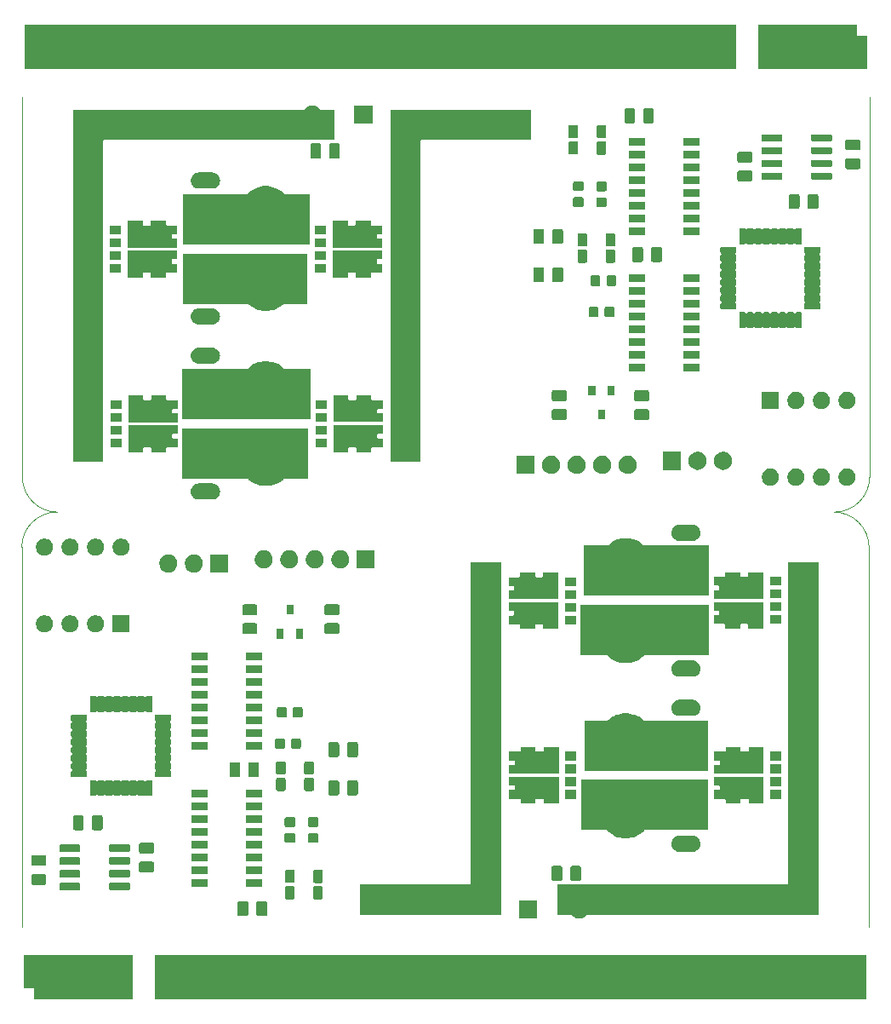
<source format=gbs>
G04 #@! TF.GenerationSoftware,KiCad,Pcbnew,(5.1.5)-3*
G04 #@! TF.CreationDate,2020-03-04T22:49:45+09:00*
G04 #@! TF.ProjectId,CAN_Dual_MDexpress,43414e5f-4475-4616-9c5f-4d4465787072,rev?*
G04 #@! TF.SameCoordinates,Original*
G04 #@! TF.FileFunction,Soldermask,Bot*
G04 #@! TF.FilePolarity,Negative*
%FSLAX46Y46*%
G04 Gerber Fmt 4.6, Leading zero omitted, Abs format (unit mm)*
G04 Created by KiCad (PCBNEW (5.1.5)-3) date 2020-03-04 22:49:45*
%MOMM*%
%LPD*%
G04 APERTURE LIST*
%ADD10C,0.100000*%
G04 APERTURE END LIST*
D10*
X199680000Y-86500000D02*
X199680000Y-48750000D01*
X199680000Y-86500000D02*
G75*
G02X196180000Y-90000000I-3500000J0D01*
G01*
X118880000Y-90000000D02*
G75*
G02X115380000Y-86500000I0J3500000D01*
G01*
X115380000Y-86500000D02*
X115380000Y-48750000D01*
X115320000Y-93500000D02*
G75*
G02X118820000Y-90000000I3500000J0D01*
G01*
X196120000Y-90000000D02*
G75*
G02X199620000Y-93500000I0J-3500000D01*
G01*
X115320000Y-93500000D02*
X115320000Y-131250000D01*
X199620000Y-93500000D02*
X199620000Y-131250000D01*
G36*
X126371000Y-138401000D02*
G01*
X116569000Y-138401000D01*
X116569000Y-137425999D01*
X116566598Y-137401613D01*
X116559485Y-137378164D01*
X116547934Y-137356553D01*
X116532389Y-137337611D01*
X116513447Y-137322066D01*
X116491836Y-137310515D01*
X116468387Y-137303402D01*
X116444001Y-137301000D01*
X115569000Y-137301000D01*
X115569000Y-133999000D01*
X126371000Y-133999000D01*
X126371000Y-138401000D01*
G37*
G36*
X199371000Y-138401000D02*
G01*
X128569000Y-138401000D01*
X128569000Y-133999000D01*
X199371000Y-133999000D01*
X199371000Y-138401000D01*
G37*
G36*
X194600000Y-130000000D02*
G01*
X171596347Y-130000000D01*
X171571961Y-130002402D01*
X171548512Y-130009515D01*
X171526901Y-130021066D01*
X171507959Y-130036611D01*
X171492422Y-130055544D01*
X171479853Y-130074354D01*
X171354354Y-130199853D01*
X171206784Y-130298456D01*
X171042812Y-130366376D01*
X170893512Y-130396073D01*
X170868742Y-130401000D01*
X170691258Y-130401000D01*
X170666488Y-130396073D01*
X170517188Y-130366376D01*
X170353216Y-130298456D01*
X170205646Y-130199853D01*
X170080147Y-130074354D01*
X170067578Y-130055544D01*
X170052040Y-130036611D01*
X170033098Y-130021066D01*
X170011488Y-130009515D01*
X169988039Y-130002402D01*
X169963653Y-130000000D01*
X168600000Y-130000000D01*
X168600000Y-127000000D01*
X191475001Y-127000000D01*
X191499387Y-126997598D01*
X191522836Y-126990485D01*
X191544447Y-126978934D01*
X191563389Y-126963389D01*
X191578934Y-126944447D01*
X191590485Y-126922836D01*
X191597598Y-126899387D01*
X191600000Y-126875001D01*
X191600000Y-95000000D01*
X194600000Y-95000000D01*
X194600000Y-130000000D01*
G37*
G36*
X166601000Y-130401000D02*
G01*
X164799000Y-130401000D01*
X164799000Y-128599000D01*
X166601000Y-128599000D01*
X166601000Y-130401000D01*
G37*
G36*
X139571968Y-128653565D02*
G01*
X139610638Y-128665296D01*
X139646277Y-128684346D01*
X139677517Y-128709983D01*
X139703154Y-128741223D01*
X139722204Y-128776862D01*
X139733935Y-128815532D01*
X139738500Y-128861888D01*
X139738500Y-129938112D01*
X139733935Y-129984468D01*
X139722204Y-130023138D01*
X139703154Y-130058777D01*
X139677517Y-130090017D01*
X139646277Y-130115654D01*
X139610638Y-130134704D01*
X139571968Y-130146435D01*
X139525612Y-130151000D01*
X138874388Y-130151000D01*
X138828032Y-130146435D01*
X138789362Y-130134704D01*
X138753723Y-130115654D01*
X138722483Y-130090017D01*
X138696846Y-130058777D01*
X138677796Y-130023138D01*
X138666065Y-129984468D01*
X138661500Y-129938112D01*
X138661500Y-128861888D01*
X138666065Y-128815532D01*
X138677796Y-128776862D01*
X138696846Y-128741223D01*
X138722483Y-128709983D01*
X138753723Y-128684346D01*
X138789362Y-128665296D01*
X138828032Y-128653565D01*
X138874388Y-128649000D01*
X139525612Y-128649000D01*
X139571968Y-128653565D01*
G37*
G36*
X137696968Y-128653565D02*
G01*
X137735638Y-128665296D01*
X137771277Y-128684346D01*
X137802517Y-128709983D01*
X137828154Y-128741223D01*
X137847204Y-128776862D01*
X137858935Y-128815532D01*
X137863500Y-128861888D01*
X137863500Y-129938112D01*
X137858935Y-129984468D01*
X137847204Y-130023138D01*
X137828154Y-130058777D01*
X137802517Y-130090017D01*
X137771277Y-130115654D01*
X137735638Y-130134704D01*
X137696968Y-130146435D01*
X137650612Y-130151000D01*
X136999388Y-130151000D01*
X136953032Y-130146435D01*
X136914362Y-130134704D01*
X136878723Y-130115654D01*
X136847483Y-130090017D01*
X136821846Y-130058777D01*
X136802796Y-130023138D01*
X136791065Y-129984468D01*
X136786500Y-129938112D01*
X136786500Y-128861888D01*
X136791065Y-128815532D01*
X136802796Y-128776862D01*
X136821846Y-128741223D01*
X136847483Y-128709983D01*
X136878723Y-128684346D01*
X136914362Y-128665296D01*
X136953032Y-128653565D01*
X136999388Y-128649000D01*
X137650612Y-128649000D01*
X137696968Y-128653565D01*
G37*
G36*
X163000000Y-130000000D02*
G01*
X149000000Y-130000000D01*
X149000000Y-127000000D01*
X159875001Y-127000000D01*
X159899387Y-126997598D01*
X159922836Y-126990485D01*
X159944447Y-126978934D01*
X159963389Y-126963389D01*
X159978934Y-126944447D01*
X159990485Y-126922836D01*
X159997598Y-126899387D01*
X160000000Y-126875001D01*
X160000000Y-95000000D01*
X163000000Y-95000000D01*
X163000000Y-130000000D01*
G37*
G36*
X145134618Y-127165465D02*
G01*
X145167433Y-127175419D01*
X145197665Y-127191579D01*
X145224170Y-127213330D01*
X145245921Y-127239835D01*
X145262081Y-127270067D01*
X145272035Y-127302882D01*
X145276000Y-127343140D01*
X145276000Y-128306860D01*
X145272035Y-128347118D01*
X145262081Y-128379933D01*
X145245921Y-128410165D01*
X145224170Y-128436670D01*
X145197665Y-128458421D01*
X145167433Y-128474581D01*
X145134618Y-128484535D01*
X145094360Y-128488500D01*
X144505640Y-128488500D01*
X144465382Y-128484535D01*
X144432567Y-128474581D01*
X144402335Y-128458421D01*
X144375830Y-128436670D01*
X144354079Y-128410165D01*
X144337919Y-128379933D01*
X144327965Y-128347118D01*
X144324000Y-128306860D01*
X144324000Y-127343140D01*
X144327965Y-127302882D01*
X144337919Y-127270067D01*
X144354079Y-127239835D01*
X144375830Y-127213330D01*
X144402335Y-127191579D01*
X144432567Y-127175419D01*
X144465382Y-127165465D01*
X144505640Y-127161500D01*
X145094360Y-127161500D01*
X145134618Y-127165465D01*
G37*
G36*
X142334618Y-127152965D02*
G01*
X142367433Y-127162919D01*
X142397665Y-127179079D01*
X142424170Y-127200830D01*
X142445921Y-127227335D01*
X142462081Y-127257567D01*
X142472035Y-127290382D01*
X142476000Y-127330640D01*
X142476000Y-128294360D01*
X142472035Y-128334618D01*
X142462081Y-128367433D01*
X142445921Y-128397665D01*
X142424170Y-128424170D01*
X142397665Y-128445921D01*
X142367433Y-128462081D01*
X142334618Y-128472035D01*
X142294360Y-128476000D01*
X141705640Y-128476000D01*
X141665382Y-128472035D01*
X141632567Y-128462081D01*
X141602335Y-128445921D01*
X141575830Y-128424170D01*
X141554079Y-128397665D01*
X141537919Y-128367433D01*
X141527965Y-128334618D01*
X141524000Y-128294360D01*
X141524000Y-127330640D01*
X141527965Y-127290382D01*
X141537919Y-127257567D01*
X141554079Y-127227335D01*
X141575830Y-127200830D01*
X141602335Y-127179079D01*
X141632567Y-127162919D01*
X141665382Y-127152965D01*
X141705640Y-127149000D01*
X142294360Y-127149000D01*
X142334618Y-127152965D01*
G37*
G36*
X121034928Y-126856764D02*
G01*
X121056009Y-126863160D01*
X121075445Y-126873548D01*
X121092476Y-126887524D01*
X121106452Y-126904555D01*
X121116840Y-126923991D01*
X121123236Y-126945072D01*
X121126000Y-126973140D01*
X121126000Y-127436860D01*
X121123236Y-127464928D01*
X121116840Y-127486009D01*
X121106452Y-127505445D01*
X121092476Y-127522476D01*
X121075445Y-127536452D01*
X121056009Y-127546840D01*
X121034928Y-127553236D01*
X121006860Y-127556000D01*
X119193140Y-127556000D01*
X119165072Y-127553236D01*
X119143991Y-127546840D01*
X119124555Y-127536452D01*
X119107524Y-127522476D01*
X119093548Y-127505445D01*
X119083160Y-127486009D01*
X119076764Y-127464928D01*
X119074000Y-127436860D01*
X119074000Y-126973140D01*
X119076764Y-126945072D01*
X119083160Y-126923991D01*
X119093548Y-126904555D01*
X119107524Y-126887524D01*
X119124555Y-126873548D01*
X119143991Y-126863160D01*
X119165072Y-126856764D01*
X119193140Y-126854000D01*
X121006860Y-126854000D01*
X121034928Y-126856764D01*
G37*
G36*
X125984928Y-126856764D02*
G01*
X126006009Y-126863160D01*
X126025445Y-126873548D01*
X126042476Y-126887524D01*
X126056452Y-126904555D01*
X126066840Y-126923991D01*
X126073236Y-126945072D01*
X126076000Y-126973140D01*
X126076000Y-127436860D01*
X126073236Y-127464928D01*
X126066840Y-127486009D01*
X126056452Y-127505445D01*
X126042476Y-127522476D01*
X126025445Y-127536452D01*
X126006009Y-127546840D01*
X125984928Y-127553236D01*
X125956860Y-127556000D01*
X124143140Y-127556000D01*
X124115072Y-127553236D01*
X124093991Y-127546840D01*
X124074555Y-127536452D01*
X124057524Y-127522476D01*
X124043548Y-127505445D01*
X124033160Y-127486009D01*
X124026764Y-127464928D01*
X124024000Y-127436860D01*
X124024000Y-126973140D01*
X124026764Y-126945072D01*
X124033160Y-126923991D01*
X124043548Y-126904555D01*
X124057524Y-126887524D01*
X124074555Y-126873548D01*
X124093991Y-126863160D01*
X124115072Y-126856764D01*
X124143140Y-126854000D01*
X125956860Y-126854000D01*
X125984928Y-126856764D01*
G37*
G36*
X139240000Y-127211000D02*
G01*
X137638000Y-127211000D01*
X137638000Y-126459000D01*
X139240000Y-126459000D01*
X139240000Y-127211000D01*
G37*
G36*
X133840000Y-127211000D02*
G01*
X132238000Y-127211000D01*
X132238000Y-126459000D01*
X133840000Y-126459000D01*
X133840000Y-127211000D01*
G37*
G36*
X117584468Y-125966065D02*
G01*
X117623138Y-125977796D01*
X117658777Y-125996846D01*
X117690017Y-126022483D01*
X117715654Y-126053723D01*
X117734704Y-126089362D01*
X117746435Y-126128032D01*
X117751000Y-126174388D01*
X117751000Y-126825612D01*
X117746435Y-126871968D01*
X117734704Y-126910638D01*
X117715654Y-126946277D01*
X117690017Y-126977517D01*
X117658777Y-127003154D01*
X117623138Y-127022204D01*
X117584468Y-127033935D01*
X117538112Y-127038500D01*
X116461888Y-127038500D01*
X116415532Y-127033935D01*
X116376862Y-127022204D01*
X116341223Y-127003154D01*
X116309983Y-126977517D01*
X116284346Y-126946277D01*
X116265296Y-126910638D01*
X116253565Y-126871968D01*
X116249000Y-126825612D01*
X116249000Y-126174388D01*
X116253565Y-126128032D01*
X116265296Y-126089362D01*
X116284346Y-126053723D01*
X116309983Y-126022483D01*
X116341223Y-125996846D01*
X116376862Y-125977796D01*
X116415532Y-125966065D01*
X116461888Y-125961500D01*
X117538112Y-125961500D01*
X117584468Y-125966065D01*
G37*
G36*
X145134618Y-125540465D02*
G01*
X145167433Y-125550419D01*
X145197665Y-125566579D01*
X145224170Y-125588330D01*
X145245921Y-125614835D01*
X145262081Y-125645067D01*
X145272035Y-125677882D01*
X145276000Y-125718140D01*
X145276000Y-126681860D01*
X145272035Y-126722118D01*
X145262081Y-126754933D01*
X145245921Y-126785165D01*
X145224170Y-126811670D01*
X145197665Y-126833421D01*
X145167433Y-126849581D01*
X145134618Y-126859535D01*
X145094360Y-126863500D01*
X144505640Y-126863500D01*
X144465382Y-126859535D01*
X144432567Y-126849581D01*
X144402335Y-126833421D01*
X144375830Y-126811670D01*
X144354079Y-126785165D01*
X144337919Y-126754933D01*
X144327965Y-126722118D01*
X144324000Y-126681860D01*
X144324000Y-125718140D01*
X144327965Y-125677882D01*
X144337919Y-125645067D01*
X144354079Y-125614835D01*
X144375830Y-125588330D01*
X144402335Y-125566579D01*
X144432567Y-125550419D01*
X144465382Y-125540465D01*
X144505640Y-125536500D01*
X145094360Y-125536500D01*
X145134618Y-125540465D01*
G37*
G36*
X142334618Y-125527965D02*
G01*
X142367433Y-125537919D01*
X142397665Y-125554079D01*
X142424170Y-125575830D01*
X142445921Y-125602335D01*
X142462081Y-125632567D01*
X142472035Y-125665382D01*
X142476000Y-125705640D01*
X142476000Y-126669360D01*
X142472035Y-126709618D01*
X142462081Y-126742433D01*
X142445921Y-126772665D01*
X142424170Y-126799170D01*
X142397665Y-126820921D01*
X142367433Y-126837081D01*
X142334618Y-126847035D01*
X142294360Y-126851000D01*
X141705640Y-126851000D01*
X141665382Y-126847035D01*
X141632567Y-126837081D01*
X141602335Y-126820921D01*
X141575830Y-126799170D01*
X141554079Y-126772665D01*
X141537919Y-126742433D01*
X141527965Y-126709618D01*
X141524000Y-126669360D01*
X141524000Y-125705640D01*
X141527965Y-125665382D01*
X141537919Y-125632567D01*
X141554079Y-125602335D01*
X141575830Y-125575830D01*
X141602335Y-125554079D01*
X141632567Y-125537919D01*
X141665382Y-125527965D01*
X141705640Y-125524000D01*
X142294360Y-125524000D01*
X142334618Y-125527965D01*
G37*
G36*
X170809468Y-125153565D02*
G01*
X170848138Y-125165296D01*
X170883777Y-125184346D01*
X170915017Y-125209983D01*
X170940654Y-125241223D01*
X170959704Y-125276862D01*
X170971435Y-125315532D01*
X170976000Y-125361888D01*
X170976000Y-126438112D01*
X170971435Y-126484468D01*
X170959704Y-126523138D01*
X170940654Y-126558777D01*
X170915017Y-126590017D01*
X170883777Y-126615654D01*
X170848138Y-126634704D01*
X170809468Y-126646435D01*
X170763112Y-126651000D01*
X170111888Y-126651000D01*
X170065532Y-126646435D01*
X170026862Y-126634704D01*
X169991223Y-126615654D01*
X169959983Y-126590017D01*
X169934346Y-126558777D01*
X169915296Y-126523138D01*
X169903565Y-126484468D01*
X169899000Y-126438112D01*
X169899000Y-125361888D01*
X169903565Y-125315532D01*
X169915296Y-125276862D01*
X169934346Y-125241223D01*
X169959983Y-125209983D01*
X169991223Y-125184346D01*
X170026862Y-125165296D01*
X170065532Y-125153565D01*
X170111888Y-125149000D01*
X170763112Y-125149000D01*
X170809468Y-125153565D01*
G37*
G36*
X168934468Y-125153565D02*
G01*
X168973138Y-125165296D01*
X169008777Y-125184346D01*
X169040017Y-125209983D01*
X169065654Y-125241223D01*
X169084704Y-125276862D01*
X169096435Y-125315532D01*
X169101000Y-125361888D01*
X169101000Y-126438112D01*
X169096435Y-126484468D01*
X169084704Y-126523138D01*
X169065654Y-126558777D01*
X169040017Y-126590017D01*
X169008777Y-126615654D01*
X168973138Y-126634704D01*
X168934468Y-126646435D01*
X168888112Y-126651000D01*
X168236888Y-126651000D01*
X168190532Y-126646435D01*
X168151862Y-126634704D01*
X168116223Y-126615654D01*
X168084983Y-126590017D01*
X168059346Y-126558777D01*
X168040296Y-126523138D01*
X168028565Y-126484468D01*
X168024000Y-126438112D01*
X168024000Y-125361888D01*
X168028565Y-125315532D01*
X168040296Y-125276862D01*
X168059346Y-125241223D01*
X168084983Y-125209983D01*
X168116223Y-125184346D01*
X168151862Y-125165296D01*
X168190532Y-125153565D01*
X168236888Y-125149000D01*
X168888112Y-125149000D01*
X168934468Y-125153565D01*
G37*
G36*
X121034928Y-125586764D02*
G01*
X121056009Y-125593160D01*
X121075445Y-125603548D01*
X121092476Y-125617524D01*
X121106452Y-125634555D01*
X121116840Y-125653991D01*
X121123236Y-125675072D01*
X121126000Y-125703140D01*
X121126000Y-126166860D01*
X121123236Y-126194928D01*
X121116840Y-126216009D01*
X121106452Y-126235445D01*
X121092476Y-126252476D01*
X121075445Y-126266452D01*
X121056009Y-126276840D01*
X121034928Y-126283236D01*
X121006860Y-126286000D01*
X119193140Y-126286000D01*
X119165072Y-126283236D01*
X119143991Y-126276840D01*
X119124555Y-126266452D01*
X119107524Y-126252476D01*
X119093548Y-126235445D01*
X119083160Y-126216009D01*
X119076764Y-126194928D01*
X119074000Y-126166860D01*
X119074000Y-125703140D01*
X119076764Y-125675072D01*
X119083160Y-125653991D01*
X119093548Y-125634555D01*
X119107524Y-125617524D01*
X119124555Y-125603548D01*
X119143991Y-125593160D01*
X119165072Y-125586764D01*
X119193140Y-125584000D01*
X121006860Y-125584000D01*
X121034928Y-125586764D01*
G37*
G36*
X125984928Y-125586764D02*
G01*
X126006009Y-125593160D01*
X126025445Y-125603548D01*
X126042476Y-125617524D01*
X126056452Y-125634555D01*
X126066840Y-125653991D01*
X126073236Y-125675072D01*
X126076000Y-125703140D01*
X126076000Y-126166860D01*
X126073236Y-126194928D01*
X126066840Y-126216009D01*
X126056452Y-126235445D01*
X126042476Y-126252476D01*
X126025445Y-126266452D01*
X126006009Y-126276840D01*
X125984928Y-126283236D01*
X125956860Y-126286000D01*
X124143140Y-126286000D01*
X124115072Y-126283236D01*
X124093991Y-126276840D01*
X124074555Y-126266452D01*
X124057524Y-126252476D01*
X124043548Y-126235445D01*
X124033160Y-126216009D01*
X124026764Y-126194928D01*
X124024000Y-126166860D01*
X124024000Y-125703140D01*
X124026764Y-125675072D01*
X124033160Y-125653991D01*
X124043548Y-125634555D01*
X124057524Y-125617524D01*
X124074555Y-125603548D01*
X124093991Y-125593160D01*
X124115072Y-125586764D01*
X124143140Y-125584000D01*
X125956860Y-125584000D01*
X125984928Y-125586764D01*
G37*
G36*
X133840000Y-125941000D02*
G01*
X132238000Y-125941000D01*
X132238000Y-125189000D01*
X133840000Y-125189000D01*
X133840000Y-125941000D01*
G37*
G36*
X139240000Y-125941000D02*
G01*
X137638000Y-125941000D01*
X137638000Y-125189000D01*
X139240000Y-125189000D01*
X139240000Y-125941000D01*
G37*
G36*
X128322468Y-124741065D02*
G01*
X128361138Y-124752796D01*
X128396777Y-124771846D01*
X128428017Y-124797483D01*
X128453654Y-124828723D01*
X128472704Y-124864362D01*
X128484435Y-124903032D01*
X128489000Y-124949388D01*
X128489000Y-125600612D01*
X128484435Y-125646968D01*
X128472704Y-125685638D01*
X128453654Y-125721277D01*
X128428017Y-125752517D01*
X128396777Y-125778154D01*
X128361138Y-125797204D01*
X128322468Y-125808935D01*
X128276112Y-125813500D01*
X127199888Y-125813500D01*
X127153532Y-125808935D01*
X127114862Y-125797204D01*
X127079223Y-125778154D01*
X127047983Y-125752517D01*
X127022346Y-125721277D01*
X127003296Y-125685638D01*
X126991565Y-125646968D01*
X126987000Y-125600612D01*
X126987000Y-124949388D01*
X126991565Y-124903032D01*
X127003296Y-124864362D01*
X127022346Y-124828723D01*
X127047983Y-124797483D01*
X127079223Y-124771846D01*
X127114862Y-124752796D01*
X127153532Y-124741065D01*
X127199888Y-124736500D01*
X128276112Y-124736500D01*
X128322468Y-124741065D01*
G37*
G36*
X117584468Y-124091065D02*
G01*
X117623138Y-124102796D01*
X117658777Y-124121846D01*
X117690017Y-124147483D01*
X117715654Y-124178723D01*
X117734704Y-124214362D01*
X117746435Y-124253032D01*
X117751000Y-124299388D01*
X117751000Y-124950612D01*
X117746435Y-124996968D01*
X117734704Y-125035638D01*
X117715654Y-125071277D01*
X117690017Y-125102517D01*
X117658777Y-125128154D01*
X117623138Y-125147204D01*
X117584468Y-125158935D01*
X117538112Y-125163500D01*
X116461888Y-125163500D01*
X116415532Y-125158935D01*
X116376862Y-125147204D01*
X116341223Y-125128154D01*
X116309983Y-125102517D01*
X116284346Y-125071277D01*
X116265296Y-125035638D01*
X116253565Y-124996968D01*
X116249000Y-124950612D01*
X116249000Y-124299388D01*
X116253565Y-124253032D01*
X116265296Y-124214362D01*
X116284346Y-124178723D01*
X116309983Y-124147483D01*
X116341223Y-124121846D01*
X116376862Y-124102796D01*
X116415532Y-124091065D01*
X116461888Y-124086500D01*
X117538112Y-124086500D01*
X117584468Y-124091065D01*
G37*
G36*
X121034928Y-124316764D02*
G01*
X121056009Y-124323160D01*
X121075445Y-124333548D01*
X121092476Y-124347524D01*
X121106452Y-124364555D01*
X121116840Y-124383991D01*
X121123236Y-124405072D01*
X121126000Y-124433140D01*
X121126000Y-124896860D01*
X121123236Y-124924928D01*
X121116840Y-124946009D01*
X121106452Y-124965445D01*
X121092476Y-124982476D01*
X121075445Y-124996452D01*
X121056009Y-125006840D01*
X121034928Y-125013236D01*
X121006860Y-125016000D01*
X119193140Y-125016000D01*
X119165072Y-125013236D01*
X119143991Y-125006840D01*
X119124555Y-124996452D01*
X119107524Y-124982476D01*
X119093548Y-124965445D01*
X119083160Y-124946009D01*
X119076764Y-124924928D01*
X119074000Y-124896860D01*
X119074000Y-124433140D01*
X119076764Y-124405072D01*
X119083160Y-124383991D01*
X119093548Y-124364555D01*
X119107524Y-124347524D01*
X119124555Y-124333548D01*
X119143991Y-124323160D01*
X119165072Y-124316764D01*
X119193140Y-124314000D01*
X121006860Y-124314000D01*
X121034928Y-124316764D01*
G37*
G36*
X125984928Y-124316764D02*
G01*
X126006009Y-124323160D01*
X126025445Y-124333548D01*
X126042476Y-124347524D01*
X126056452Y-124364555D01*
X126066840Y-124383991D01*
X126073236Y-124405072D01*
X126076000Y-124433140D01*
X126076000Y-124896860D01*
X126073236Y-124924928D01*
X126066840Y-124946009D01*
X126056452Y-124965445D01*
X126042476Y-124982476D01*
X126025445Y-124996452D01*
X126006009Y-125006840D01*
X125984928Y-125013236D01*
X125956860Y-125016000D01*
X124143140Y-125016000D01*
X124115072Y-125013236D01*
X124093991Y-125006840D01*
X124074555Y-124996452D01*
X124057524Y-124982476D01*
X124043548Y-124965445D01*
X124033160Y-124946009D01*
X124026764Y-124924928D01*
X124024000Y-124896860D01*
X124024000Y-124433140D01*
X124026764Y-124405072D01*
X124033160Y-124383991D01*
X124043548Y-124364555D01*
X124057524Y-124347524D01*
X124074555Y-124333548D01*
X124093991Y-124323160D01*
X124115072Y-124316764D01*
X124143140Y-124314000D01*
X125956860Y-124314000D01*
X125984928Y-124316764D01*
G37*
G36*
X139240000Y-124671000D02*
G01*
X137638000Y-124671000D01*
X137638000Y-123919000D01*
X139240000Y-123919000D01*
X139240000Y-124671000D01*
G37*
G36*
X133840000Y-124671000D02*
G01*
X132238000Y-124671000D01*
X132238000Y-123919000D01*
X133840000Y-123919000D01*
X133840000Y-124671000D01*
G37*
G36*
X128322468Y-122866065D02*
G01*
X128361138Y-122877796D01*
X128396777Y-122896846D01*
X128428017Y-122922483D01*
X128453654Y-122953723D01*
X128472704Y-122989362D01*
X128484435Y-123028032D01*
X128489000Y-123074388D01*
X128489000Y-123725612D01*
X128484435Y-123771968D01*
X128472704Y-123810638D01*
X128453654Y-123846277D01*
X128428017Y-123877517D01*
X128396777Y-123903154D01*
X128361138Y-123922204D01*
X128322468Y-123933935D01*
X128276112Y-123938500D01*
X127199888Y-123938500D01*
X127153532Y-123933935D01*
X127114862Y-123922204D01*
X127079223Y-123903154D01*
X127047983Y-123877517D01*
X127022346Y-123846277D01*
X127003296Y-123810638D01*
X126991565Y-123771968D01*
X126987000Y-123725612D01*
X126987000Y-123074388D01*
X126991565Y-123028032D01*
X127003296Y-122989362D01*
X127022346Y-122953723D01*
X127047983Y-122922483D01*
X127079223Y-122896846D01*
X127114862Y-122877796D01*
X127153532Y-122866065D01*
X127199888Y-122861500D01*
X128276112Y-122861500D01*
X128322468Y-122866065D01*
G37*
G36*
X182128571Y-122152863D02*
G01*
X182207023Y-122160590D01*
X182307682Y-122191125D01*
X182358013Y-122206392D01*
X182497165Y-122280771D01*
X182619133Y-122380867D01*
X182719229Y-122502835D01*
X182793608Y-122641987D01*
X182793608Y-122641988D01*
X182839410Y-122792977D01*
X182854875Y-122950000D01*
X182839410Y-123107023D01*
X182822387Y-123163140D01*
X182793608Y-123258013D01*
X182719229Y-123397165D01*
X182619133Y-123519133D01*
X182497165Y-123619229D01*
X182358013Y-123693608D01*
X182307682Y-123708875D01*
X182207023Y-123739410D01*
X182140112Y-123746000D01*
X182089346Y-123751000D01*
X180710654Y-123751000D01*
X180659888Y-123746000D01*
X180592977Y-123739410D01*
X180492318Y-123708875D01*
X180441987Y-123693608D01*
X180302835Y-123619229D01*
X180180867Y-123519133D01*
X180080771Y-123397165D01*
X180006392Y-123258013D01*
X179977613Y-123163140D01*
X179960590Y-123107023D01*
X179945125Y-122950000D01*
X179960590Y-122792977D01*
X180006392Y-122641988D01*
X180006392Y-122641987D01*
X180080771Y-122502835D01*
X180180867Y-122380867D01*
X180302835Y-122280771D01*
X180441987Y-122206392D01*
X180492318Y-122191125D01*
X180592977Y-122160590D01*
X180671429Y-122152863D01*
X180710654Y-122149000D01*
X182089346Y-122149000D01*
X182128571Y-122152863D01*
G37*
G36*
X125984928Y-123046764D02*
G01*
X126006009Y-123053160D01*
X126025445Y-123063548D01*
X126042476Y-123077524D01*
X126056452Y-123094555D01*
X126066840Y-123113991D01*
X126073236Y-123135072D01*
X126076000Y-123163140D01*
X126076000Y-123626860D01*
X126073236Y-123654928D01*
X126066840Y-123676009D01*
X126056452Y-123695445D01*
X126042476Y-123712476D01*
X126025445Y-123726452D01*
X126006009Y-123736840D01*
X125984928Y-123743236D01*
X125956860Y-123746000D01*
X124143140Y-123746000D01*
X124115072Y-123743236D01*
X124093991Y-123736840D01*
X124074555Y-123726452D01*
X124057524Y-123712476D01*
X124043548Y-123695445D01*
X124033160Y-123676009D01*
X124026764Y-123654928D01*
X124024000Y-123626860D01*
X124024000Y-123163140D01*
X124026764Y-123135072D01*
X124033160Y-123113991D01*
X124043548Y-123094555D01*
X124057524Y-123077524D01*
X124074555Y-123063548D01*
X124093991Y-123053160D01*
X124115072Y-123046764D01*
X124143140Y-123044000D01*
X125956860Y-123044000D01*
X125984928Y-123046764D01*
G37*
G36*
X121034928Y-123046764D02*
G01*
X121056009Y-123053160D01*
X121075445Y-123063548D01*
X121092476Y-123077524D01*
X121106452Y-123094555D01*
X121116840Y-123113991D01*
X121123236Y-123135072D01*
X121126000Y-123163140D01*
X121126000Y-123626860D01*
X121123236Y-123654928D01*
X121116840Y-123676009D01*
X121106452Y-123695445D01*
X121092476Y-123712476D01*
X121075445Y-123726452D01*
X121056009Y-123736840D01*
X121034928Y-123743236D01*
X121006860Y-123746000D01*
X119193140Y-123746000D01*
X119165072Y-123743236D01*
X119143991Y-123736840D01*
X119124555Y-123726452D01*
X119107524Y-123712476D01*
X119093548Y-123695445D01*
X119083160Y-123676009D01*
X119076764Y-123654928D01*
X119074000Y-123626860D01*
X119074000Y-123163140D01*
X119076764Y-123135072D01*
X119083160Y-123113991D01*
X119093548Y-123094555D01*
X119107524Y-123077524D01*
X119124555Y-123063548D01*
X119143991Y-123053160D01*
X119165072Y-123046764D01*
X119193140Y-123044000D01*
X121006860Y-123044000D01*
X121034928Y-123046764D01*
G37*
G36*
X133840000Y-123401000D02*
G01*
X132238000Y-123401000D01*
X132238000Y-122649000D01*
X133840000Y-122649000D01*
X133840000Y-123401000D01*
G37*
G36*
X139240000Y-123401000D02*
G01*
X137638000Y-123401000D01*
X137638000Y-122649000D01*
X139240000Y-122649000D01*
X139240000Y-123401000D01*
G37*
G36*
X144679591Y-121903085D02*
G01*
X144713569Y-121913393D01*
X144744890Y-121930134D01*
X144772339Y-121952661D01*
X144794866Y-121980110D01*
X144811607Y-122011431D01*
X144821915Y-122045409D01*
X144826000Y-122086890D01*
X144826000Y-122688110D01*
X144821915Y-122729591D01*
X144811607Y-122763569D01*
X144794866Y-122794890D01*
X144772339Y-122822339D01*
X144744890Y-122844866D01*
X144713569Y-122861607D01*
X144679591Y-122871915D01*
X144638110Y-122876000D01*
X143961890Y-122876000D01*
X143920409Y-122871915D01*
X143886431Y-122861607D01*
X143855110Y-122844866D01*
X143827661Y-122822339D01*
X143805134Y-122794890D01*
X143788393Y-122763569D01*
X143778085Y-122729591D01*
X143774000Y-122688110D01*
X143774000Y-122086890D01*
X143778085Y-122045409D01*
X143788393Y-122011431D01*
X143805134Y-121980110D01*
X143827661Y-121952661D01*
X143855110Y-121930134D01*
X143886431Y-121913393D01*
X143920409Y-121903085D01*
X143961890Y-121899000D01*
X144638110Y-121899000D01*
X144679591Y-121903085D01*
G37*
G36*
X142379591Y-121890585D02*
G01*
X142413569Y-121900893D01*
X142444890Y-121917634D01*
X142472339Y-121940161D01*
X142494866Y-121967610D01*
X142511607Y-121998931D01*
X142521915Y-122032909D01*
X142526000Y-122074390D01*
X142526000Y-122675610D01*
X142521915Y-122717091D01*
X142511607Y-122751069D01*
X142494866Y-122782390D01*
X142472339Y-122809839D01*
X142444890Y-122832366D01*
X142413569Y-122849107D01*
X142379591Y-122859415D01*
X142338110Y-122863500D01*
X141661890Y-122863500D01*
X141620409Y-122859415D01*
X141586431Y-122849107D01*
X141555110Y-122832366D01*
X141527661Y-122809839D01*
X141505134Y-122782390D01*
X141488393Y-122751069D01*
X141478085Y-122717091D01*
X141474000Y-122675610D01*
X141474000Y-122074390D01*
X141478085Y-122032909D01*
X141488393Y-121998931D01*
X141505134Y-121967610D01*
X141527661Y-121940161D01*
X141555110Y-121917634D01*
X141586431Y-121900893D01*
X141620409Y-121890585D01*
X141661890Y-121886500D01*
X142338110Y-121886500D01*
X142379591Y-121890585D01*
G37*
G36*
X183600000Y-121600000D02*
G01*
X177330146Y-121600000D01*
X177305760Y-121602402D01*
X177282311Y-121609515D01*
X177260700Y-121621066D01*
X177241764Y-121636606D01*
X177058041Y-121820329D01*
X176790743Y-121998931D01*
X176632034Y-122104977D01*
X176387196Y-122206392D01*
X176158684Y-122301045D01*
X175907430Y-122351023D01*
X175656177Y-122401000D01*
X175143823Y-122401000D01*
X174892570Y-122351023D01*
X174641316Y-122301045D01*
X174412804Y-122206392D01*
X174167966Y-122104977D01*
X174009257Y-121998931D01*
X173741959Y-121820329D01*
X173558236Y-121636606D01*
X173539300Y-121621066D01*
X173517689Y-121609515D01*
X173494240Y-121602402D01*
X173469854Y-121600000D01*
X171000000Y-121600000D01*
X171000000Y-116600000D01*
X183600000Y-116600000D01*
X183600000Y-121600000D01*
G37*
G36*
X139240000Y-122131000D02*
G01*
X137638000Y-122131000D01*
X137638000Y-121379000D01*
X139240000Y-121379000D01*
X139240000Y-122131000D01*
G37*
G36*
X133840000Y-122131000D02*
G01*
X132238000Y-122131000D01*
X132238000Y-121379000D01*
X133840000Y-121379000D01*
X133840000Y-122131000D01*
G37*
G36*
X123205468Y-120119565D02*
G01*
X123244138Y-120131296D01*
X123279777Y-120150346D01*
X123311017Y-120175983D01*
X123336654Y-120207223D01*
X123355704Y-120242862D01*
X123367435Y-120281532D01*
X123372000Y-120327888D01*
X123372000Y-121404112D01*
X123367435Y-121450468D01*
X123355704Y-121489138D01*
X123336654Y-121524777D01*
X123311017Y-121556017D01*
X123279777Y-121581654D01*
X123244138Y-121600704D01*
X123205468Y-121612435D01*
X123159112Y-121617000D01*
X122507888Y-121617000D01*
X122461532Y-121612435D01*
X122422862Y-121600704D01*
X122387223Y-121581654D01*
X122355983Y-121556017D01*
X122330346Y-121524777D01*
X122311296Y-121489138D01*
X122299565Y-121450468D01*
X122295000Y-121404112D01*
X122295000Y-120327888D01*
X122299565Y-120281532D01*
X122311296Y-120242862D01*
X122330346Y-120207223D01*
X122355983Y-120175983D01*
X122387223Y-120150346D01*
X122422862Y-120131296D01*
X122461532Y-120119565D01*
X122507888Y-120115000D01*
X123159112Y-120115000D01*
X123205468Y-120119565D01*
G37*
G36*
X121330468Y-120119565D02*
G01*
X121369138Y-120131296D01*
X121404777Y-120150346D01*
X121436017Y-120175983D01*
X121461654Y-120207223D01*
X121480704Y-120242862D01*
X121492435Y-120281532D01*
X121497000Y-120327888D01*
X121497000Y-121404112D01*
X121492435Y-121450468D01*
X121480704Y-121489138D01*
X121461654Y-121524777D01*
X121436017Y-121556017D01*
X121404777Y-121581654D01*
X121369138Y-121600704D01*
X121330468Y-121612435D01*
X121284112Y-121617000D01*
X120632888Y-121617000D01*
X120586532Y-121612435D01*
X120547862Y-121600704D01*
X120512223Y-121581654D01*
X120480983Y-121556017D01*
X120455346Y-121524777D01*
X120436296Y-121489138D01*
X120424565Y-121450468D01*
X120420000Y-121404112D01*
X120420000Y-120327888D01*
X120424565Y-120281532D01*
X120436296Y-120242862D01*
X120455346Y-120207223D01*
X120480983Y-120175983D01*
X120512223Y-120150346D01*
X120547862Y-120131296D01*
X120586532Y-120119565D01*
X120632888Y-120115000D01*
X121284112Y-120115000D01*
X121330468Y-120119565D01*
G37*
G36*
X144679591Y-120328085D02*
G01*
X144713569Y-120338393D01*
X144744890Y-120355134D01*
X144772339Y-120377661D01*
X144794866Y-120405110D01*
X144811607Y-120436431D01*
X144821915Y-120470409D01*
X144826000Y-120511890D01*
X144826000Y-121113110D01*
X144821915Y-121154591D01*
X144811607Y-121188569D01*
X144794866Y-121219890D01*
X144772339Y-121247339D01*
X144744890Y-121269866D01*
X144713569Y-121286607D01*
X144679591Y-121296915D01*
X144638110Y-121301000D01*
X143961890Y-121301000D01*
X143920409Y-121296915D01*
X143886431Y-121286607D01*
X143855110Y-121269866D01*
X143827661Y-121247339D01*
X143805134Y-121219890D01*
X143788393Y-121188569D01*
X143778085Y-121154591D01*
X143774000Y-121113110D01*
X143774000Y-120511890D01*
X143778085Y-120470409D01*
X143788393Y-120436431D01*
X143805134Y-120405110D01*
X143827661Y-120377661D01*
X143855110Y-120355134D01*
X143886431Y-120338393D01*
X143920409Y-120328085D01*
X143961890Y-120324000D01*
X144638110Y-120324000D01*
X144679591Y-120328085D01*
G37*
G36*
X142379591Y-120315585D02*
G01*
X142413569Y-120325893D01*
X142444890Y-120342634D01*
X142472339Y-120365161D01*
X142494866Y-120392610D01*
X142511607Y-120423931D01*
X142521915Y-120457909D01*
X142526000Y-120499390D01*
X142526000Y-121100610D01*
X142521915Y-121142091D01*
X142511607Y-121176069D01*
X142494866Y-121207390D01*
X142472339Y-121234839D01*
X142444890Y-121257366D01*
X142413569Y-121274107D01*
X142379591Y-121284415D01*
X142338110Y-121288500D01*
X141661890Y-121288500D01*
X141620409Y-121284415D01*
X141586431Y-121274107D01*
X141555110Y-121257366D01*
X141527661Y-121234839D01*
X141505134Y-121207390D01*
X141488393Y-121176069D01*
X141478085Y-121142091D01*
X141474000Y-121100610D01*
X141474000Y-120499390D01*
X141478085Y-120457909D01*
X141488393Y-120423931D01*
X141505134Y-120392610D01*
X141527661Y-120365161D01*
X141555110Y-120342634D01*
X141586431Y-120325893D01*
X141620409Y-120315585D01*
X141661890Y-120311500D01*
X142338110Y-120311500D01*
X142379591Y-120315585D01*
G37*
G36*
X139240000Y-120861000D02*
G01*
X137638000Y-120861000D01*
X137638000Y-120109000D01*
X139240000Y-120109000D01*
X139240000Y-120861000D01*
G37*
G36*
X133840000Y-120861000D02*
G01*
X132238000Y-120861000D01*
X132238000Y-120109000D01*
X133840000Y-120109000D01*
X133840000Y-120861000D01*
G37*
G36*
X139240000Y-119591000D02*
G01*
X137638000Y-119591000D01*
X137638000Y-118839000D01*
X139240000Y-118839000D01*
X139240000Y-119591000D01*
G37*
G36*
X133840000Y-119591000D02*
G01*
X132238000Y-119591000D01*
X132238000Y-118839000D01*
X133840000Y-118839000D01*
X133840000Y-119591000D01*
G37*
G36*
X168744000Y-118975500D02*
G01*
X167242000Y-118975500D01*
X167242000Y-118605999D01*
X167239598Y-118581613D01*
X167232485Y-118558164D01*
X167220934Y-118536553D01*
X167205389Y-118517611D01*
X167186447Y-118502066D01*
X167164836Y-118490515D01*
X167141387Y-118483402D01*
X167117001Y-118481000D01*
X166568999Y-118481000D01*
X166544613Y-118483402D01*
X166521164Y-118490515D01*
X166499553Y-118502066D01*
X166480611Y-118517611D01*
X166465066Y-118536553D01*
X166453515Y-118558164D01*
X166446402Y-118581613D01*
X166444000Y-118605999D01*
X166444000Y-118975500D01*
X164942000Y-118975500D01*
X164942000Y-118605999D01*
X164939598Y-118581613D01*
X164932485Y-118558164D01*
X164920934Y-118536553D01*
X164905389Y-118517611D01*
X164886447Y-118502066D01*
X164864836Y-118490515D01*
X164841387Y-118483402D01*
X164817001Y-118481000D01*
X163802000Y-118481000D01*
X163802000Y-117629000D01*
X164237001Y-117629000D01*
X164261387Y-117626598D01*
X164284836Y-117619485D01*
X164306447Y-117607934D01*
X164325389Y-117592389D01*
X164340934Y-117573447D01*
X164352485Y-117551836D01*
X164359598Y-117528387D01*
X164362000Y-117504001D01*
X164362000Y-117275999D01*
X164359598Y-117251613D01*
X164352485Y-117228164D01*
X164340934Y-117206553D01*
X164325389Y-117187611D01*
X164306447Y-117172066D01*
X164284836Y-117160515D01*
X164261387Y-117153402D01*
X164237001Y-117151000D01*
X163802000Y-117151000D01*
X163802000Y-116299000D01*
X168744000Y-116299000D01*
X168744000Y-118975500D01*
G37*
G36*
X189141000Y-118975500D02*
G01*
X187639000Y-118975500D01*
X187639000Y-118605999D01*
X187636598Y-118581613D01*
X187629485Y-118558164D01*
X187617934Y-118536553D01*
X187602389Y-118517611D01*
X187583447Y-118502066D01*
X187561836Y-118490515D01*
X187538387Y-118483402D01*
X187514001Y-118481000D01*
X186965999Y-118481000D01*
X186941613Y-118483402D01*
X186918164Y-118490515D01*
X186896553Y-118502066D01*
X186877611Y-118517611D01*
X186862066Y-118536553D01*
X186850515Y-118558164D01*
X186843402Y-118581613D01*
X186841000Y-118605999D01*
X186841000Y-118975500D01*
X185339000Y-118975500D01*
X185339000Y-118605999D01*
X185336598Y-118581613D01*
X185329485Y-118558164D01*
X185317934Y-118536553D01*
X185302389Y-118517611D01*
X185283447Y-118502066D01*
X185261836Y-118490515D01*
X185238387Y-118483402D01*
X185214001Y-118481000D01*
X184199000Y-118481000D01*
X184199000Y-117629000D01*
X184634001Y-117629000D01*
X184658387Y-117626598D01*
X184681836Y-117619485D01*
X184703447Y-117607934D01*
X184722389Y-117592389D01*
X184737934Y-117573447D01*
X184749485Y-117551836D01*
X184756598Y-117528387D01*
X184759000Y-117504001D01*
X184759000Y-117275999D01*
X184756598Y-117251613D01*
X184749485Y-117228164D01*
X184737934Y-117206553D01*
X184722389Y-117187611D01*
X184703447Y-117172066D01*
X184681836Y-117160515D01*
X184658387Y-117153402D01*
X184634001Y-117151000D01*
X184199000Y-117151000D01*
X184199000Y-116299000D01*
X189141000Y-116299000D01*
X189141000Y-118975500D01*
G37*
G36*
X190890000Y-118481000D02*
G01*
X189788000Y-118481000D01*
X189788000Y-117629000D01*
X190890000Y-117629000D01*
X190890000Y-118481000D01*
G37*
G36*
X170493000Y-118481000D02*
G01*
X169391000Y-118481000D01*
X169391000Y-117629000D01*
X170493000Y-117629000D01*
X170493000Y-118481000D01*
G37*
G36*
X133840000Y-118321000D02*
G01*
X132238000Y-118321000D01*
X132238000Y-117569000D01*
X133840000Y-117569000D01*
X133840000Y-118321000D01*
G37*
G36*
X139240000Y-118321000D02*
G01*
X137638000Y-118321000D01*
X137638000Y-117569000D01*
X139240000Y-117569000D01*
X139240000Y-118321000D01*
G37*
G36*
X122628051Y-116622284D02*
G01*
X122644443Y-116627257D01*
X122659555Y-116635334D01*
X122672798Y-116646202D01*
X122683667Y-116659447D01*
X122687761Y-116667106D01*
X122701374Y-116687480D01*
X122718701Y-116704807D01*
X122739076Y-116718421D01*
X122761714Y-116727798D01*
X122785748Y-116732579D01*
X122810252Y-116732579D01*
X122834285Y-116727799D01*
X122856924Y-116718421D01*
X122877298Y-116704808D01*
X122894625Y-116687481D01*
X122908239Y-116667106D01*
X122912333Y-116659447D01*
X122923202Y-116646202D01*
X122936445Y-116635334D01*
X122951557Y-116627257D01*
X122967949Y-116622284D01*
X122991141Y-116620000D01*
X123404859Y-116620000D01*
X123428051Y-116622284D01*
X123444443Y-116627257D01*
X123459555Y-116635334D01*
X123472798Y-116646202D01*
X123483667Y-116659447D01*
X123487761Y-116667106D01*
X123501374Y-116687480D01*
X123518701Y-116704807D01*
X123539076Y-116718421D01*
X123561714Y-116727798D01*
X123585748Y-116732579D01*
X123610252Y-116732579D01*
X123634285Y-116727799D01*
X123656924Y-116718421D01*
X123677298Y-116704808D01*
X123694625Y-116687481D01*
X123708239Y-116667106D01*
X123712333Y-116659447D01*
X123723202Y-116646202D01*
X123736445Y-116635334D01*
X123751557Y-116627257D01*
X123767949Y-116622284D01*
X123791141Y-116620000D01*
X124204859Y-116620000D01*
X124228051Y-116622284D01*
X124244443Y-116627257D01*
X124259555Y-116635334D01*
X124272798Y-116646202D01*
X124283667Y-116659447D01*
X124287761Y-116667106D01*
X124301374Y-116687480D01*
X124318701Y-116704807D01*
X124339076Y-116718421D01*
X124361714Y-116727798D01*
X124385748Y-116732579D01*
X124410252Y-116732579D01*
X124434285Y-116727799D01*
X124456924Y-116718421D01*
X124477298Y-116704808D01*
X124494625Y-116687481D01*
X124508239Y-116667106D01*
X124512333Y-116659447D01*
X124523202Y-116646202D01*
X124536445Y-116635334D01*
X124551557Y-116627257D01*
X124567949Y-116622284D01*
X124591141Y-116620000D01*
X125004859Y-116620000D01*
X125028051Y-116622284D01*
X125044443Y-116627257D01*
X125059555Y-116635334D01*
X125072798Y-116646202D01*
X125083667Y-116659447D01*
X125087761Y-116667106D01*
X125101374Y-116687480D01*
X125118701Y-116704807D01*
X125139076Y-116718421D01*
X125161714Y-116727798D01*
X125185748Y-116732579D01*
X125210252Y-116732579D01*
X125234285Y-116727799D01*
X125256924Y-116718421D01*
X125277298Y-116704808D01*
X125294625Y-116687481D01*
X125308239Y-116667106D01*
X125312333Y-116659447D01*
X125323202Y-116646202D01*
X125336445Y-116635334D01*
X125351557Y-116627257D01*
X125367949Y-116622284D01*
X125391141Y-116620000D01*
X125804859Y-116620000D01*
X125828051Y-116622284D01*
X125844443Y-116627257D01*
X125859555Y-116635334D01*
X125872798Y-116646202D01*
X125883667Y-116659447D01*
X125887761Y-116667106D01*
X125901374Y-116687480D01*
X125918701Y-116704807D01*
X125939076Y-116718421D01*
X125961714Y-116727798D01*
X125985748Y-116732579D01*
X126010252Y-116732579D01*
X126034285Y-116727799D01*
X126056924Y-116718421D01*
X126077298Y-116704808D01*
X126094625Y-116687481D01*
X126108239Y-116667106D01*
X126112333Y-116659447D01*
X126123202Y-116646202D01*
X126136445Y-116635334D01*
X126151557Y-116627257D01*
X126167949Y-116622284D01*
X126191141Y-116620000D01*
X126604859Y-116620000D01*
X126628051Y-116622284D01*
X126644443Y-116627257D01*
X126659555Y-116635334D01*
X126672798Y-116646202D01*
X126683667Y-116659447D01*
X126687761Y-116667106D01*
X126701374Y-116687480D01*
X126718701Y-116704807D01*
X126739076Y-116718421D01*
X126761714Y-116727798D01*
X126785748Y-116732579D01*
X126810252Y-116732579D01*
X126834285Y-116727799D01*
X126856924Y-116718421D01*
X126877298Y-116704808D01*
X126894625Y-116687481D01*
X126908239Y-116667106D01*
X126912333Y-116659447D01*
X126923202Y-116646202D01*
X126936445Y-116635334D01*
X126951557Y-116627257D01*
X126967949Y-116622284D01*
X126991141Y-116620000D01*
X127404859Y-116620000D01*
X127428051Y-116622284D01*
X127444443Y-116627257D01*
X127459555Y-116635334D01*
X127472798Y-116646202D01*
X127483667Y-116659447D01*
X127487761Y-116667106D01*
X127501374Y-116687480D01*
X127518701Y-116704807D01*
X127539076Y-116718421D01*
X127561714Y-116727798D01*
X127585748Y-116732579D01*
X127610252Y-116732579D01*
X127634285Y-116727799D01*
X127656924Y-116718421D01*
X127677298Y-116704808D01*
X127694625Y-116687481D01*
X127708239Y-116667106D01*
X127712333Y-116659447D01*
X127723202Y-116646202D01*
X127736445Y-116635334D01*
X127751557Y-116627257D01*
X127767949Y-116622284D01*
X127791141Y-116620000D01*
X128204859Y-116620000D01*
X128228051Y-116622284D01*
X128244443Y-116627257D01*
X128259555Y-116635334D01*
X128272798Y-116646202D01*
X128283666Y-116659445D01*
X128291743Y-116674557D01*
X128296716Y-116690949D01*
X128299000Y-116714141D01*
X128299000Y-118127859D01*
X128296716Y-118151051D01*
X128291743Y-118167443D01*
X128283666Y-118182555D01*
X128272798Y-118195798D01*
X128259555Y-118206666D01*
X128244443Y-118214743D01*
X128228051Y-118219716D01*
X128204859Y-118222000D01*
X127791141Y-118222000D01*
X127767949Y-118219716D01*
X127751557Y-118214743D01*
X127736445Y-118206666D01*
X127723202Y-118195798D01*
X127712333Y-118182553D01*
X127708239Y-118174894D01*
X127694626Y-118154520D01*
X127677299Y-118137193D01*
X127656924Y-118123579D01*
X127634286Y-118114202D01*
X127610252Y-118109421D01*
X127585748Y-118109421D01*
X127561715Y-118114201D01*
X127539076Y-118123579D01*
X127518702Y-118137192D01*
X127501375Y-118154519D01*
X127487761Y-118174894D01*
X127483667Y-118182553D01*
X127472798Y-118195798D01*
X127459555Y-118206666D01*
X127444443Y-118214743D01*
X127428051Y-118219716D01*
X127404859Y-118222000D01*
X126991141Y-118222000D01*
X126967949Y-118219716D01*
X126951557Y-118214743D01*
X126936445Y-118206666D01*
X126923202Y-118195798D01*
X126912333Y-118182553D01*
X126908239Y-118174894D01*
X126894626Y-118154520D01*
X126877299Y-118137193D01*
X126856924Y-118123579D01*
X126834286Y-118114202D01*
X126810252Y-118109421D01*
X126785748Y-118109421D01*
X126761715Y-118114201D01*
X126739076Y-118123579D01*
X126718702Y-118137192D01*
X126701375Y-118154519D01*
X126687761Y-118174894D01*
X126683667Y-118182553D01*
X126672798Y-118195798D01*
X126659555Y-118206666D01*
X126644443Y-118214743D01*
X126628051Y-118219716D01*
X126604859Y-118222000D01*
X126191141Y-118222000D01*
X126167949Y-118219716D01*
X126151557Y-118214743D01*
X126136445Y-118206666D01*
X126123202Y-118195798D01*
X126112333Y-118182553D01*
X126108239Y-118174894D01*
X126094626Y-118154520D01*
X126077299Y-118137193D01*
X126056924Y-118123579D01*
X126034286Y-118114202D01*
X126010252Y-118109421D01*
X125985748Y-118109421D01*
X125961715Y-118114201D01*
X125939076Y-118123579D01*
X125918702Y-118137192D01*
X125901375Y-118154519D01*
X125887761Y-118174894D01*
X125883667Y-118182553D01*
X125872798Y-118195798D01*
X125859555Y-118206666D01*
X125844443Y-118214743D01*
X125828051Y-118219716D01*
X125804859Y-118222000D01*
X125391141Y-118222000D01*
X125367949Y-118219716D01*
X125351557Y-118214743D01*
X125336445Y-118206666D01*
X125323202Y-118195798D01*
X125312333Y-118182553D01*
X125308239Y-118174894D01*
X125294626Y-118154520D01*
X125277299Y-118137193D01*
X125256924Y-118123579D01*
X125234286Y-118114202D01*
X125210252Y-118109421D01*
X125185748Y-118109421D01*
X125161715Y-118114201D01*
X125139076Y-118123579D01*
X125118702Y-118137192D01*
X125101375Y-118154519D01*
X125087761Y-118174894D01*
X125083667Y-118182553D01*
X125072798Y-118195798D01*
X125059555Y-118206666D01*
X125044443Y-118214743D01*
X125028051Y-118219716D01*
X125004859Y-118222000D01*
X124591141Y-118222000D01*
X124567949Y-118219716D01*
X124551557Y-118214743D01*
X124536445Y-118206666D01*
X124523202Y-118195798D01*
X124512333Y-118182553D01*
X124508239Y-118174894D01*
X124494626Y-118154520D01*
X124477299Y-118137193D01*
X124456924Y-118123579D01*
X124434286Y-118114202D01*
X124410252Y-118109421D01*
X124385748Y-118109421D01*
X124361715Y-118114201D01*
X124339076Y-118123579D01*
X124318702Y-118137192D01*
X124301375Y-118154519D01*
X124287761Y-118174894D01*
X124283667Y-118182553D01*
X124272798Y-118195798D01*
X124259555Y-118206666D01*
X124244443Y-118214743D01*
X124228051Y-118219716D01*
X124204859Y-118222000D01*
X123791141Y-118222000D01*
X123767949Y-118219716D01*
X123751557Y-118214743D01*
X123736445Y-118206666D01*
X123723202Y-118195798D01*
X123712333Y-118182553D01*
X123708239Y-118174894D01*
X123694626Y-118154520D01*
X123677299Y-118137193D01*
X123656924Y-118123579D01*
X123634286Y-118114202D01*
X123610252Y-118109421D01*
X123585748Y-118109421D01*
X123561715Y-118114201D01*
X123539076Y-118123579D01*
X123518702Y-118137192D01*
X123501375Y-118154519D01*
X123487761Y-118174894D01*
X123483667Y-118182553D01*
X123472798Y-118195798D01*
X123459555Y-118206666D01*
X123444443Y-118214743D01*
X123428051Y-118219716D01*
X123404859Y-118222000D01*
X122991141Y-118222000D01*
X122967949Y-118219716D01*
X122951557Y-118214743D01*
X122936445Y-118206666D01*
X122923202Y-118195798D01*
X122912333Y-118182553D01*
X122908239Y-118174894D01*
X122894626Y-118154520D01*
X122877299Y-118137193D01*
X122856924Y-118123579D01*
X122834286Y-118114202D01*
X122810252Y-118109421D01*
X122785748Y-118109421D01*
X122761715Y-118114201D01*
X122739076Y-118123579D01*
X122718702Y-118137192D01*
X122701375Y-118154519D01*
X122687761Y-118174894D01*
X122683667Y-118182553D01*
X122672798Y-118195798D01*
X122659555Y-118206666D01*
X122644443Y-118214743D01*
X122628051Y-118219716D01*
X122604859Y-118222000D01*
X122191141Y-118222000D01*
X122167949Y-118219716D01*
X122151557Y-118214743D01*
X122136445Y-118206666D01*
X122123202Y-118195798D01*
X122112334Y-118182555D01*
X122104257Y-118167443D01*
X122099284Y-118151051D01*
X122097000Y-118127859D01*
X122097000Y-116714141D01*
X122099284Y-116690949D01*
X122104257Y-116674557D01*
X122112334Y-116659445D01*
X122123202Y-116646202D01*
X122136445Y-116635334D01*
X122151557Y-116627257D01*
X122167949Y-116622284D01*
X122191141Y-116620000D01*
X122604859Y-116620000D01*
X122628051Y-116622284D01*
G37*
G36*
X148609468Y-116653565D02*
G01*
X148648138Y-116665296D01*
X148683777Y-116684346D01*
X148715017Y-116709983D01*
X148740654Y-116741223D01*
X148759704Y-116776862D01*
X148771435Y-116815532D01*
X148776000Y-116861888D01*
X148776000Y-117938112D01*
X148771435Y-117984468D01*
X148759704Y-118023138D01*
X148740654Y-118058777D01*
X148715017Y-118090017D01*
X148683777Y-118115654D01*
X148648138Y-118134704D01*
X148609468Y-118146435D01*
X148563112Y-118151000D01*
X147911888Y-118151000D01*
X147865532Y-118146435D01*
X147826862Y-118134704D01*
X147791223Y-118115654D01*
X147759983Y-118090017D01*
X147734346Y-118058777D01*
X147715296Y-118023138D01*
X147703565Y-117984468D01*
X147699000Y-117938112D01*
X147699000Y-116861888D01*
X147703565Y-116815532D01*
X147715296Y-116776862D01*
X147734346Y-116741223D01*
X147759983Y-116709983D01*
X147791223Y-116684346D01*
X147826862Y-116665296D01*
X147865532Y-116653565D01*
X147911888Y-116649000D01*
X148563112Y-116649000D01*
X148609468Y-116653565D01*
G37*
G36*
X146734468Y-116653565D02*
G01*
X146773138Y-116665296D01*
X146808777Y-116684346D01*
X146840017Y-116709983D01*
X146865654Y-116741223D01*
X146884704Y-116776862D01*
X146896435Y-116815532D01*
X146901000Y-116861888D01*
X146901000Y-117938112D01*
X146896435Y-117984468D01*
X146884704Y-118023138D01*
X146865654Y-118058777D01*
X146840017Y-118090017D01*
X146808777Y-118115654D01*
X146773138Y-118134704D01*
X146734468Y-118146435D01*
X146688112Y-118151000D01*
X146036888Y-118151000D01*
X145990532Y-118146435D01*
X145951862Y-118134704D01*
X145916223Y-118115654D01*
X145884983Y-118090017D01*
X145859346Y-118058777D01*
X145840296Y-118023138D01*
X145828565Y-117984468D01*
X145824000Y-117938112D01*
X145824000Y-116861888D01*
X145828565Y-116815532D01*
X145840296Y-116776862D01*
X145859346Y-116741223D01*
X145884983Y-116709983D01*
X145916223Y-116684346D01*
X145951862Y-116665296D01*
X145990532Y-116653565D01*
X146036888Y-116649000D01*
X146688112Y-116649000D01*
X146734468Y-116653565D01*
G37*
G36*
X141434618Y-116402965D02*
G01*
X141467433Y-116412919D01*
X141497665Y-116429079D01*
X141524170Y-116450830D01*
X141545921Y-116477335D01*
X141562081Y-116507567D01*
X141572035Y-116540382D01*
X141576000Y-116580640D01*
X141576000Y-117544360D01*
X141572035Y-117584618D01*
X141562081Y-117617433D01*
X141545921Y-117647665D01*
X141524170Y-117674170D01*
X141497665Y-117695921D01*
X141467433Y-117712081D01*
X141434618Y-117722035D01*
X141394360Y-117726000D01*
X140805640Y-117726000D01*
X140765382Y-117722035D01*
X140732567Y-117712081D01*
X140702335Y-117695921D01*
X140675830Y-117674170D01*
X140654079Y-117647665D01*
X140637919Y-117617433D01*
X140627965Y-117584618D01*
X140624000Y-117544360D01*
X140624000Y-116580640D01*
X140627965Y-116540382D01*
X140637919Y-116507567D01*
X140654079Y-116477335D01*
X140675830Y-116450830D01*
X140702335Y-116429079D01*
X140732567Y-116412919D01*
X140765382Y-116402965D01*
X140805640Y-116399000D01*
X141394360Y-116399000D01*
X141434618Y-116402965D01*
G37*
G36*
X144234618Y-116402965D02*
G01*
X144267433Y-116412919D01*
X144297665Y-116429079D01*
X144324170Y-116450830D01*
X144345921Y-116477335D01*
X144362081Y-116507567D01*
X144372035Y-116540382D01*
X144376000Y-116580640D01*
X144376000Y-117544360D01*
X144372035Y-117584618D01*
X144362081Y-117617433D01*
X144345921Y-117647665D01*
X144324170Y-117674170D01*
X144297665Y-117695921D01*
X144267433Y-117712081D01*
X144234618Y-117722035D01*
X144194360Y-117726000D01*
X143605640Y-117726000D01*
X143565382Y-117722035D01*
X143532567Y-117712081D01*
X143502335Y-117695921D01*
X143475830Y-117674170D01*
X143454079Y-117647665D01*
X143437919Y-117617433D01*
X143427965Y-117584618D01*
X143424000Y-117544360D01*
X143424000Y-116580640D01*
X143427965Y-116540382D01*
X143437919Y-116507567D01*
X143454079Y-116477335D01*
X143475830Y-116450830D01*
X143502335Y-116429079D01*
X143532567Y-116412919D01*
X143565382Y-116402965D01*
X143605640Y-116399000D01*
X144194360Y-116399000D01*
X144234618Y-116402965D01*
G37*
G36*
X190890000Y-117211000D02*
G01*
X189788000Y-117211000D01*
X189788000Y-116359000D01*
X190890000Y-116359000D01*
X190890000Y-117211000D01*
G37*
G36*
X170493000Y-117211000D02*
G01*
X169391000Y-117211000D01*
X169391000Y-116359000D01*
X170493000Y-116359000D01*
X170493000Y-117211000D01*
G37*
G36*
X138771968Y-114853565D02*
G01*
X138810638Y-114865296D01*
X138846277Y-114884346D01*
X138877517Y-114909983D01*
X138903154Y-114941223D01*
X138922204Y-114976862D01*
X138933935Y-115015532D01*
X138938500Y-115061888D01*
X138938500Y-116138112D01*
X138933935Y-116184468D01*
X138922204Y-116223138D01*
X138903154Y-116258777D01*
X138877517Y-116290017D01*
X138846277Y-116315654D01*
X138810638Y-116334704D01*
X138771968Y-116346435D01*
X138725612Y-116351000D01*
X138074388Y-116351000D01*
X138028032Y-116346435D01*
X137989362Y-116334704D01*
X137953723Y-116315654D01*
X137922483Y-116290017D01*
X137896846Y-116258777D01*
X137877796Y-116223138D01*
X137866065Y-116184468D01*
X137861500Y-116138112D01*
X137861500Y-115061888D01*
X137866065Y-115015532D01*
X137877796Y-114976862D01*
X137896846Y-114941223D01*
X137922483Y-114909983D01*
X137953723Y-114884346D01*
X137989362Y-114865296D01*
X138028032Y-114853565D01*
X138074388Y-114849000D01*
X138725612Y-114849000D01*
X138771968Y-114853565D01*
G37*
G36*
X136896968Y-114853565D02*
G01*
X136935638Y-114865296D01*
X136971277Y-114884346D01*
X137002517Y-114909983D01*
X137028154Y-114941223D01*
X137047204Y-114976862D01*
X137058935Y-115015532D01*
X137063500Y-115061888D01*
X137063500Y-116138112D01*
X137058935Y-116184468D01*
X137047204Y-116223138D01*
X137028154Y-116258777D01*
X137002517Y-116290017D01*
X136971277Y-116315654D01*
X136935638Y-116334704D01*
X136896968Y-116346435D01*
X136850612Y-116351000D01*
X136199388Y-116351000D01*
X136153032Y-116346435D01*
X136114362Y-116334704D01*
X136078723Y-116315654D01*
X136047483Y-116290017D01*
X136021846Y-116258777D01*
X136002796Y-116223138D01*
X135991065Y-116184468D01*
X135986500Y-116138112D01*
X135986500Y-115061888D01*
X135991065Y-115015532D01*
X136002796Y-114976862D01*
X136021846Y-114941223D01*
X136047483Y-114909983D01*
X136078723Y-114884346D01*
X136114362Y-114865296D01*
X136153032Y-114853565D01*
X136199388Y-114849000D01*
X136850612Y-114849000D01*
X136896968Y-114853565D01*
G37*
G36*
X121753051Y-110147284D02*
G01*
X121769443Y-110152257D01*
X121784555Y-110160334D01*
X121797798Y-110171202D01*
X121808666Y-110184445D01*
X121816743Y-110199557D01*
X121821716Y-110215949D01*
X121824000Y-110239141D01*
X121824000Y-110652859D01*
X121821716Y-110676051D01*
X121816743Y-110692443D01*
X121808666Y-110707555D01*
X121797798Y-110720798D01*
X121784553Y-110731667D01*
X121776894Y-110735761D01*
X121756520Y-110749374D01*
X121739193Y-110766701D01*
X121725579Y-110787076D01*
X121716202Y-110809714D01*
X121711421Y-110833748D01*
X121711421Y-110858252D01*
X121716201Y-110882285D01*
X121725579Y-110904924D01*
X121739192Y-110925298D01*
X121756519Y-110942625D01*
X121776894Y-110956239D01*
X121784553Y-110960333D01*
X121797798Y-110971202D01*
X121808666Y-110984445D01*
X121816743Y-110999557D01*
X121821716Y-111015949D01*
X121824000Y-111039141D01*
X121824000Y-111452859D01*
X121821716Y-111476051D01*
X121816743Y-111492443D01*
X121808666Y-111507555D01*
X121797798Y-111520798D01*
X121784553Y-111531667D01*
X121776894Y-111535761D01*
X121756520Y-111549374D01*
X121739193Y-111566701D01*
X121725579Y-111587076D01*
X121716202Y-111609714D01*
X121711421Y-111633748D01*
X121711421Y-111658252D01*
X121716201Y-111682285D01*
X121725579Y-111704924D01*
X121739192Y-111725298D01*
X121756519Y-111742625D01*
X121776894Y-111756239D01*
X121784553Y-111760333D01*
X121797798Y-111771202D01*
X121808666Y-111784445D01*
X121816743Y-111799557D01*
X121821716Y-111815949D01*
X121824000Y-111839141D01*
X121824000Y-112252859D01*
X121821716Y-112276051D01*
X121816743Y-112292443D01*
X121808666Y-112307555D01*
X121797798Y-112320798D01*
X121784553Y-112331667D01*
X121776894Y-112335761D01*
X121756520Y-112349374D01*
X121739193Y-112366701D01*
X121725579Y-112387076D01*
X121716202Y-112409714D01*
X121711421Y-112433748D01*
X121711421Y-112458252D01*
X121716201Y-112482285D01*
X121725579Y-112504924D01*
X121739192Y-112525298D01*
X121756519Y-112542625D01*
X121776894Y-112556239D01*
X121784553Y-112560333D01*
X121797798Y-112571202D01*
X121808666Y-112584445D01*
X121816743Y-112599557D01*
X121821716Y-112615949D01*
X121824000Y-112639141D01*
X121824000Y-113052859D01*
X121821716Y-113076051D01*
X121816743Y-113092443D01*
X121808666Y-113107555D01*
X121797798Y-113120798D01*
X121784553Y-113131667D01*
X121776894Y-113135761D01*
X121756520Y-113149374D01*
X121739193Y-113166701D01*
X121725579Y-113187076D01*
X121716202Y-113209714D01*
X121711421Y-113233748D01*
X121711421Y-113258252D01*
X121716201Y-113282285D01*
X121725579Y-113304924D01*
X121739192Y-113325298D01*
X121756519Y-113342625D01*
X121776894Y-113356239D01*
X121784553Y-113360333D01*
X121797798Y-113371202D01*
X121808666Y-113384445D01*
X121816743Y-113399557D01*
X121821716Y-113415949D01*
X121824000Y-113439141D01*
X121824000Y-113852859D01*
X121821716Y-113876051D01*
X121816743Y-113892443D01*
X121808666Y-113907555D01*
X121797798Y-113920798D01*
X121784553Y-113931667D01*
X121776894Y-113935761D01*
X121756520Y-113949374D01*
X121739193Y-113966701D01*
X121725579Y-113987076D01*
X121716202Y-114009714D01*
X121711421Y-114033748D01*
X121711421Y-114058252D01*
X121716201Y-114082285D01*
X121725579Y-114104924D01*
X121739192Y-114125298D01*
X121756519Y-114142625D01*
X121776894Y-114156239D01*
X121784553Y-114160333D01*
X121797798Y-114171202D01*
X121808666Y-114184445D01*
X121816743Y-114199557D01*
X121821716Y-114215949D01*
X121824000Y-114239141D01*
X121824000Y-114652859D01*
X121821716Y-114676051D01*
X121816743Y-114692443D01*
X121808666Y-114707555D01*
X121797798Y-114720798D01*
X121784553Y-114731667D01*
X121776894Y-114735761D01*
X121756520Y-114749374D01*
X121739193Y-114766701D01*
X121725579Y-114787076D01*
X121716202Y-114809714D01*
X121711421Y-114833748D01*
X121711421Y-114858252D01*
X121716201Y-114882285D01*
X121725579Y-114904924D01*
X121739192Y-114925298D01*
X121756519Y-114942625D01*
X121776894Y-114956239D01*
X121784553Y-114960333D01*
X121797798Y-114971202D01*
X121808666Y-114984445D01*
X121816743Y-114999557D01*
X121821716Y-115015949D01*
X121824000Y-115039141D01*
X121824000Y-115452859D01*
X121821716Y-115476051D01*
X121816743Y-115492443D01*
X121808666Y-115507555D01*
X121797798Y-115520798D01*
X121784553Y-115531667D01*
X121776894Y-115535761D01*
X121756520Y-115549374D01*
X121739193Y-115566701D01*
X121725579Y-115587076D01*
X121716202Y-115609714D01*
X121711421Y-115633748D01*
X121711421Y-115658252D01*
X121716201Y-115682285D01*
X121725579Y-115704924D01*
X121739192Y-115725298D01*
X121756519Y-115742625D01*
X121776894Y-115756239D01*
X121784553Y-115760333D01*
X121797798Y-115771202D01*
X121808666Y-115784445D01*
X121816743Y-115799557D01*
X121821716Y-115815949D01*
X121824000Y-115839141D01*
X121824000Y-116252859D01*
X121821716Y-116276051D01*
X121816743Y-116292443D01*
X121808666Y-116307555D01*
X121797798Y-116320798D01*
X121784555Y-116331666D01*
X121769443Y-116339743D01*
X121753051Y-116344716D01*
X121729859Y-116347000D01*
X120316141Y-116347000D01*
X120292949Y-116344716D01*
X120276557Y-116339743D01*
X120261445Y-116331666D01*
X120248202Y-116320798D01*
X120237334Y-116307555D01*
X120229257Y-116292443D01*
X120224284Y-116276051D01*
X120222000Y-116252859D01*
X120222000Y-115839141D01*
X120224284Y-115815949D01*
X120229257Y-115799557D01*
X120237334Y-115784445D01*
X120248202Y-115771202D01*
X120261447Y-115760333D01*
X120269106Y-115756239D01*
X120289480Y-115742626D01*
X120306807Y-115725299D01*
X120320421Y-115704924D01*
X120329798Y-115682286D01*
X120334579Y-115658252D01*
X120334579Y-115633748D01*
X120329799Y-115609715D01*
X120320421Y-115587076D01*
X120306808Y-115566702D01*
X120289481Y-115549375D01*
X120269106Y-115535761D01*
X120261447Y-115531667D01*
X120248202Y-115520798D01*
X120237334Y-115507555D01*
X120229257Y-115492443D01*
X120224284Y-115476051D01*
X120222000Y-115452859D01*
X120222000Y-115039141D01*
X120224284Y-115015949D01*
X120229257Y-114999557D01*
X120237334Y-114984445D01*
X120248202Y-114971202D01*
X120261447Y-114960333D01*
X120269106Y-114956239D01*
X120289480Y-114942626D01*
X120306807Y-114925299D01*
X120320421Y-114904924D01*
X120329798Y-114882286D01*
X120334579Y-114858252D01*
X120334579Y-114833748D01*
X120329799Y-114809715D01*
X120320421Y-114787076D01*
X120306808Y-114766702D01*
X120289481Y-114749375D01*
X120269106Y-114735761D01*
X120261447Y-114731667D01*
X120248202Y-114720798D01*
X120237334Y-114707555D01*
X120229257Y-114692443D01*
X120224284Y-114676051D01*
X120222000Y-114652859D01*
X120222000Y-114239141D01*
X120224284Y-114215949D01*
X120229257Y-114199557D01*
X120237334Y-114184445D01*
X120248202Y-114171202D01*
X120261447Y-114160333D01*
X120269106Y-114156239D01*
X120289480Y-114142626D01*
X120306807Y-114125299D01*
X120320421Y-114104924D01*
X120329798Y-114082286D01*
X120334579Y-114058252D01*
X120334579Y-114033748D01*
X120329799Y-114009715D01*
X120320421Y-113987076D01*
X120306808Y-113966702D01*
X120289481Y-113949375D01*
X120269106Y-113935761D01*
X120261447Y-113931667D01*
X120248202Y-113920798D01*
X120237334Y-113907555D01*
X120229257Y-113892443D01*
X120224284Y-113876051D01*
X120222000Y-113852859D01*
X120222000Y-113439141D01*
X120224284Y-113415949D01*
X120229257Y-113399557D01*
X120237334Y-113384445D01*
X120248202Y-113371202D01*
X120261447Y-113360333D01*
X120269106Y-113356239D01*
X120289480Y-113342626D01*
X120306807Y-113325299D01*
X120320421Y-113304924D01*
X120329798Y-113282286D01*
X120334579Y-113258252D01*
X120334579Y-113233748D01*
X120329799Y-113209715D01*
X120320421Y-113187076D01*
X120306808Y-113166702D01*
X120289481Y-113149375D01*
X120269106Y-113135761D01*
X120261447Y-113131667D01*
X120248202Y-113120798D01*
X120237334Y-113107555D01*
X120229257Y-113092443D01*
X120224284Y-113076051D01*
X120222000Y-113052859D01*
X120222000Y-112639141D01*
X120224284Y-112615949D01*
X120229257Y-112599557D01*
X120237334Y-112584445D01*
X120248202Y-112571202D01*
X120261447Y-112560333D01*
X120269106Y-112556239D01*
X120289480Y-112542626D01*
X120306807Y-112525299D01*
X120320421Y-112504924D01*
X120329798Y-112482286D01*
X120334579Y-112458252D01*
X120334579Y-112433748D01*
X120329799Y-112409715D01*
X120320421Y-112387076D01*
X120306808Y-112366702D01*
X120289481Y-112349375D01*
X120269106Y-112335761D01*
X120261447Y-112331667D01*
X120248202Y-112320798D01*
X120237334Y-112307555D01*
X120229257Y-112292443D01*
X120224284Y-112276051D01*
X120222000Y-112252859D01*
X120222000Y-111839141D01*
X120224284Y-111815949D01*
X120229257Y-111799557D01*
X120237334Y-111784445D01*
X120248202Y-111771202D01*
X120261447Y-111760333D01*
X120269106Y-111756239D01*
X120289480Y-111742626D01*
X120306807Y-111725299D01*
X120320421Y-111704924D01*
X120329798Y-111682286D01*
X120334579Y-111658252D01*
X120334579Y-111633748D01*
X120329799Y-111609715D01*
X120320421Y-111587076D01*
X120306808Y-111566702D01*
X120289481Y-111549375D01*
X120269106Y-111535761D01*
X120261447Y-111531667D01*
X120248202Y-111520798D01*
X120237334Y-111507555D01*
X120229257Y-111492443D01*
X120224284Y-111476051D01*
X120222000Y-111452859D01*
X120222000Y-111039141D01*
X120224284Y-111015949D01*
X120229257Y-110999557D01*
X120237334Y-110984445D01*
X120248202Y-110971202D01*
X120261447Y-110960333D01*
X120269106Y-110956239D01*
X120289480Y-110942626D01*
X120306807Y-110925299D01*
X120320421Y-110904924D01*
X120329798Y-110882286D01*
X120334579Y-110858252D01*
X120334579Y-110833748D01*
X120329799Y-110809715D01*
X120320421Y-110787076D01*
X120306808Y-110766702D01*
X120289481Y-110749375D01*
X120269106Y-110735761D01*
X120261447Y-110731667D01*
X120248202Y-110720798D01*
X120237334Y-110707555D01*
X120229257Y-110692443D01*
X120224284Y-110676051D01*
X120222000Y-110652859D01*
X120222000Y-110239141D01*
X120224284Y-110215949D01*
X120229257Y-110199557D01*
X120237334Y-110184445D01*
X120248202Y-110171202D01*
X120261445Y-110160334D01*
X120276557Y-110152257D01*
X120292949Y-110147284D01*
X120316141Y-110145000D01*
X121729859Y-110145000D01*
X121753051Y-110147284D01*
G37*
G36*
X130103051Y-110147284D02*
G01*
X130119443Y-110152257D01*
X130134555Y-110160334D01*
X130147798Y-110171202D01*
X130158666Y-110184445D01*
X130166743Y-110199557D01*
X130171716Y-110215949D01*
X130174000Y-110239141D01*
X130174000Y-110652859D01*
X130171716Y-110676051D01*
X130166743Y-110692443D01*
X130158666Y-110707555D01*
X130147798Y-110720798D01*
X130134553Y-110731667D01*
X130126894Y-110735761D01*
X130106520Y-110749374D01*
X130089193Y-110766701D01*
X130075579Y-110787076D01*
X130066202Y-110809714D01*
X130061421Y-110833748D01*
X130061421Y-110858252D01*
X130066201Y-110882285D01*
X130075579Y-110904924D01*
X130089192Y-110925298D01*
X130106519Y-110942625D01*
X130126894Y-110956239D01*
X130134553Y-110960333D01*
X130147798Y-110971202D01*
X130158666Y-110984445D01*
X130166743Y-110999557D01*
X130171716Y-111015949D01*
X130174000Y-111039141D01*
X130174000Y-111452859D01*
X130171716Y-111476051D01*
X130166743Y-111492443D01*
X130158666Y-111507555D01*
X130147798Y-111520798D01*
X130134553Y-111531667D01*
X130126894Y-111535761D01*
X130106520Y-111549374D01*
X130089193Y-111566701D01*
X130075579Y-111587076D01*
X130066202Y-111609714D01*
X130061421Y-111633748D01*
X130061421Y-111658252D01*
X130066201Y-111682285D01*
X130075579Y-111704924D01*
X130089192Y-111725298D01*
X130106519Y-111742625D01*
X130126894Y-111756239D01*
X130134553Y-111760333D01*
X130147798Y-111771202D01*
X130158666Y-111784445D01*
X130166743Y-111799557D01*
X130171716Y-111815949D01*
X130174000Y-111839141D01*
X130174000Y-112252859D01*
X130171716Y-112276051D01*
X130166743Y-112292443D01*
X130158666Y-112307555D01*
X130147798Y-112320798D01*
X130134553Y-112331667D01*
X130126894Y-112335761D01*
X130106520Y-112349374D01*
X130089193Y-112366701D01*
X130075579Y-112387076D01*
X130066202Y-112409714D01*
X130061421Y-112433748D01*
X130061421Y-112458252D01*
X130066201Y-112482285D01*
X130075579Y-112504924D01*
X130089192Y-112525298D01*
X130106519Y-112542625D01*
X130126894Y-112556239D01*
X130134553Y-112560333D01*
X130147798Y-112571202D01*
X130158666Y-112584445D01*
X130166743Y-112599557D01*
X130171716Y-112615949D01*
X130174000Y-112639141D01*
X130174000Y-113052859D01*
X130171716Y-113076051D01*
X130166743Y-113092443D01*
X130158666Y-113107555D01*
X130147798Y-113120798D01*
X130134553Y-113131667D01*
X130126894Y-113135761D01*
X130106520Y-113149374D01*
X130089193Y-113166701D01*
X130075579Y-113187076D01*
X130066202Y-113209714D01*
X130061421Y-113233748D01*
X130061421Y-113258252D01*
X130066201Y-113282285D01*
X130075579Y-113304924D01*
X130089192Y-113325298D01*
X130106519Y-113342625D01*
X130126894Y-113356239D01*
X130134553Y-113360333D01*
X130147798Y-113371202D01*
X130158666Y-113384445D01*
X130166743Y-113399557D01*
X130171716Y-113415949D01*
X130174000Y-113439141D01*
X130174000Y-113852859D01*
X130171716Y-113876051D01*
X130166743Y-113892443D01*
X130158666Y-113907555D01*
X130147798Y-113920798D01*
X130134553Y-113931667D01*
X130126894Y-113935761D01*
X130106520Y-113949374D01*
X130089193Y-113966701D01*
X130075579Y-113987076D01*
X130066202Y-114009714D01*
X130061421Y-114033748D01*
X130061421Y-114058252D01*
X130066201Y-114082285D01*
X130075579Y-114104924D01*
X130089192Y-114125298D01*
X130106519Y-114142625D01*
X130126894Y-114156239D01*
X130134553Y-114160333D01*
X130147798Y-114171202D01*
X130158666Y-114184445D01*
X130166743Y-114199557D01*
X130171716Y-114215949D01*
X130174000Y-114239141D01*
X130174000Y-114652859D01*
X130171716Y-114676051D01*
X130166743Y-114692443D01*
X130158666Y-114707555D01*
X130147798Y-114720798D01*
X130134553Y-114731667D01*
X130126894Y-114735761D01*
X130106520Y-114749374D01*
X130089193Y-114766701D01*
X130075579Y-114787076D01*
X130066202Y-114809714D01*
X130061421Y-114833748D01*
X130061421Y-114858252D01*
X130066201Y-114882285D01*
X130075579Y-114904924D01*
X130089192Y-114925298D01*
X130106519Y-114942625D01*
X130126894Y-114956239D01*
X130134553Y-114960333D01*
X130147798Y-114971202D01*
X130158666Y-114984445D01*
X130166743Y-114999557D01*
X130171716Y-115015949D01*
X130174000Y-115039141D01*
X130174000Y-115452859D01*
X130171716Y-115476051D01*
X130166743Y-115492443D01*
X130158666Y-115507555D01*
X130147798Y-115520798D01*
X130134553Y-115531667D01*
X130126894Y-115535761D01*
X130106520Y-115549374D01*
X130089193Y-115566701D01*
X130075579Y-115587076D01*
X130066202Y-115609714D01*
X130061421Y-115633748D01*
X130061421Y-115658252D01*
X130066201Y-115682285D01*
X130075579Y-115704924D01*
X130089192Y-115725298D01*
X130106519Y-115742625D01*
X130126894Y-115756239D01*
X130134553Y-115760333D01*
X130147798Y-115771202D01*
X130158666Y-115784445D01*
X130166743Y-115799557D01*
X130171716Y-115815949D01*
X130174000Y-115839141D01*
X130174000Y-116252859D01*
X130171716Y-116276051D01*
X130166743Y-116292443D01*
X130158666Y-116307555D01*
X130147798Y-116320798D01*
X130134555Y-116331666D01*
X130119443Y-116339743D01*
X130103051Y-116344716D01*
X130079859Y-116347000D01*
X128666141Y-116347000D01*
X128642949Y-116344716D01*
X128626557Y-116339743D01*
X128611445Y-116331666D01*
X128598202Y-116320798D01*
X128587334Y-116307555D01*
X128579257Y-116292443D01*
X128574284Y-116276051D01*
X128572000Y-116252859D01*
X128572000Y-115839141D01*
X128574284Y-115815949D01*
X128579257Y-115799557D01*
X128587334Y-115784445D01*
X128598202Y-115771202D01*
X128611447Y-115760333D01*
X128619106Y-115756239D01*
X128639480Y-115742626D01*
X128656807Y-115725299D01*
X128670421Y-115704924D01*
X128679798Y-115682286D01*
X128684579Y-115658252D01*
X128684579Y-115633748D01*
X128679799Y-115609715D01*
X128670421Y-115587076D01*
X128656808Y-115566702D01*
X128639481Y-115549375D01*
X128619106Y-115535761D01*
X128611447Y-115531667D01*
X128598202Y-115520798D01*
X128587334Y-115507555D01*
X128579257Y-115492443D01*
X128574284Y-115476051D01*
X128572000Y-115452859D01*
X128572000Y-115039141D01*
X128574284Y-115015949D01*
X128579257Y-114999557D01*
X128587334Y-114984445D01*
X128598202Y-114971202D01*
X128611447Y-114960333D01*
X128619106Y-114956239D01*
X128639480Y-114942626D01*
X128656807Y-114925299D01*
X128670421Y-114904924D01*
X128679798Y-114882286D01*
X128684579Y-114858252D01*
X128684579Y-114833748D01*
X128679799Y-114809715D01*
X128670421Y-114787076D01*
X128656808Y-114766702D01*
X128639481Y-114749375D01*
X128619106Y-114735761D01*
X128611447Y-114731667D01*
X128598202Y-114720798D01*
X128587334Y-114707555D01*
X128579257Y-114692443D01*
X128574284Y-114676051D01*
X128572000Y-114652859D01*
X128572000Y-114239141D01*
X128574284Y-114215949D01*
X128579257Y-114199557D01*
X128587334Y-114184445D01*
X128598202Y-114171202D01*
X128611447Y-114160333D01*
X128619106Y-114156239D01*
X128639480Y-114142626D01*
X128656807Y-114125299D01*
X128670421Y-114104924D01*
X128679798Y-114082286D01*
X128684579Y-114058252D01*
X128684579Y-114033748D01*
X128679799Y-114009715D01*
X128670421Y-113987076D01*
X128656808Y-113966702D01*
X128639481Y-113949375D01*
X128619106Y-113935761D01*
X128611447Y-113931667D01*
X128598202Y-113920798D01*
X128587334Y-113907555D01*
X128579257Y-113892443D01*
X128574284Y-113876051D01*
X128572000Y-113852859D01*
X128572000Y-113439141D01*
X128574284Y-113415949D01*
X128579257Y-113399557D01*
X128587334Y-113384445D01*
X128598202Y-113371202D01*
X128611447Y-113360333D01*
X128619106Y-113356239D01*
X128639480Y-113342626D01*
X128656807Y-113325299D01*
X128670421Y-113304924D01*
X128679798Y-113282286D01*
X128684579Y-113258252D01*
X128684579Y-113233748D01*
X128679799Y-113209715D01*
X128670421Y-113187076D01*
X128656808Y-113166702D01*
X128639481Y-113149375D01*
X128619106Y-113135761D01*
X128611447Y-113131667D01*
X128598202Y-113120798D01*
X128587334Y-113107555D01*
X128579257Y-113092443D01*
X128574284Y-113076051D01*
X128572000Y-113052859D01*
X128572000Y-112639141D01*
X128574284Y-112615949D01*
X128579257Y-112599557D01*
X128587334Y-112584445D01*
X128598202Y-112571202D01*
X128611447Y-112560333D01*
X128619106Y-112556239D01*
X128639480Y-112542626D01*
X128656807Y-112525299D01*
X128670421Y-112504924D01*
X128679798Y-112482286D01*
X128684579Y-112458252D01*
X128684579Y-112433748D01*
X128679799Y-112409715D01*
X128670421Y-112387076D01*
X128656808Y-112366702D01*
X128639481Y-112349375D01*
X128619106Y-112335761D01*
X128611447Y-112331667D01*
X128598202Y-112320798D01*
X128587334Y-112307555D01*
X128579257Y-112292443D01*
X128574284Y-112276051D01*
X128572000Y-112252859D01*
X128572000Y-111839141D01*
X128574284Y-111815949D01*
X128579257Y-111799557D01*
X128587334Y-111784445D01*
X128598202Y-111771202D01*
X128611447Y-111760333D01*
X128619106Y-111756239D01*
X128639480Y-111742626D01*
X128656807Y-111725299D01*
X128670421Y-111704924D01*
X128679798Y-111682286D01*
X128684579Y-111658252D01*
X128684579Y-111633748D01*
X128679799Y-111609715D01*
X128670421Y-111587076D01*
X128656808Y-111566702D01*
X128639481Y-111549375D01*
X128619106Y-111535761D01*
X128611447Y-111531667D01*
X128598202Y-111520798D01*
X128587334Y-111507555D01*
X128579257Y-111492443D01*
X128574284Y-111476051D01*
X128572000Y-111452859D01*
X128572000Y-111039141D01*
X128574284Y-111015949D01*
X128579257Y-110999557D01*
X128587334Y-110984445D01*
X128598202Y-110971202D01*
X128611447Y-110960333D01*
X128619106Y-110956239D01*
X128639480Y-110942626D01*
X128656807Y-110925299D01*
X128670421Y-110904924D01*
X128679798Y-110882286D01*
X128684579Y-110858252D01*
X128684579Y-110833748D01*
X128679799Y-110809715D01*
X128670421Y-110787076D01*
X128656808Y-110766702D01*
X128639481Y-110749375D01*
X128619106Y-110735761D01*
X128611447Y-110731667D01*
X128598202Y-110720798D01*
X128587334Y-110707555D01*
X128579257Y-110692443D01*
X128574284Y-110676051D01*
X128572000Y-110652859D01*
X128572000Y-110239141D01*
X128574284Y-110215949D01*
X128579257Y-110199557D01*
X128587334Y-110184445D01*
X128598202Y-110171202D01*
X128611445Y-110160334D01*
X128626557Y-110152257D01*
X128642949Y-110147284D01*
X128666141Y-110145000D01*
X130079859Y-110145000D01*
X130103051Y-110147284D01*
G37*
G36*
X141434618Y-114777965D02*
G01*
X141467433Y-114787919D01*
X141497665Y-114804079D01*
X141524170Y-114825830D01*
X141545921Y-114852335D01*
X141562081Y-114882567D01*
X141572035Y-114915382D01*
X141576000Y-114955640D01*
X141576000Y-115919360D01*
X141572035Y-115959618D01*
X141562081Y-115992433D01*
X141545921Y-116022665D01*
X141524170Y-116049170D01*
X141497665Y-116070921D01*
X141467433Y-116087081D01*
X141434618Y-116097035D01*
X141394360Y-116101000D01*
X140805640Y-116101000D01*
X140765382Y-116097035D01*
X140732567Y-116087081D01*
X140702335Y-116070921D01*
X140675830Y-116049170D01*
X140654079Y-116022665D01*
X140637919Y-115992433D01*
X140627965Y-115959618D01*
X140624000Y-115919360D01*
X140624000Y-114955640D01*
X140627965Y-114915382D01*
X140637919Y-114882567D01*
X140654079Y-114852335D01*
X140675830Y-114825830D01*
X140702335Y-114804079D01*
X140732567Y-114787919D01*
X140765382Y-114777965D01*
X140805640Y-114774000D01*
X141394360Y-114774000D01*
X141434618Y-114777965D01*
G37*
G36*
X144234618Y-114777965D02*
G01*
X144267433Y-114787919D01*
X144297665Y-114804079D01*
X144324170Y-114825830D01*
X144345921Y-114852335D01*
X144362081Y-114882567D01*
X144372035Y-114915382D01*
X144376000Y-114955640D01*
X144376000Y-115919360D01*
X144372035Y-115959618D01*
X144362081Y-115992433D01*
X144345921Y-116022665D01*
X144324170Y-116049170D01*
X144297665Y-116070921D01*
X144267433Y-116087081D01*
X144234618Y-116097035D01*
X144194360Y-116101000D01*
X143605640Y-116101000D01*
X143565382Y-116097035D01*
X143532567Y-116087081D01*
X143502335Y-116070921D01*
X143475830Y-116049170D01*
X143454079Y-116022665D01*
X143437919Y-115992433D01*
X143427965Y-115959618D01*
X143424000Y-115919360D01*
X143424000Y-114955640D01*
X143427965Y-114915382D01*
X143437919Y-114882567D01*
X143454079Y-114852335D01*
X143475830Y-114825830D01*
X143502335Y-114804079D01*
X143532567Y-114787919D01*
X143565382Y-114777965D01*
X143605640Y-114774000D01*
X144194360Y-114774000D01*
X144234618Y-114777965D01*
G37*
G36*
X186841000Y-113694001D02*
G01*
X186843402Y-113718387D01*
X186850515Y-113741836D01*
X186862066Y-113763447D01*
X186877611Y-113782389D01*
X186896553Y-113797934D01*
X186918164Y-113809485D01*
X186941613Y-113816598D01*
X186965999Y-113819000D01*
X187514001Y-113819000D01*
X187538387Y-113816598D01*
X187561836Y-113809485D01*
X187583447Y-113797934D01*
X187602389Y-113782389D01*
X187617934Y-113763447D01*
X187629485Y-113741836D01*
X187636598Y-113718387D01*
X187639000Y-113694001D01*
X187639000Y-113324500D01*
X189141000Y-113324500D01*
X189141000Y-116001000D01*
X184199000Y-116001000D01*
X184199000Y-115149000D01*
X184634001Y-115149000D01*
X184658387Y-115146598D01*
X184681836Y-115139485D01*
X184703447Y-115127934D01*
X184722389Y-115112389D01*
X184737934Y-115093447D01*
X184749485Y-115071836D01*
X184756598Y-115048387D01*
X184759000Y-115024001D01*
X184759000Y-114795999D01*
X184756598Y-114771613D01*
X184749485Y-114748164D01*
X184737934Y-114726553D01*
X184722389Y-114707611D01*
X184703447Y-114692066D01*
X184681836Y-114680515D01*
X184658387Y-114673402D01*
X184634001Y-114671000D01*
X184199000Y-114671000D01*
X184199000Y-113819000D01*
X185214001Y-113819000D01*
X185238387Y-113816598D01*
X185261836Y-113809485D01*
X185283447Y-113797934D01*
X185302389Y-113782389D01*
X185317934Y-113763447D01*
X185329485Y-113741836D01*
X185336598Y-113718387D01*
X185339000Y-113694001D01*
X185339000Y-113324500D01*
X186841000Y-113324500D01*
X186841000Y-113694001D01*
G37*
G36*
X166444000Y-113694001D02*
G01*
X166446402Y-113718387D01*
X166453515Y-113741836D01*
X166465066Y-113763447D01*
X166480611Y-113782389D01*
X166499553Y-113797934D01*
X166521164Y-113809485D01*
X166544613Y-113816598D01*
X166568999Y-113819000D01*
X167117001Y-113819000D01*
X167141387Y-113816598D01*
X167164836Y-113809485D01*
X167186447Y-113797934D01*
X167205389Y-113782389D01*
X167220934Y-113763447D01*
X167232485Y-113741836D01*
X167239598Y-113718387D01*
X167242000Y-113694001D01*
X167242000Y-113324500D01*
X168744000Y-113324500D01*
X168744000Y-116001000D01*
X163802000Y-116001000D01*
X163802000Y-115149000D01*
X164237001Y-115149000D01*
X164261387Y-115146598D01*
X164284836Y-115139485D01*
X164306447Y-115127934D01*
X164325389Y-115112389D01*
X164340934Y-115093447D01*
X164352485Y-115071836D01*
X164359598Y-115048387D01*
X164362000Y-115024001D01*
X164362000Y-114795999D01*
X164359598Y-114771613D01*
X164352485Y-114748164D01*
X164340934Y-114726553D01*
X164325389Y-114707611D01*
X164306447Y-114692066D01*
X164284836Y-114680515D01*
X164261387Y-114673402D01*
X164237001Y-114671000D01*
X163802000Y-114671000D01*
X163802000Y-113819000D01*
X164817001Y-113819000D01*
X164841387Y-113816598D01*
X164864836Y-113809485D01*
X164886447Y-113797934D01*
X164905389Y-113782389D01*
X164920934Y-113763447D01*
X164932485Y-113741836D01*
X164939598Y-113718387D01*
X164942000Y-113694001D01*
X164942000Y-113324500D01*
X166444000Y-113324500D01*
X166444000Y-113694001D01*
G37*
G36*
X170493000Y-115941000D02*
G01*
X169391000Y-115941000D01*
X169391000Y-115089000D01*
X170493000Y-115089000D01*
X170493000Y-115941000D01*
G37*
G36*
X190890000Y-115941000D02*
G01*
X189788000Y-115941000D01*
X189788000Y-115089000D01*
X190890000Y-115089000D01*
X190890000Y-115941000D01*
G37*
G36*
X175907430Y-110048977D02*
G01*
X176158684Y-110098955D01*
X176331080Y-110170364D01*
X176632034Y-110295023D01*
X176706665Y-110344890D01*
X177058041Y-110579671D01*
X177141764Y-110663394D01*
X177160700Y-110678934D01*
X177182311Y-110690485D01*
X177205760Y-110697598D01*
X177230146Y-110700000D01*
X183600000Y-110700000D01*
X183600000Y-115700000D01*
X171300000Y-115700000D01*
X171300000Y-110700000D01*
X173569854Y-110700000D01*
X173594240Y-110697598D01*
X173617689Y-110690485D01*
X173639300Y-110678934D01*
X173658236Y-110663394D01*
X173741959Y-110579671D01*
X174093335Y-110344890D01*
X174167966Y-110295023D01*
X174468920Y-110170364D01*
X174641316Y-110098955D01*
X174892570Y-110048977D01*
X175143823Y-109999000D01*
X175656177Y-109999000D01*
X175907430Y-110048977D01*
G37*
G36*
X170493000Y-114671000D02*
G01*
X169391000Y-114671000D01*
X169391000Y-113819000D01*
X170493000Y-113819000D01*
X170493000Y-114671000D01*
G37*
G36*
X190890000Y-114671000D02*
G01*
X189788000Y-114671000D01*
X189788000Y-113819000D01*
X190890000Y-113819000D01*
X190890000Y-114671000D01*
G37*
G36*
X148609468Y-112853565D02*
G01*
X148648138Y-112865296D01*
X148683777Y-112884346D01*
X148715017Y-112909983D01*
X148740654Y-112941223D01*
X148759704Y-112976862D01*
X148771435Y-113015532D01*
X148776000Y-113061888D01*
X148776000Y-114138112D01*
X148771435Y-114184468D01*
X148759704Y-114223138D01*
X148740654Y-114258777D01*
X148715017Y-114290017D01*
X148683777Y-114315654D01*
X148648138Y-114334704D01*
X148609468Y-114346435D01*
X148563112Y-114351000D01*
X147911888Y-114351000D01*
X147865532Y-114346435D01*
X147826862Y-114334704D01*
X147791223Y-114315654D01*
X147759983Y-114290017D01*
X147734346Y-114258777D01*
X147715296Y-114223138D01*
X147703565Y-114184468D01*
X147699000Y-114138112D01*
X147699000Y-113061888D01*
X147703565Y-113015532D01*
X147715296Y-112976862D01*
X147734346Y-112941223D01*
X147759983Y-112909983D01*
X147791223Y-112884346D01*
X147826862Y-112865296D01*
X147865532Y-112853565D01*
X147911888Y-112849000D01*
X148563112Y-112849000D01*
X148609468Y-112853565D01*
G37*
G36*
X146734468Y-112853565D02*
G01*
X146773138Y-112865296D01*
X146808777Y-112884346D01*
X146840017Y-112909983D01*
X146865654Y-112941223D01*
X146884704Y-112976862D01*
X146896435Y-113015532D01*
X146901000Y-113061888D01*
X146901000Y-114138112D01*
X146896435Y-114184468D01*
X146884704Y-114223138D01*
X146865654Y-114258777D01*
X146840017Y-114290017D01*
X146808777Y-114315654D01*
X146773138Y-114334704D01*
X146734468Y-114346435D01*
X146688112Y-114351000D01*
X146036888Y-114351000D01*
X145990532Y-114346435D01*
X145951862Y-114334704D01*
X145916223Y-114315654D01*
X145884983Y-114290017D01*
X145859346Y-114258777D01*
X145840296Y-114223138D01*
X145828565Y-114184468D01*
X145824000Y-114138112D01*
X145824000Y-113061888D01*
X145828565Y-113015532D01*
X145840296Y-112976862D01*
X145859346Y-112941223D01*
X145884983Y-112909983D01*
X145916223Y-112884346D01*
X145951862Y-112865296D01*
X145990532Y-112853565D01*
X146036888Y-112849000D01*
X146688112Y-112849000D01*
X146734468Y-112853565D01*
G37*
G36*
X133840000Y-113622000D02*
G01*
X132238000Y-113622000D01*
X132238000Y-112870000D01*
X133840000Y-112870000D01*
X133840000Y-113622000D01*
G37*
G36*
X139240000Y-113622000D02*
G01*
X137638000Y-113622000D01*
X137638000Y-112870000D01*
X139240000Y-112870000D01*
X139240000Y-113622000D01*
G37*
G36*
X142942091Y-112478085D02*
G01*
X142976069Y-112488393D01*
X143007390Y-112505134D01*
X143034839Y-112527661D01*
X143057366Y-112555110D01*
X143074107Y-112586431D01*
X143084415Y-112620409D01*
X143088500Y-112661890D01*
X143088500Y-113338110D01*
X143084415Y-113379591D01*
X143074107Y-113413569D01*
X143057366Y-113444890D01*
X143034839Y-113472339D01*
X143007390Y-113494866D01*
X142976069Y-113511607D01*
X142942091Y-113521915D01*
X142900610Y-113526000D01*
X142299390Y-113526000D01*
X142257909Y-113521915D01*
X142223931Y-113511607D01*
X142192610Y-113494866D01*
X142165161Y-113472339D01*
X142142634Y-113444890D01*
X142125893Y-113413569D01*
X142115585Y-113379591D01*
X142111500Y-113338110D01*
X142111500Y-112661890D01*
X142115585Y-112620409D01*
X142125893Y-112586431D01*
X142142634Y-112555110D01*
X142165161Y-112527661D01*
X142192610Y-112505134D01*
X142223931Y-112488393D01*
X142257909Y-112478085D01*
X142299390Y-112474000D01*
X142900610Y-112474000D01*
X142942091Y-112478085D01*
G37*
G36*
X141367091Y-112478085D02*
G01*
X141401069Y-112488393D01*
X141432390Y-112505134D01*
X141459839Y-112527661D01*
X141482366Y-112555110D01*
X141499107Y-112586431D01*
X141509415Y-112620409D01*
X141513500Y-112661890D01*
X141513500Y-113338110D01*
X141509415Y-113379591D01*
X141499107Y-113413569D01*
X141482366Y-113444890D01*
X141459839Y-113472339D01*
X141432390Y-113494866D01*
X141401069Y-113511607D01*
X141367091Y-113521915D01*
X141325610Y-113526000D01*
X140724390Y-113526000D01*
X140682909Y-113521915D01*
X140648931Y-113511607D01*
X140617610Y-113494866D01*
X140590161Y-113472339D01*
X140567634Y-113444890D01*
X140550893Y-113413569D01*
X140540585Y-113379591D01*
X140536500Y-113338110D01*
X140536500Y-112661890D01*
X140540585Y-112620409D01*
X140550893Y-112586431D01*
X140567634Y-112555110D01*
X140590161Y-112527661D01*
X140617610Y-112505134D01*
X140648931Y-112488393D01*
X140682909Y-112478085D01*
X140724390Y-112474000D01*
X141325610Y-112474000D01*
X141367091Y-112478085D01*
G37*
G36*
X133840000Y-112352000D02*
G01*
X132238000Y-112352000D01*
X132238000Y-111600000D01*
X133840000Y-111600000D01*
X133840000Y-112352000D01*
G37*
G36*
X139240000Y-112352000D02*
G01*
X137638000Y-112352000D01*
X137638000Y-111600000D01*
X139240000Y-111600000D01*
X139240000Y-112352000D01*
G37*
G36*
X133840000Y-111082000D02*
G01*
X132238000Y-111082000D01*
X132238000Y-110330000D01*
X133840000Y-110330000D01*
X133840000Y-111082000D01*
G37*
G36*
X139240000Y-111082000D02*
G01*
X137638000Y-111082000D01*
X137638000Y-110330000D01*
X139240000Y-110330000D01*
X139240000Y-111082000D01*
G37*
G36*
X143117091Y-109378085D02*
G01*
X143151069Y-109388393D01*
X143182390Y-109405134D01*
X143209839Y-109427661D01*
X143232366Y-109455110D01*
X143249107Y-109486431D01*
X143259415Y-109520409D01*
X143263500Y-109561890D01*
X143263500Y-110238110D01*
X143259415Y-110279591D01*
X143249107Y-110313569D01*
X143232366Y-110344890D01*
X143209839Y-110372339D01*
X143182390Y-110394866D01*
X143151069Y-110411607D01*
X143117091Y-110421915D01*
X143075610Y-110426000D01*
X142474390Y-110426000D01*
X142432909Y-110421915D01*
X142398931Y-110411607D01*
X142367610Y-110394866D01*
X142340161Y-110372339D01*
X142317634Y-110344890D01*
X142300893Y-110313569D01*
X142290585Y-110279591D01*
X142286500Y-110238110D01*
X142286500Y-109561890D01*
X142290585Y-109520409D01*
X142300893Y-109486431D01*
X142317634Y-109455110D01*
X142340161Y-109427661D01*
X142367610Y-109405134D01*
X142398931Y-109388393D01*
X142432909Y-109378085D01*
X142474390Y-109374000D01*
X143075610Y-109374000D01*
X143117091Y-109378085D01*
G37*
G36*
X141542091Y-109378085D02*
G01*
X141576069Y-109388393D01*
X141607390Y-109405134D01*
X141634839Y-109427661D01*
X141657366Y-109455110D01*
X141674107Y-109486431D01*
X141684415Y-109520409D01*
X141688500Y-109561890D01*
X141688500Y-110238110D01*
X141684415Y-110279591D01*
X141674107Y-110313569D01*
X141657366Y-110344890D01*
X141634839Y-110372339D01*
X141607390Y-110394866D01*
X141576069Y-110411607D01*
X141542091Y-110421915D01*
X141500610Y-110426000D01*
X140899390Y-110426000D01*
X140857909Y-110421915D01*
X140823931Y-110411607D01*
X140792610Y-110394866D01*
X140765161Y-110372339D01*
X140742634Y-110344890D01*
X140725893Y-110313569D01*
X140715585Y-110279591D01*
X140711500Y-110238110D01*
X140711500Y-109561890D01*
X140715585Y-109520409D01*
X140725893Y-109486431D01*
X140742634Y-109455110D01*
X140765161Y-109427661D01*
X140792610Y-109405134D01*
X140823931Y-109388393D01*
X140857909Y-109378085D01*
X140899390Y-109374000D01*
X141500610Y-109374000D01*
X141542091Y-109378085D01*
G37*
G36*
X182128571Y-108652863D02*
G01*
X182207023Y-108660590D01*
X182307682Y-108691125D01*
X182358013Y-108706392D01*
X182497165Y-108780771D01*
X182619133Y-108880867D01*
X182719229Y-109002835D01*
X182793608Y-109141987D01*
X182793608Y-109141988D01*
X182839410Y-109292977D01*
X182854875Y-109450000D01*
X182839410Y-109607023D01*
X182836004Y-109618250D01*
X182793608Y-109758013D01*
X182719229Y-109897165D01*
X182619133Y-110019133D01*
X182497165Y-110119229D01*
X182358013Y-110193608D01*
X182338401Y-110199557D01*
X182207023Y-110239410D01*
X182128571Y-110247137D01*
X182089346Y-110251000D01*
X180710654Y-110251000D01*
X180671429Y-110247137D01*
X180592977Y-110239410D01*
X180461599Y-110199557D01*
X180441987Y-110193608D01*
X180302835Y-110119229D01*
X180180867Y-110019133D01*
X180080771Y-109897165D01*
X180006392Y-109758013D01*
X179963996Y-109618250D01*
X179960590Y-109607023D01*
X179945125Y-109450000D01*
X179960590Y-109292977D01*
X180006392Y-109141988D01*
X180006392Y-109141987D01*
X180080771Y-109002835D01*
X180180867Y-108880867D01*
X180302835Y-108780771D01*
X180441987Y-108706392D01*
X180492318Y-108691125D01*
X180592977Y-108660590D01*
X180671429Y-108652863D01*
X180710654Y-108649000D01*
X182089346Y-108649000D01*
X182128571Y-108652863D01*
G37*
G36*
X122628051Y-108272284D02*
G01*
X122644443Y-108277257D01*
X122659555Y-108285334D01*
X122672798Y-108296202D01*
X122683667Y-108309447D01*
X122687761Y-108317106D01*
X122701374Y-108337480D01*
X122718701Y-108354807D01*
X122739076Y-108368421D01*
X122761714Y-108377798D01*
X122785748Y-108382579D01*
X122810252Y-108382579D01*
X122834285Y-108377799D01*
X122856924Y-108368421D01*
X122877298Y-108354808D01*
X122894625Y-108337481D01*
X122908239Y-108317106D01*
X122912333Y-108309447D01*
X122923202Y-108296202D01*
X122936445Y-108285334D01*
X122951557Y-108277257D01*
X122967949Y-108272284D01*
X122991141Y-108270000D01*
X123404859Y-108270000D01*
X123428051Y-108272284D01*
X123444443Y-108277257D01*
X123459555Y-108285334D01*
X123472798Y-108296202D01*
X123483667Y-108309447D01*
X123487761Y-108317106D01*
X123501374Y-108337480D01*
X123518701Y-108354807D01*
X123539076Y-108368421D01*
X123561714Y-108377798D01*
X123585748Y-108382579D01*
X123610252Y-108382579D01*
X123634285Y-108377799D01*
X123656924Y-108368421D01*
X123677298Y-108354808D01*
X123694625Y-108337481D01*
X123708239Y-108317106D01*
X123712333Y-108309447D01*
X123723202Y-108296202D01*
X123736445Y-108285334D01*
X123751557Y-108277257D01*
X123767949Y-108272284D01*
X123791141Y-108270000D01*
X124204859Y-108270000D01*
X124228051Y-108272284D01*
X124244443Y-108277257D01*
X124259555Y-108285334D01*
X124272798Y-108296202D01*
X124283667Y-108309447D01*
X124287761Y-108317106D01*
X124301374Y-108337480D01*
X124318701Y-108354807D01*
X124339076Y-108368421D01*
X124361714Y-108377798D01*
X124385748Y-108382579D01*
X124410252Y-108382579D01*
X124434285Y-108377799D01*
X124456924Y-108368421D01*
X124477298Y-108354808D01*
X124494625Y-108337481D01*
X124508239Y-108317106D01*
X124512333Y-108309447D01*
X124523202Y-108296202D01*
X124536445Y-108285334D01*
X124551557Y-108277257D01*
X124567949Y-108272284D01*
X124591141Y-108270000D01*
X125004859Y-108270000D01*
X125028051Y-108272284D01*
X125044443Y-108277257D01*
X125059555Y-108285334D01*
X125072798Y-108296202D01*
X125083667Y-108309447D01*
X125087761Y-108317106D01*
X125101374Y-108337480D01*
X125118701Y-108354807D01*
X125139076Y-108368421D01*
X125161714Y-108377798D01*
X125185748Y-108382579D01*
X125210252Y-108382579D01*
X125234285Y-108377799D01*
X125256924Y-108368421D01*
X125277298Y-108354808D01*
X125294625Y-108337481D01*
X125308239Y-108317106D01*
X125312333Y-108309447D01*
X125323202Y-108296202D01*
X125336445Y-108285334D01*
X125351557Y-108277257D01*
X125367949Y-108272284D01*
X125391141Y-108270000D01*
X125804859Y-108270000D01*
X125828051Y-108272284D01*
X125844443Y-108277257D01*
X125859555Y-108285334D01*
X125872798Y-108296202D01*
X125883667Y-108309447D01*
X125887761Y-108317106D01*
X125901374Y-108337480D01*
X125918701Y-108354807D01*
X125939076Y-108368421D01*
X125961714Y-108377798D01*
X125985748Y-108382579D01*
X126010252Y-108382579D01*
X126034285Y-108377799D01*
X126056924Y-108368421D01*
X126077298Y-108354808D01*
X126094625Y-108337481D01*
X126108239Y-108317106D01*
X126112333Y-108309447D01*
X126123202Y-108296202D01*
X126136445Y-108285334D01*
X126151557Y-108277257D01*
X126167949Y-108272284D01*
X126191141Y-108270000D01*
X126604859Y-108270000D01*
X126628051Y-108272284D01*
X126644443Y-108277257D01*
X126659555Y-108285334D01*
X126672798Y-108296202D01*
X126683667Y-108309447D01*
X126687761Y-108317106D01*
X126701374Y-108337480D01*
X126718701Y-108354807D01*
X126739076Y-108368421D01*
X126761714Y-108377798D01*
X126785748Y-108382579D01*
X126810252Y-108382579D01*
X126834285Y-108377799D01*
X126856924Y-108368421D01*
X126877298Y-108354808D01*
X126894625Y-108337481D01*
X126908239Y-108317106D01*
X126912333Y-108309447D01*
X126923202Y-108296202D01*
X126936445Y-108285334D01*
X126951557Y-108277257D01*
X126967949Y-108272284D01*
X126991141Y-108270000D01*
X127404859Y-108270000D01*
X127428051Y-108272284D01*
X127444443Y-108277257D01*
X127459555Y-108285334D01*
X127472798Y-108296202D01*
X127483667Y-108309447D01*
X127487761Y-108317106D01*
X127501374Y-108337480D01*
X127518701Y-108354807D01*
X127539076Y-108368421D01*
X127561714Y-108377798D01*
X127585748Y-108382579D01*
X127610252Y-108382579D01*
X127634285Y-108377799D01*
X127656924Y-108368421D01*
X127677298Y-108354808D01*
X127694625Y-108337481D01*
X127708239Y-108317106D01*
X127712333Y-108309447D01*
X127723202Y-108296202D01*
X127736445Y-108285334D01*
X127751557Y-108277257D01*
X127767949Y-108272284D01*
X127791141Y-108270000D01*
X128204859Y-108270000D01*
X128228051Y-108272284D01*
X128244443Y-108277257D01*
X128259555Y-108285334D01*
X128272798Y-108296202D01*
X128283666Y-108309445D01*
X128291743Y-108324557D01*
X128296716Y-108340949D01*
X128299000Y-108364141D01*
X128299000Y-109777859D01*
X128296716Y-109801051D01*
X128291743Y-109817443D01*
X128283666Y-109832555D01*
X128272798Y-109845798D01*
X128259555Y-109856666D01*
X128244443Y-109864743D01*
X128228051Y-109869716D01*
X128204859Y-109872000D01*
X127791141Y-109872000D01*
X127767949Y-109869716D01*
X127751557Y-109864743D01*
X127736445Y-109856666D01*
X127723202Y-109845798D01*
X127712333Y-109832553D01*
X127708239Y-109824894D01*
X127694626Y-109804520D01*
X127677299Y-109787193D01*
X127656924Y-109773579D01*
X127634286Y-109764202D01*
X127610252Y-109759421D01*
X127585748Y-109759421D01*
X127561715Y-109764201D01*
X127539076Y-109773579D01*
X127518702Y-109787192D01*
X127501375Y-109804519D01*
X127487761Y-109824894D01*
X127483667Y-109832553D01*
X127472798Y-109845798D01*
X127459555Y-109856666D01*
X127444443Y-109864743D01*
X127428051Y-109869716D01*
X127404859Y-109872000D01*
X126991141Y-109872000D01*
X126967949Y-109869716D01*
X126951557Y-109864743D01*
X126936445Y-109856666D01*
X126923202Y-109845798D01*
X126912333Y-109832553D01*
X126908239Y-109824894D01*
X126894626Y-109804520D01*
X126877299Y-109787193D01*
X126856924Y-109773579D01*
X126834286Y-109764202D01*
X126810252Y-109759421D01*
X126785748Y-109759421D01*
X126761715Y-109764201D01*
X126739076Y-109773579D01*
X126718702Y-109787192D01*
X126701375Y-109804519D01*
X126687761Y-109824894D01*
X126683667Y-109832553D01*
X126672798Y-109845798D01*
X126659555Y-109856666D01*
X126644443Y-109864743D01*
X126628051Y-109869716D01*
X126604859Y-109872000D01*
X126191141Y-109872000D01*
X126167949Y-109869716D01*
X126151557Y-109864743D01*
X126136445Y-109856666D01*
X126123202Y-109845798D01*
X126112333Y-109832553D01*
X126108239Y-109824894D01*
X126094626Y-109804520D01*
X126077299Y-109787193D01*
X126056924Y-109773579D01*
X126034286Y-109764202D01*
X126010252Y-109759421D01*
X125985748Y-109759421D01*
X125961715Y-109764201D01*
X125939076Y-109773579D01*
X125918702Y-109787192D01*
X125901375Y-109804519D01*
X125887761Y-109824894D01*
X125883667Y-109832553D01*
X125872798Y-109845798D01*
X125859555Y-109856666D01*
X125844443Y-109864743D01*
X125828051Y-109869716D01*
X125804859Y-109872000D01*
X125391141Y-109872000D01*
X125367949Y-109869716D01*
X125351557Y-109864743D01*
X125336445Y-109856666D01*
X125323202Y-109845798D01*
X125312333Y-109832553D01*
X125308239Y-109824894D01*
X125294626Y-109804520D01*
X125277299Y-109787193D01*
X125256924Y-109773579D01*
X125234286Y-109764202D01*
X125210252Y-109759421D01*
X125185748Y-109759421D01*
X125161715Y-109764201D01*
X125139076Y-109773579D01*
X125118702Y-109787192D01*
X125101375Y-109804519D01*
X125087761Y-109824894D01*
X125083667Y-109832553D01*
X125072798Y-109845798D01*
X125059555Y-109856666D01*
X125044443Y-109864743D01*
X125028051Y-109869716D01*
X125004859Y-109872000D01*
X124591141Y-109872000D01*
X124567949Y-109869716D01*
X124551557Y-109864743D01*
X124536445Y-109856666D01*
X124523202Y-109845798D01*
X124512333Y-109832553D01*
X124508239Y-109824894D01*
X124494626Y-109804520D01*
X124477299Y-109787193D01*
X124456924Y-109773579D01*
X124434286Y-109764202D01*
X124410252Y-109759421D01*
X124385748Y-109759421D01*
X124361715Y-109764201D01*
X124339076Y-109773579D01*
X124318702Y-109787192D01*
X124301375Y-109804519D01*
X124287761Y-109824894D01*
X124283667Y-109832553D01*
X124272798Y-109845798D01*
X124259555Y-109856666D01*
X124244443Y-109864743D01*
X124228051Y-109869716D01*
X124204859Y-109872000D01*
X123791141Y-109872000D01*
X123767949Y-109869716D01*
X123751557Y-109864743D01*
X123736445Y-109856666D01*
X123723202Y-109845798D01*
X123712333Y-109832553D01*
X123708239Y-109824894D01*
X123694626Y-109804520D01*
X123677299Y-109787193D01*
X123656924Y-109773579D01*
X123634286Y-109764202D01*
X123610252Y-109759421D01*
X123585748Y-109759421D01*
X123561715Y-109764201D01*
X123539076Y-109773579D01*
X123518702Y-109787192D01*
X123501375Y-109804519D01*
X123487761Y-109824894D01*
X123483667Y-109832553D01*
X123472798Y-109845798D01*
X123459555Y-109856666D01*
X123444443Y-109864743D01*
X123428051Y-109869716D01*
X123404859Y-109872000D01*
X122991141Y-109872000D01*
X122967949Y-109869716D01*
X122951557Y-109864743D01*
X122936445Y-109856666D01*
X122923202Y-109845798D01*
X122912333Y-109832553D01*
X122908239Y-109824894D01*
X122894626Y-109804520D01*
X122877299Y-109787193D01*
X122856924Y-109773579D01*
X122834286Y-109764202D01*
X122810252Y-109759421D01*
X122785748Y-109759421D01*
X122761715Y-109764201D01*
X122739076Y-109773579D01*
X122718702Y-109787192D01*
X122701375Y-109804519D01*
X122687761Y-109824894D01*
X122683667Y-109832553D01*
X122672798Y-109845798D01*
X122659555Y-109856666D01*
X122644443Y-109864743D01*
X122628051Y-109869716D01*
X122604859Y-109872000D01*
X122191141Y-109872000D01*
X122167949Y-109869716D01*
X122151557Y-109864743D01*
X122136445Y-109856666D01*
X122123202Y-109845798D01*
X122112334Y-109832555D01*
X122104257Y-109817443D01*
X122099284Y-109801051D01*
X122097000Y-109777859D01*
X122097000Y-108364141D01*
X122099284Y-108340949D01*
X122104257Y-108324557D01*
X122112334Y-108309445D01*
X122123202Y-108296202D01*
X122136445Y-108285334D01*
X122151557Y-108277257D01*
X122167949Y-108272284D01*
X122191141Y-108270000D01*
X122604859Y-108270000D01*
X122628051Y-108272284D01*
G37*
G36*
X139240000Y-109812000D02*
G01*
X137638000Y-109812000D01*
X137638000Y-109060000D01*
X139240000Y-109060000D01*
X139240000Y-109812000D01*
G37*
G36*
X133840000Y-109812000D02*
G01*
X132238000Y-109812000D01*
X132238000Y-109060000D01*
X133840000Y-109060000D01*
X133840000Y-109812000D01*
G37*
G36*
X133840000Y-108542000D02*
G01*
X132238000Y-108542000D01*
X132238000Y-107790000D01*
X133840000Y-107790000D01*
X133840000Y-108542000D01*
G37*
G36*
X139240000Y-108542000D02*
G01*
X137638000Y-108542000D01*
X137638000Y-107790000D01*
X139240000Y-107790000D01*
X139240000Y-108542000D01*
G37*
G36*
X139240000Y-107272000D02*
G01*
X137638000Y-107272000D01*
X137638000Y-106520000D01*
X139240000Y-106520000D01*
X139240000Y-107272000D01*
G37*
G36*
X133840000Y-107272000D02*
G01*
X132238000Y-107272000D01*
X132238000Y-106520000D01*
X133840000Y-106520000D01*
X133840000Y-107272000D01*
G37*
G36*
X182128571Y-104752863D02*
G01*
X182207023Y-104760590D01*
X182307682Y-104791125D01*
X182358013Y-104806392D01*
X182497165Y-104880771D01*
X182619133Y-104980867D01*
X182719229Y-105102835D01*
X182793608Y-105241987D01*
X182808875Y-105292318D01*
X182839410Y-105392977D01*
X182854875Y-105550000D01*
X182839410Y-105707023D01*
X182808875Y-105807682D01*
X182793608Y-105858013D01*
X182719229Y-105997165D01*
X182619133Y-106119133D01*
X182497165Y-106219229D01*
X182358013Y-106293608D01*
X182307682Y-106308875D01*
X182207023Y-106339410D01*
X182128571Y-106347137D01*
X182089346Y-106351000D01*
X180710654Y-106351000D01*
X180671429Y-106347137D01*
X180592977Y-106339410D01*
X180492318Y-106308875D01*
X180441987Y-106293608D01*
X180302835Y-106219229D01*
X180180867Y-106119133D01*
X180080771Y-105997165D01*
X180006392Y-105858013D01*
X179991125Y-105807682D01*
X179960590Y-105707023D01*
X179945125Y-105550000D01*
X179960590Y-105392977D01*
X179991125Y-105292318D01*
X180006392Y-105241987D01*
X180080771Y-105102835D01*
X180180867Y-104980867D01*
X180302835Y-104880771D01*
X180441987Y-104806392D01*
X180492318Y-104791125D01*
X180592977Y-104760590D01*
X180671429Y-104752863D01*
X180710654Y-104749000D01*
X182089346Y-104749000D01*
X182128571Y-104752863D01*
G37*
G36*
X139240000Y-106002000D02*
G01*
X137638000Y-106002000D01*
X137638000Y-105250000D01*
X139240000Y-105250000D01*
X139240000Y-106002000D01*
G37*
G36*
X133840000Y-106002000D02*
G01*
X132238000Y-106002000D01*
X132238000Y-105250000D01*
X133840000Y-105250000D01*
X133840000Y-106002000D01*
G37*
G36*
X183700000Y-104200000D02*
G01*
X177330146Y-104200000D01*
X177305760Y-104202402D01*
X177282311Y-104209515D01*
X177260700Y-104221066D01*
X177241764Y-104236606D01*
X177058041Y-104420329D01*
X176773393Y-104610524D01*
X176632034Y-104704977D01*
X176387196Y-104806392D01*
X176158684Y-104901045D01*
X175907430Y-104951023D01*
X175656177Y-105001000D01*
X175143823Y-105001000D01*
X174892570Y-104951023D01*
X174641316Y-104901045D01*
X174412804Y-104806392D01*
X174167966Y-104704977D01*
X174026607Y-104610524D01*
X173741959Y-104420329D01*
X173558236Y-104236606D01*
X173539300Y-104221066D01*
X173517689Y-104209515D01*
X173494240Y-104202402D01*
X173469854Y-104200000D01*
X170900000Y-104200000D01*
X170900000Y-99200000D01*
X183700000Y-99200000D01*
X183700000Y-104200000D01*
G37*
G36*
X133840000Y-104732000D02*
G01*
X132238000Y-104732000D01*
X132238000Y-103980000D01*
X133840000Y-103980000D01*
X133840000Y-104732000D01*
G37*
G36*
X139240000Y-104732000D02*
G01*
X137638000Y-104732000D01*
X137638000Y-103980000D01*
X139240000Y-103980000D01*
X139240000Y-104732000D01*
G37*
G36*
X143311000Y-102576000D02*
G01*
X142609000Y-102576000D01*
X142609000Y-101624000D01*
X143311000Y-101624000D01*
X143311000Y-102576000D01*
G37*
G36*
X141391000Y-102576000D02*
G01*
X140689000Y-102576000D01*
X140689000Y-101624000D01*
X141391000Y-101624000D01*
X141391000Y-102576000D01*
G37*
G36*
X146784468Y-101041065D02*
G01*
X146823138Y-101052796D01*
X146858777Y-101071846D01*
X146890017Y-101097483D01*
X146915654Y-101128723D01*
X146934704Y-101164362D01*
X146946435Y-101203032D01*
X146951000Y-101249388D01*
X146951000Y-101900612D01*
X146946435Y-101946968D01*
X146934704Y-101985638D01*
X146915654Y-102021277D01*
X146890017Y-102052517D01*
X146858777Y-102078154D01*
X146823138Y-102097204D01*
X146784468Y-102108935D01*
X146738112Y-102113500D01*
X145661888Y-102113500D01*
X145615532Y-102108935D01*
X145576862Y-102097204D01*
X145541223Y-102078154D01*
X145509983Y-102052517D01*
X145484346Y-102021277D01*
X145465296Y-101985638D01*
X145453565Y-101946968D01*
X145449000Y-101900612D01*
X145449000Y-101249388D01*
X145453565Y-101203032D01*
X145465296Y-101164362D01*
X145484346Y-101128723D01*
X145509983Y-101097483D01*
X145541223Y-101071846D01*
X145576862Y-101052796D01*
X145615532Y-101041065D01*
X145661888Y-101036500D01*
X146738112Y-101036500D01*
X146784468Y-101041065D01*
G37*
G36*
X138584468Y-101041065D02*
G01*
X138623138Y-101052796D01*
X138658777Y-101071846D01*
X138690017Y-101097483D01*
X138715654Y-101128723D01*
X138734704Y-101164362D01*
X138746435Y-101203032D01*
X138751000Y-101249388D01*
X138751000Y-101900612D01*
X138746435Y-101946968D01*
X138734704Y-101985638D01*
X138715654Y-102021277D01*
X138690017Y-102052517D01*
X138658777Y-102078154D01*
X138623138Y-102097204D01*
X138584468Y-102108935D01*
X138538112Y-102113500D01*
X137461888Y-102113500D01*
X137415532Y-102108935D01*
X137376862Y-102097204D01*
X137341223Y-102078154D01*
X137309983Y-102052517D01*
X137284346Y-102021277D01*
X137265296Y-101985638D01*
X137253565Y-101946968D01*
X137249000Y-101900612D01*
X137249000Y-101249388D01*
X137253565Y-101203032D01*
X137265296Y-101164362D01*
X137284346Y-101128723D01*
X137309983Y-101097483D01*
X137341223Y-101071846D01*
X137376862Y-101052796D01*
X137415532Y-101041065D01*
X137461888Y-101036500D01*
X138538112Y-101036500D01*
X138584468Y-101041065D01*
G37*
G36*
X126051000Y-101951000D02*
G01*
X124349000Y-101951000D01*
X124349000Y-100249000D01*
X126051000Y-100249000D01*
X126051000Y-101951000D01*
G37*
G36*
X117828228Y-100281703D02*
G01*
X117983100Y-100345853D01*
X118122481Y-100438985D01*
X118241015Y-100557519D01*
X118334147Y-100696900D01*
X118398297Y-100851772D01*
X118431000Y-101016184D01*
X118431000Y-101183816D01*
X118398297Y-101348228D01*
X118334147Y-101503100D01*
X118241015Y-101642481D01*
X118122481Y-101761015D01*
X117983100Y-101854147D01*
X117828228Y-101918297D01*
X117663816Y-101951000D01*
X117496184Y-101951000D01*
X117331772Y-101918297D01*
X117176900Y-101854147D01*
X117037519Y-101761015D01*
X116918985Y-101642481D01*
X116825853Y-101503100D01*
X116761703Y-101348228D01*
X116729000Y-101183816D01*
X116729000Y-101016184D01*
X116761703Y-100851772D01*
X116825853Y-100696900D01*
X116918985Y-100557519D01*
X117037519Y-100438985D01*
X117176900Y-100345853D01*
X117331772Y-100281703D01*
X117496184Y-100249000D01*
X117663816Y-100249000D01*
X117828228Y-100281703D01*
G37*
G36*
X120368228Y-100281703D02*
G01*
X120523100Y-100345853D01*
X120662481Y-100438985D01*
X120781015Y-100557519D01*
X120874147Y-100696900D01*
X120938297Y-100851772D01*
X120971000Y-101016184D01*
X120971000Y-101183816D01*
X120938297Y-101348228D01*
X120874147Y-101503100D01*
X120781015Y-101642481D01*
X120662481Y-101761015D01*
X120523100Y-101854147D01*
X120368228Y-101918297D01*
X120203816Y-101951000D01*
X120036184Y-101951000D01*
X119871772Y-101918297D01*
X119716900Y-101854147D01*
X119577519Y-101761015D01*
X119458985Y-101642481D01*
X119365853Y-101503100D01*
X119301703Y-101348228D01*
X119269000Y-101183816D01*
X119269000Y-101016184D01*
X119301703Y-100851772D01*
X119365853Y-100696900D01*
X119458985Y-100557519D01*
X119577519Y-100438985D01*
X119716900Y-100345853D01*
X119871772Y-100281703D01*
X120036184Y-100249000D01*
X120203816Y-100249000D01*
X120368228Y-100281703D01*
G37*
G36*
X122908228Y-100281703D02*
G01*
X123063100Y-100345853D01*
X123202481Y-100438985D01*
X123321015Y-100557519D01*
X123414147Y-100696900D01*
X123478297Y-100851772D01*
X123511000Y-101016184D01*
X123511000Y-101183816D01*
X123478297Y-101348228D01*
X123414147Y-101503100D01*
X123321015Y-101642481D01*
X123202481Y-101761015D01*
X123063100Y-101854147D01*
X122908228Y-101918297D01*
X122743816Y-101951000D01*
X122576184Y-101951000D01*
X122411772Y-101918297D01*
X122256900Y-101854147D01*
X122117519Y-101761015D01*
X121998985Y-101642481D01*
X121905853Y-101503100D01*
X121841703Y-101348228D01*
X121809000Y-101183816D01*
X121809000Y-101016184D01*
X121841703Y-100851772D01*
X121905853Y-100696900D01*
X121998985Y-100557519D01*
X122117519Y-100438985D01*
X122256900Y-100345853D01*
X122411772Y-100281703D01*
X122576184Y-100249000D01*
X122743816Y-100249000D01*
X122908228Y-100281703D01*
G37*
G36*
X168694000Y-101625500D02*
G01*
X167192000Y-101625500D01*
X167192000Y-101255999D01*
X167189598Y-101231613D01*
X167182485Y-101208164D01*
X167170934Y-101186553D01*
X167155389Y-101167611D01*
X167136447Y-101152066D01*
X167114836Y-101140515D01*
X167091387Y-101133402D01*
X167067001Y-101131000D01*
X166518999Y-101131000D01*
X166494613Y-101133402D01*
X166471164Y-101140515D01*
X166449553Y-101152066D01*
X166430611Y-101167611D01*
X166415066Y-101186553D01*
X166403515Y-101208164D01*
X166396402Y-101231613D01*
X166394000Y-101255999D01*
X166394000Y-101625500D01*
X164892000Y-101625500D01*
X164892000Y-101255999D01*
X164889598Y-101231613D01*
X164882485Y-101208164D01*
X164870934Y-101186553D01*
X164855389Y-101167611D01*
X164836447Y-101152066D01*
X164814836Y-101140515D01*
X164791387Y-101133402D01*
X164767001Y-101131000D01*
X163752000Y-101131000D01*
X163752000Y-100279000D01*
X164187001Y-100279000D01*
X164211387Y-100276598D01*
X164234836Y-100269485D01*
X164256447Y-100257934D01*
X164275389Y-100242389D01*
X164290934Y-100223447D01*
X164302485Y-100201836D01*
X164309598Y-100178387D01*
X164312000Y-100154001D01*
X164312000Y-99925999D01*
X164309598Y-99901613D01*
X164302485Y-99878164D01*
X164290934Y-99856553D01*
X164275389Y-99837611D01*
X164256447Y-99822066D01*
X164234836Y-99810515D01*
X164211387Y-99803402D01*
X164187001Y-99801000D01*
X163752000Y-99801000D01*
X163752000Y-98949000D01*
X168694000Y-98949000D01*
X168694000Y-101625500D01*
G37*
G36*
X189094000Y-101615500D02*
G01*
X187592000Y-101615500D01*
X187592000Y-101245999D01*
X187589598Y-101221613D01*
X187582485Y-101198164D01*
X187570934Y-101176553D01*
X187555389Y-101157611D01*
X187536447Y-101142066D01*
X187514836Y-101130515D01*
X187491387Y-101123402D01*
X187467001Y-101121000D01*
X186918999Y-101121000D01*
X186894613Y-101123402D01*
X186871164Y-101130515D01*
X186849553Y-101142066D01*
X186830611Y-101157611D01*
X186815066Y-101176553D01*
X186803515Y-101198164D01*
X186796402Y-101221613D01*
X186794000Y-101245999D01*
X186794000Y-101615500D01*
X185292000Y-101615500D01*
X185292000Y-101245999D01*
X185289598Y-101221613D01*
X185282485Y-101198164D01*
X185270934Y-101176553D01*
X185255389Y-101157611D01*
X185236447Y-101142066D01*
X185214836Y-101130515D01*
X185191387Y-101123402D01*
X185167001Y-101121000D01*
X184152000Y-101121000D01*
X184152000Y-100269000D01*
X184587001Y-100269000D01*
X184611387Y-100266598D01*
X184634836Y-100259485D01*
X184656447Y-100247934D01*
X184675389Y-100232389D01*
X184690934Y-100213447D01*
X184702485Y-100191836D01*
X184709598Y-100168387D01*
X184712000Y-100144001D01*
X184712000Y-99915999D01*
X184709598Y-99891613D01*
X184702485Y-99868164D01*
X184690934Y-99846553D01*
X184675389Y-99827611D01*
X184656447Y-99812066D01*
X184634836Y-99800515D01*
X184611387Y-99793402D01*
X184587001Y-99791000D01*
X184152000Y-99791000D01*
X184152000Y-98939000D01*
X189094000Y-98939000D01*
X189094000Y-101615500D01*
G37*
G36*
X170443000Y-101131000D02*
G01*
X169341000Y-101131000D01*
X169341000Y-100279000D01*
X170443000Y-100279000D01*
X170443000Y-101131000D01*
G37*
G36*
X190843000Y-101121000D02*
G01*
X189741000Y-101121000D01*
X189741000Y-100269000D01*
X190843000Y-100269000D01*
X190843000Y-101121000D01*
G37*
G36*
X146784468Y-99166065D02*
G01*
X146823138Y-99177796D01*
X146858777Y-99196846D01*
X146890017Y-99222483D01*
X146915654Y-99253723D01*
X146934704Y-99289362D01*
X146946435Y-99328032D01*
X146951000Y-99374388D01*
X146951000Y-100025612D01*
X146946435Y-100071968D01*
X146934704Y-100110638D01*
X146915654Y-100146277D01*
X146890017Y-100177517D01*
X146858777Y-100203154D01*
X146823138Y-100222204D01*
X146784468Y-100233935D01*
X146738112Y-100238500D01*
X145661888Y-100238500D01*
X145615532Y-100233935D01*
X145576862Y-100222204D01*
X145541223Y-100203154D01*
X145509983Y-100177517D01*
X145484346Y-100146277D01*
X145465296Y-100110638D01*
X145453565Y-100071968D01*
X145449000Y-100025612D01*
X145449000Y-99374388D01*
X145453565Y-99328032D01*
X145465296Y-99289362D01*
X145484346Y-99253723D01*
X145509983Y-99222483D01*
X145541223Y-99196846D01*
X145576862Y-99177796D01*
X145615532Y-99166065D01*
X145661888Y-99161500D01*
X146738112Y-99161500D01*
X146784468Y-99166065D01*
G37*
G36*
X138584468Y-99166065D02*
G01*
X138623138Y-99177796D01*
X138658777Y-99196846D01*
X138690017Y-99222483D01*
X138715654Y-99253723D01*
X138734704Y-99289362D01*
X138746435Y-99328032D01*
X138751000Y-99374388D01*
X138751000Y-100025612D01*
X138746435Y-100071968D01*
X138734704Y-100110638D01*
X138715654Y-100146277D01*
X138690017Y-100177517D01*
X138658777Y-100203154D01*
X138623138Y-100222204D01*
X138584468Y-100233935D01*
X138538112Y-100238500D01*
X137461888Y-100238500D01*
X137415532Y-100233935D01*
X137376862Y-100222204D01*
X137341223Y-100203154D01*
X137309983Y-100177517D01*
X137284346Y-100146277D01*
X137265296Y-100110638D01*
X137253565Y-100071968D01*
X137249000Y-100025612D01*
X137249000Y-99374388D01*
X137253565Y-99328032D01*
X137265296Y-99289362D01*
X137284346Y-99253723D01*
X137309983Y-99222483D01*
X137341223Y-99196846D01*
X137376862Y-99177796D01*
X137415532Y-99166065D01*
X137461888Y-99161500D01*
X138538112Y-99161500D01*
X138584468Y-99166065D01*
G37*
G36*
X142351000Y-100176000D02*
G01*
X141649000Y-100176000D01*
X141649000Y-99224000D01*
X142351000Y-99224000D01*
X142351000Y-100176000D01*
G37*
G36*
X170443000Y-99861000D02*
G01*
X169341000Y-99861000D01*
X169341000Y-99009000D01*
X170443000Y-99009000D01*
X170443000Y-99861000D01*
G37*
G36*
X190843000Y-99851000D02*
G01*
X189741000Y-99851000D01*
X189741000Y-98999000D01*
X190843000Y-98999000D01*
X190843000Y-99851000D01*
G37*
G36*
X166394000Y-96344001D02*
G01*
X166396402Y-96368387D01*
X166403515Y-96391836D01*
X166415066Y-96413447D01*
X166430611Y-96432389D01*
X166449553Y-96447934D01*
X166471164Y-96459485D01*
X166494613Y-96466598D01*
X166518999Y-96469000D01*
X167067001Y-96469000D01*
X167091387Y-96466598D01*
X167114836Y-96459485D01*
X167136447Y-96447934D01*
X167155389Y-96432389D01*
X167170934Y-96413447D01*
X167182485Y-96391836D01*
X167189598Y-96368387D01*
X167192000Y-96344001D01*
X167192000Y-95974500D01*
X168694000Y-95974500D01*
X168694000Y-98651000D01*
X163752000Y-98651000D01*
X163752000Y-97799000D01*
X164187001Y-97799000D01*
X164211387Y-97796598D01*
X164234836Y-97789485D01*
X164256447Y-97777934D01*
X164275389Y-97762389D01*
X164290934Y-97743447D01*
X164302485Y-97721836D01*
X164309598Y-97698387D01*
X164312000Y-97674001D01*
X164312000Y-97445999D01*
X164309598Y-97421613D01*
X164302485Y-97398164D01*
X164290934Y-97376553D01*
X164275389Y-97357611D01*
X164256447Y-97342066D01*
X164234836Y-97330515D01*
X164211387Y-97323402D01*
X164187001Y-97321000D01*
X163752000Y-97321000D01*
X163752000Y-96469000D01*
X164767001Y-96469000D01*
X164791387Y-96466598D01*
X164814836Y-96459485D01*
X164836447Y-96447934D01*
X164855389Y-96432389D01*
X164870934Y-96413447D01*
X164882485Y-96391836D01*
X164889598Y-96368387D01*
X164892000Y-96344001D01*
X164892000Y-95974500D01*
X166394000Y-95974500D01*
X166394000Y-96344001D01*
G37*
G36*
X186794000Y-96334001D02*
G01*
X186796402Y-96358387D01*
X186803515Y-96381836D01*
X186815066Y-96403447D01*
X186830611Y-96422389D01*
X186849553Y-96437934D01*
X186871164Y-96449485D01*
X186894613Y-96456598D01*
X186918999Y-96459000D01*
X187467001Y-96459000D01*
X187491387Y-96456598D01*
X187514836Y-96449485D01*
X187536447Y-96437934D01*
X187555389Y-96422389D01*
X187570934Y-96403447D01*
X187582485Y-96381836D01*
X187589598Y-96358387D01*
X187592000Y-96334001D01*
X187592000Y-95964500D01*
X189094000Y-95964500D01*
X189094000Y-98641000D01*
X184152000Y-98641000D01*
X184152000Y-97789000D01*
X184587001Y-97789000D01*
X184611387Y-97786598D01*
X184634836Y-97779485D01*
X184656447Y-97767934D01*
X184675389Y-97752389D01*
X184690934Y-97733447D01*
X184702485Y-97711836D01*
X184709598Y-97688387D01*
X184712000Y-97664001D01*
X184712000Y-97435999D01*
X184709598Y-97411613D01*
X184702485Y-97388164D01*
X184690934Y-97366553D01*
X184675389Y-97347611D01*
X184656447Y-97332066D01*
X184634836Y-97320515D01*
X184611387Y-97313402D01*
X184587001Y-97311000D01*
X184152000Y-97311000D01*
X184152000Y-96459000D01*
X185167001Y-96459000D01*
X185191387Y-96456598D01*
X185214836Y-96449485D01*
X185236447Y-96437934D01*
X185255389Y-96422389D01*
X185270934Y-96403447D01*
X185282485Y-96381836D01*
X185289598Y-96358387D01*
X185292000Y-96334001D01*
X185292000Y-95964500D01*
X186794000Y-95964500D01*
X186794000Y-96334001D01*
G37*
G36*
X170443000Y-98591000D02*
G01*
X169341000Y-98591000D01*
X169341000Y-97739000D01*
X170443000Y-97739000D01*
X170443000Y-98591000D01*
G37*
G36*
X190843000Y-98581000D02*
G01*
X189741000Y-98581000D01*
X189741000Y-97729000D01*
X190843000Y-97729000D01*
X190843000Y-98581000D01*
G37*
G36*
X175907430Y-92648978D02*
G01*
X176158684Y-92698955D01*
X176223621Y-92725853D01*
X176632034Y-92895023D01*
X176632035Y-92895024D01*
X177058041Y-93179671D01*
X177141764Y-93263394D01*
X177160700Y-93278934D01*
X177182311Y-93290485D01*
X177205760Y-93297598D01*
X177230146Y-93300000D01*
X183700000Y-93300000D01*
X183700000Y-98300000D01*
X171200000Y-98300000D01*
X171200000Y-93300000D01*
X173569854Y-93300000D01*
X173594240Y-93297598D01*
X173617689Y-93290485D01*
X173639300Y-93278934D01*
X173658236Y-93263394D01*
X173741959Y-93179671D01*
X174167965Y-92895024D01*
X174167966Y-92895023D01*
X174576379Y-92725853D01*
X174641316Y-92698955D01*
X174892570Y-92648978D01*
X175143823Y-92599000D01*
X175656177Y-92599000D01*
X175907430Y-92648978D01*
G37*
G36*
X170443000Y-97321000D02*
G01*
X169341000Y-97321000D01*
X169341000Y-96469000D01*
X170443000Y-96469000D01*
X170443000Y-97321000D01*
G37*
G36*
X190843000Y-97311000D02*
G01*
X189741000Y-97311000D01*
X189741000Y-96459000D01*
X190843000Y-96459000D01*
X190843000Y-97311000D01*
G37*
G36*
X130013512Y-94203927D02*
G01*
X130162812Y-94233624D01*
X130326784Y-94301544D01*
X130474354Y-94400147D01*
X130599853Y-94525646D01*
X130698456Y-94673216D01*
X130766376Y-94837188D01*
X130801000Y-95011259D01*
X130801000Y-95188741D01*
X130766376Y-95362812D01*
X130698456Y-95526784D01*
X130599853Y-95674354D01*
X130474354Y-95799853D01*
X130326784Y-95898456D01*
X130162812Y-95966376D01*
X130013512Y-95996073D01*
X129988742Y-96001000D01*
X129811258Y-96001000D01*
X129786488Y-95996073D01*
X129637188Y-95966376D01*
X129473216Y-95898456D01*
X129325646Y-95799853D01*
X129200147Y-95674354D01*
X129101544Y-95526784D01*
X129033624Y-95362812D01*
X128999000Y-95188741D01*
X128999000Y-95011259D01*
X129033624Y-94837188D01*
X129101544Y-94673216D01*
X129200147Y-94525646D01*
X129325646Y-94400147D01*
X129473216Y-94301544D01*
X129637188Y-94233624D01*
X129786488Y-94203927D01*
X129811258Y-94199000D01*
X129988742Y-94199000D01*
X130013512Y-94203927D01*
G37*
G36*
X135881000Y-96001000D02*
G01*
X134079000Y-96001000D01*
X134079000Y-94199000D01*
X135881000Y-94199000D01*
X135881000Y-96001000D01*
G37*
G36*
X132553512Y-94203927D02*
G01*
X132702812Y-94233624D01*
X132866784Y-94301544D01*
X133014354Y-94400147D01*
X133139853Y-94525646D01*
X133238456Y-94673216D01*
X133306376Y-94837188D01*
X133341000Y-95011259D01*
X133341000Y-95188741D01*
X133306376Y-95362812D01*
X133238456Y-95526784D01*
X133139853Y-95674354D01*
X133014354Y-95799853D01*
X132866784Y-95898456D01*
X132702812Y-95966376D01*
X132553512Y-95996073D01*
X132528742Y-96001000D01*
X132351258Y-96001000D01*
X132326488Y-95996073D01*
X132177188Y-95966376D01*
X132013216Y-95898456D01*
X131865646Y-95799853D01*
X131740147Y-95674354D01*
X131641544Y-95526784D01*
X131573624Y-95362812D01*
X131539000Y-95188741D01*
X131539000Y-95011259D01*
X131573624Y-94837188D01*
X131641544Y-94673216D01*
X131740147Y-94525646D01*
X131865646Y-94400147D01*
X132013216Y-94301544D01*
X132177188Y-94233624D01*
X132326488Y-94203927D01*
X132351258Y-94199000D01*
X132528742Y-94199000D01*
X132553512Y-94203927D01*
G37*
G36*
X139503512Y-93803927D02*
G01*
X139652812Y-93833624D01*
X139816784Y-93901544D01*
X139964354Y-94000147D01*
X140089853Y-94125646D01*
X140188456Y-94273216D01*
X140256376Y-94437188D01*
X140291000Y-94611259D01*
X140291000Y-94788741D01*
X140256376Y-94962812D01*
X140188456Y-95126784D01*
X140089853Y-95274354D01*
X139964354Y-95399853D01*
X139816784Y-95498456D01*
X139652812Y-95566376D01*
X139503512Y-95596073D01*
X139478742Y-95601000D01*
X139301258Y-95601000D01*
X139276488Y-95596073D01*
X139127188Y-95566376D01*
X138963216Y-95498456D01*
X138815646Y-95399853D01*
X138690147Y-95274354D01*
X138591544Y-95126784D01*
X138523624Y-94962812D01*
X138489000Y-94788741D01*
X138489000Y-94611259D01*
X138523624Y-94437188D01*
X138591544Y-94273216D01*
X138690147Y-94125646D01*
X138815646Y-94000147D01*
X138963216Y-93901544D01*
X139127188Y-93833624D01*
X139276488Y-93803927D01*
X139301258Y-93799000D01*
X139478742Y-93799000D01*
X139503512Y-93803927D01*
G37*
G36*
X150451000Y-95601000D02*
G01*
X148649000Y-95601000D01*
X148649000Y-93799000D01*
X150451000Y-93799000D01*
X150451000Y-95601000D01*
G37*
G36*
X147123512Y-93803927D02*
G01*
X147272812Y-93833624D01*
X147436784Y-93901544D01*
X147584354Y-94000147D01*
X147709853Y-94125646D01*
X147808456Y-94273216D01*
X147876376Y-94437188D01*
X147911000Y-94611259D01*
X147911000Y-94788741D01*
X147876376Y-94962812D01*
X147808456Y-95126784D01*
X147709853Y-95274354D01*
X147584354Y-95399853D01*
X147436784Y-95498456D01*
X147272812Y-95566376D01*
X147123512Y-95596073D01*
X147098742Y-95601000D01*
X146921258Y-95601000D01*
X146896488Y-95596073D01*
X146747188Y-95566376D01*
X146583216Y-95498456D01*
X146435646Y-95399853D01*
X146310147Y-95274354D01*
X146211544Y-95126784D01*
X146143624Y-94962812D01*
X146109000Y-94788741D01*
X146109000Y-94611259D01*
X146143624Y-94437188D01*
X146211544Y-94273216D01*
X146310147Y-94125646D01*
X146435646Y-94000147D01*
X146583216Y-93901544D01*
X146747188Y-93833624D01*
X146896488Y-93803927D01*
X146921258Y-93799000D01*
X147098742Y-93799000D01*
X147123512Y-93803927D01*
G37*
G36*
X144583512Y-93803927D02*
G01*
X144732812Y-93833624D01*
X144896784Y-93901544D01*
X145044354Y-94000147D01*
X145169853Y-94125646D01*
X145268456Y-94273216D01*
X145336376Y-94437188D01*
X145371000Y-94611259D01*
X145371000Y-94788741D01*
X145336376Y-94962812D01*
X145268456Y-95126784D01*
X145169853Y-95274354D01*
X145044354Y-95399853D01*
X144896784Y-95498456D01*
X144732812Y-95566376D01*
X144583512Y-95596073D01*
X144558742Y-95601000D01*
X144381258Y-95601000D01*
X144356488Y-95596073D01*
X144207188Y-95566376D01*
X144043216Y-95498456D01*
X143895646Y-95399853D01*
X143770147Y-95274354D01*
X143671544Y-95126784D01*
X143603624Y-94962812D01*
X143569000Y-94788741D01*
X143569000Y-94611259D01*
X143603624Y-94437188D01*
X143671544Y-94273216D01*
X143770147Y-94125646D01*
X143895646Y-94000147D01*
X144043216Y-93901544D01*
X144207188Y-93833624D01*
X144356488Y-93803927D01*
X144381258Y-93799000D01*
X144558742Y-93799000D01*
X144583512Y-93803927D01*
G37*
G36*
X142043512Y-93803927D02*
G01*
X142192812Y-93833624D01*
X142356784Y-93901544D01*
X142504354Y-94000147D01*
X142629853Y-94125646D01*
X142728456Y-94273216D01*
X142796376Y-94437188D01*
X142831000Y-94611259D01*
X142831000Y-94788741D01*
X142796376Y-94962812D01*
X142728456Y-95126784D01*
X142629853Y-95274354D01*
X142504354Y-95399853D01*
X142356784Y-95498456D01*
X142192812Y-95566376D01*
X142043512Y-95596073D01*
X142018742Y-95601000D01*
X141841258Y-95601000D01*
X141816488Y-95596073D01*
X141667188Y-95566376D01*
X141503216Y-95498456D01*
X141355646Y-95399853D01*
X141230147Y-95274354D01*
X141131544Y-95126784D01*
X141063624Y-94962812D01*
X141029000Y-94788741D01*
X141029000Y-94611259D01*
X141063624Y-94437188D01*
X141131544Y-94273216D01*
X141230147Y-94125646D01*
X141355646Y-94000147D01*
X141503216Y-93901544D01*
X141667188Y-93833624D01*
X141816488Y-93803927D01*
X141841258Y-93799000D01*
X142018742Y-93799000D01*
X142043512Y-93803927D01*
G37*
G36*
X122908228Y-92661703D02*
G01*
X123063100Y-92725853D01*
X123202481Y-92818985D01*
X123321015Y-92937519D01*
X123414147Y-93076900D01*
X123478297Y-93231772D01*
X123511000Y-93396184D01*
X123511000Y-93563816D01*
X123478297Y-93728228D01*
X123414147Y-93883100D01*
X123321015Y-94022481D01*
X123202481Y-94141015D01*
X123063100Y-94234147D01*
X122908228Y-94298297D01*
X122743816Y-94331000D01*
X122576184Y-94331000D01*
X122411772Y-94298297D01*
X122256900Y-94234147D01*
X122117519Y-94141015D01*
X121998985Y-94022481D01*
X121905853Y-93883100D01*
X121841703Y-93728228D01*
X121809000Y-93563816D01*
X121809000Y-93396184D01*
X121841703Y-93231772D01*
X121905853Y-93076900D01*
X121998985Y-92937519D01*
X122117519Y-92818985D01*
X122256900Y-92725853D01*
X122411772Y-92661703D01*
X122576184Y-92629000D01*
X122743816Y-92629000D01*
X122908228Y-92661703D01*
G37*
G36*
X117828228Y-92661703D02*
G01*
X117983100Y-92725853D01*
X118122481Y-92818985D01*
X118241015Y-92937519D01*
X118334147Y-93076900D01*
X118398297Y-93231772D01*
X118431000Y-93396184D01*
X118431000Y-93563816D01*
X118398297Y-93728228D01*
X118334147Y-93883100D01*
X118241015Y-94022481D01*
X118122481Y-94141015D01*
X117983100Y-94234147D01*
X117828228Y-94298297D01*
X117663816Y-94331000D01*
X117496184Y-94331000D01*
X117331772Y-94298297D01*
X117176900Y-94234147D01*
X117037519Y-94141015D01*
X116918985Y-94022481D01*
X116825853Y-93883100D01*
X116761703Y-93728228D01*
X116729000Y-93563816D01*
X116729000Y-93396184D01*
X116761703Y-93231772D01*
X116825853Y-93076900D01*
X116918985Y-92937519D01*
X117037519Y-92818985D01*
X117176900Y-92725853D01*
X117331772Y-92661703D01*
X117496184Y-92629000D01*
X117663816Y-92629000D01*
X117828228Y-92661703D01*
G37*
G36*
X120368228Y-92661703D02*
G01*
X120523100Y-92725853D01*
X120662481Y-92818985D01*
X120781015Y-92937519D01*
X120874147Y-93076900D01*
X120938297Y-93231772D01*
X120971000Y-93396184D01*
X120971000Y-93563816D01*
X120938297Y-93728228D01*
X120874147Y-93883100D01*
X120781015Y-94022481D01*
X120662481Y-94141015D01*
X120523100Y-94234147D01*
X120368228Y-94298297D01*
X120203816Y-94331000D01*
X120036184Y-94331000D01*
X119871772Y-94298297D01*
X119716900Y-94234147D01*
X119577519Y-94141015D01*
X119458985Y-94022481D01*
X119365853Y-93883100D01*
X119301703Y-93728228D01*
X119269000Y-93563816D01*
X119269000Y-93396184D01*
X119301703Y-93231772D01*
X119365853Y-93076900D01*
X119458985Y-92937519D01*
X119577519Y-92818985D01*
X119716900Y-92725853D01*
X119871772Y-92661703D01*
X120036184Y-92629000D01*
X120203816Y-92629000D01*
X120368228Y-92661703D01*
G37*
G36*
X125448228Y-92661703D02*
G01*
X125603100Y-92725853D01*
X125742481Y-92818985D01*
X125861015Y-92937519D01*
X125954147Y-93076900D01*
X126018297Y-93231772D01*
X126051000Y-93396184D01*
X126051000Y-93563816D01*
X126018297Y-93728228D01*
X125954147Y-93883100D01*
X125861015Y-94022481D01*
X125742481Y-94141015D01*
X125603100Y-94234147D01*
X125448228Y-94298297D01*
X125283816Y-94331000D01*
X125116184Y-94331000D01*
X124951772Y-94298297D01*
X124796900Y-94234147D01*
X124657519Y-94141015D01*
X124538985Y-94022481D01*
X124445853Y-93883100D01*
X124381703Y-93728228D01*
X124349000Y-93563816D01*
X124349000Y-93396184D01*
X124381703Y-93231772D01*
X124445853Y-93076900D01*
X124538985Y-92937519D01*
X124657519Y-92818985D01*
X124796900Y-92725853D01*
X124951772Y-92661703D01*
X125116184Y-92629000D01*
X125283816Y-92629000D01*
X125448228Y-92661703D01*
G37*
G36*
X182128571Y-91252863D02*
G01*
X182207023Y-91260590D01*
X182307682Y-91291125D01*
X182358013Y-91306392D01*
X182497165Y-91380771D01*
X182619133Y-91480867D01*
X182719229Y-91602835D01*
X182793608Y-91741987D01*
X182793608Y-91741988D01*
X182839410Y-91892977D01*
X182854875Y-92050000D01*
X182839410Y-92207023D01*
X182808875Y-92307682D01*
X182793608Y-92358013D01*
X182719229Y-92497165D01*
X182619133Y-92619133D01*
X182497165Y-92719229D01*
X182358013Y-92793608D01*
X182307682Y-92808875D01*
X182207023Y-92839410D01*
X182128571Y-92847137D01*
X182089346Y-92851000D01*
X180710654Y-92851000D01*
X180671429Y-92847137D01*
X180592977Y-92839410D01*
X180492318Y-92808875D01*
X180441987Y-92793608D01*
X180302835Y-92719229D01*
X180180867Y-92619133D01*
X180080771Y-92497165D01*
X180006392Y-92358013D01*
X179991125Y-92307682D01*
X179960590Y-92207023D01*
X179945125Y-92050000D01*
X179960590Y-91892977D01*
X180006392Y-91741988D01*
X180006392Y-91741987D01*
X180080771Y-91602835D01*
X180180867Y-91480867D01*
X180302835Y-91380771D01*
X180441987Y-91306392D01*
X180492318Y-91291125D01*
X180592977Y-91260590D01*
X180671429Y-91252863D01*
X180710654Y-91249000D01*
X182089346Y-91249000D01*
X182128571Y-91252863D01*
G37*
G36*
X134328571Y-87152863D02*
G01*
X134407023Y-87160590D01*
X134474355Y-87181015D01*
X134558013Y-87206392D01*
X134697165Y-87280771D01*
X134819133Y-87380867D01*
X134919229Y-87502835D01*
X134993608Y-87641987D01*
X134993608Y-87641988D01*
X135039410Y-87792977D01*
X135054875Y-87950000D01*
X135039410Y-88107023D01*
X135008875Y-88207682D01*
X134993608Y-88258013D01*
X134919229Y-88397165D01*
X134819133Y-88519133D01*
X134697165Y-88619229D01*
X134558013Y-88693608D01*
X134507682Y-88708875D01*
X134407023Y-88739410D01*
X134328571Y-88747137D01*
X134289346Y-88751000D01*
X132910654Y-88751000D01*
X132871429Y-88747137D01*
X132792977Y-88739410D01*
X132692318Y-88708875D01*
X132641987Y-88693608D01*
X132502835Y-88619229D01*
X132380867Y-88519133D01*
X132280771Y-88397165D01*
X132206392Y-88258013D01*
X132191125Y-88207682D01*
X132160590Y-88107023D01*
X132145125Y-87950000D01*
X132160590Y-87792977D01*
X132206392Y-87641988D01*
X132206392Y-87641987D01*
X132280771Y-87502835D01*
X132380867Y-87380867D01*
X132502835Y-87280771D01*
X132641987Y-87206392D01*
X132725645Y-87181015D01*
X132792977Y-87160590D01*
X132871429Y-87152863D01*
X132910654Y-87149000D01*
X134289346Y-87149000D01*
X134328571Y-87152863D01*
G37*
G36*
X143800000Y-86700000D02*
G01*
X141430146Y-86700000D01*
X141405760Y-86702402D01*
X141382311Y-86709515D01*
X141360700Y-86721066D01*
X141341764Y-86736606D01*
X141258041Y-86820329D01*
X140973393Y-87010524D01*
X140832034Y-87104977D01*
X140587196Y-87206392D01*
X140358684Y-87301045D01*
X140171415Y-87338295D01*
X139856177Y-87401000D01*
X139343823Y-87401000D01*
X139028585Y-87338295D01*
X138841316Y-87301045D01*
X138612804Y-87206392D01*
X138367966Y-87104977D01*
X138226607Y-87010524D01*
X137941959Y-86820329D01*
X137858236Y-86736606D01*
X137839300Y-86721066D01*
X137817689Y-86709515D01*
X137794240Y-86702402D01*
X137769854Y-86700000D01*
X131300000Y-86700000D01*
X131300000Y-81700000D01*
X143800000Y-81700000D01*
X143800000Y-86700000D01*
G37*
G36*
X197668228Y-85701703D02*
G01*
X197823100Y-85765853D01*
X197962481Y-85858985D01*
X198081015Y-85977519D01*
X198174147Y-86116900D01*
X198238297Y-86271772D01*
X198271000Y-86436184D01*
X198271000Y-86603816D01*
X198238297Y-86768228D01*
X198174147Y-86923100D01*
X198081015Y-87062481D01*
X197962481Y-87181015D01*
X197823100Y-87274147D01*
X197668228Y-87338297D01*
X197503816Y-87371000D01*
X197336184Y-87371000D01*
X197171772Y-87338297D01*
X197016900Y-87274147D01*
X196877519Y-87181015D01*
X196758985Y-87062481D01*
X196665853Y-86923100D01*
X196601703Y-86768228D01*
X196569000Y-86603816D01*
X196569000Y-86436184D01*
X196601703Y-86271772D01*
X196665853Y-86116900D01*
X196758985Y-85977519D01*
X196877519Y-85858985D01*
X197016900Y-85765853D01*
X197171772Y-85701703D01*
X197336184Y-85669000D01*
X197503816Y-85669000D01*
X197668228Y-85701703D01*
G37*
G36*
X195128228Y-85701703D02*
G01*
X195283100Y-85765853D01*
X195422481Y-85858985D01*
X195541015Y-85977519D01*
X195634147Y-86116900D01*
X195698297Y-86271772D01*
X195731000Y-86436184D01*
X195731000Y-86603816D01*
X195698297Y-86768228D01*
X195634147Y-86923100D01*
X195541015Y-87062481D01*
X195422481Y-87181015D01*
X195283100Y-87274147D01*
X195128228Y-87338297D01*
X194963816Y-87371000D01*
X194796184Y-87371000D01*
X194631772Y-87338297D01*
X194476900Y-87274147D01*
X194337519Y-87181015D01*
X194218985Y-87062481D01*
X194125853Y-86923100D01*
X194061703Y-86768228D01*
X194029000Y-86603816D01*
X194029000Y-86436184D01*
X194061703Y-86271772D01*
X194125853Y-86116900D01*
X194218985Y-85977519D01*
X194337519Y-85858985D01*
X194476900Y-85765853D01*
X194631772Y-85701703D01*
X194796184Y-85669000D01*
X194963816Y-85669000D01*
X195128228Y-85701703D01*
G37*
G36*
X190048228Y-85701703D02*
G01*
X190203100Y-85765853D01*
X190342481Y-85858985D01*
X190461015Y-85977519D01*
X190554147Y-86116900D01*
X190618297Y-86271772D01*
X190651000Y-86436184D01*
X190651000Y-86603816D01*
X190618297Y-86768228D01*
X190554147Y-86923100D01*
X190461015Y-87062481D01*
X190342481Y-87181015D01*
X190203100Y-87274147D01*
X190048228Y-87338297D01*
X189883816Y-87371000D01*
X189716184Y-87371000D01*
X189551772Y-87338297D01*
X189396900Y-87274147D01*
X189257519Y-87181015D01*
X189138985Y-87062481D01*
X189045853Y-86923100D01*
X188981703Y-86768228D01*
X188949000Y-86603816D01*
X188949000Y-86436184D01*
X188981703Y-86271772D01*
X189045853Y-86116900D01*
X189138985Y-85977519D01*
X189257519Y-85858985D01*
X189396900Y-85765853D01*
X189551772Y-85701703D01*
X189716184Y-85669000D01*
X189883816Y-85669000D01*
X190048228Y-85701703D01*
G37*
G36*
X192588228Y-85701703D02*
G01*
X192743100Y-85765853D01*
X192882481Y-85858985D01*
X193001015Y-85977519D01*
X193094147Y-86116900D01*
X193158297Y-86271772D01*
X193191000Y-86436184D01*
X193191000Y-86603816D01*
X193158297Y-86768228D01*
X193094147Y-86923100D01*
X193001015Y-87062481D01*
X192882481Y-87181015D01*
X192743100Y-87274147D01*
X192588228Y-87338297D01*
X192423816Y-87371000D01*
X192256184Y-87371000D01*
X192091772Y-87338297D01*
X191936900Y-87274147D01*
X191797519Y-87181015D01*
X191678985Y-87062481D01*
X191585853Y-86923100D01*
X191521703Y-86768228D01*
X191489000Y-86603816D01*
X191489000Y-86436184D01*
X191521703Y-86271772D01*
X191585853Y-86116900D01*
X191678985Y-85977519D01*
X191797519Y-85858985D01*
X191936900Y-85765853D01*
X192091772Y-85701703D01*
X192256184Y-85669000D01*
X192423816Y-85669000D01*
X192588228Y-85701703D01*
G37*
G36*
X170643512Y-84403927D02*
G01*
X170792812Y-84433624D01*
X170956784Y-84501544D01*
X171104354Y-84600147D01*
X171229853Y-84725646D01*
X171328456Y-84873216D01*
X171396376Y-85037188D01*
X171431000Y-85211259D01*
X171431000Y-85388741D01*
X171396376Y-85562812D01*
X171328456Y-85726784D01*
X171229853Y-85874354D01*
X171104354Y-85999853D01*
X170956784Y-86098456D01*
X170792812Y-86166376D01*
X170643512Y-86196073D01*
X170618742Y-86201000D01*
X170441258Y-86201000D01*
X170416488Y-86196073D01*
X170267188Y-86166376D01*
X170103216Y-86098456D01*
X169955646Y-85999853D01*
X169830147Y-85874354D01*
X169731544Y-85726784D01*
X169663624Y-85562812D01*
X169629000Y-85388741D01*
X169629000Y-85211259D01*
X169663624Y-85037188D01*
X169731544Y-84873216D01*
X169830147Y-84725646D01*
X169955646Y-84600147D01*
X170103216Y-84501544D01*
X170267188Y-84433624D01*
X170416488Y-84403927D01*
X170441258Y-84399000D01*
X170618742Y-84399000D01*
X170643512Y-84403927D01*
G37*
G36*
X168103512Y-84403927D02*
G01*
X168252812Y-84433624D01*
X168416784Y-84501544D01*
X168564354Y-84600147D01*
X168689853Y-84725646D01*
X168788456Y-84873216D01*
X168856376Y-85037188D01*
X168891000Y-85211259D01*
X168891000Y-85388741D01*
X168856376Y-85562812D01*
X168788456Y-85726784D01*
X168689853Y-85874354D01*
X168564354Y-85999853D01*
X168416784Y-86098456D01*
X168252812Y-86166376D01*
X168103512Y-86196073D01*
X168078742Y-86201000D01*
X167901258Y-86201000D01*
X167876488Y-86196073D01*
X167727188Y-86166376D01*
X167563216Y-86098456D01*
X167415646Y-85999853D01*
X167290147Y-85874354D01*
X167191544Y-85726784D01*
X167123624Y-85562812D01*
X167089000Y-85388741D01*
X167089000Y-85211259D01*
X167123624Y-85037188D01*
X167191544Y-84873216D01*
X167290147Y-84725646D01*
X167415646Y-84600147D01*
X167563216Y-84501544D01*
X167727188Y-84433624D01*
X167876488Y-84403927D01*
X167901258Y-84399000D01*
X168078742Y-84399000D01*
X168103512Y-84403927D01*
G37*
G36*
X166351000Y-86201000D02*
G01*
X164549000Y-86201000D01*
X164549000Y-84399000D01*
X166351000Y-84399000D01*
X166351000Y-86201000D01*
G37*
G36*
X175723512Y-84403927D02*
G01*
X175872812Y-84433624D01*
X176036784Y-84501544D01*
X176184354Y-84600147D01*
X176309853Y-84725646D01*
X176408456Y-84873216D01*
X176476376Y-85037188D01*
X176511000Y-85211259D01*
X176511000Y-85388741D01*
X176476376Y-85562812D01*
X176408456Y-85726784D01*
X176309853Y-85874354D01*
X176184354Y-85999853D01*
X176036784Y-86098456D01*
X175872812Y-86166376D01*
X175723512Y-86196073D01*
X175698742Y-86201000D01*
X175521258Y-86201000D01*
X175496488Y-86196073D01*
X175347188Y-86166376D01*
X175183216Y-86098456D01*
X175035646Y-85999853D01*
X174910147Y-85874354D01*
X174811544Y-85726784D01*
X174743624Y-85562812D01*
X174709000Y-85388741D01*
X174709000Y-85211259D01*
X174743624Y-85037188D01*
X174811544Y-84873216D01*
X174910147Y-84725646D01*
X175035646Y-84600147D01*
X175183216Y-84501544D01*
X175347188Y-84433624D01*
X175496488Y-84403927D01*
X175521258Y-84399000D01*
X175698742Y-84399000D01*
X175723512Y-84403927D01*
G37*
G36*
X173183512Y-84403927D02*
G01*
X173332812Y-84433624D01*
X173496784Y-84501544D01*
X173644354Y-84600147D01*
X173769853Y-84725646D01*
X173868456Y-84873216D01*
X173936376Y-85037188D01*
X173971000Y-85211259D01*
X173971000Y-85388741D01*
X173936376Y-85562812D01*
X173868456Y-85726784D01*
X173769853Y-85874354D01*
X173644354Y-85999853D01*
X173496784Y-86098456D01*
X173332812Y-86166376D01*
X173183512Y-86196073D01*
X173158742Y-86201000D01*
X172981258Y-86201000D01*
X172956488Y-86196073D01*
X172807188Y-86166376D01*
X172643216Y-86098456D01*
X172495646Y-85999853D01*
X172370147Y-85874354D01*
X172271544Y-85726784D01*
X172203624Y-85562812D01*
X172169000Y-85388741D01*
X172169000Y-85211259D01*
X172203624Y-85037188D01*
X172271544Y-84873216D01*
X172370147Y-84725646D01*
X172495646Y-84600147D01*
X172643216Y-84501544D01*
X172807188Y-84433624D01*
X172956488Y-84403927D01*
X172981258Y-84399000D01*
X173158742Y-84399000D01*
X173183512Y-84403927D01*
G37*
G36*
X182673512Y-84003927D02*
G01*
X182822812Y-84033624D01*
X182986784Y-84101544D01*
X183134354Y-84200147D01*
X183259853Y-84325646D01*
X183358456Y-84473216D01*
X183426376Y-84637188D01*
X183461000Y-84811259D01*
X183461000Y-84988741D01*
X183426376Y-85162812D01*
X183358456Y-85326784D01*
X183259853Y-85474354D01*
X183134354Y-85599853D01*
X182986784Y-85698456D01*
X182822812Y-85766376D01*
X182673512Y-85796073D01*
X182648742Y-85801000D01*
X182471258Y-85801000D01*
X182446488Y-85796073D01*
X182297188Y-85766376D01*
X182133216Y-85698456D01*
X181985646Y-85599853D01*
X181860147Y-85474354D01*
X181761544Y-85326784D01*
X181693624Y-85162812D01*
X181659000Y-84988741D01*
X181659000Y-84811259D01*
X181693624Y-84637188D01*
X181761544Y-84473216D01*
X181860147Y-84325646D01*
X181985646Y-84200147D01*
X182133216Y-84101544D01*
X182297188Y-84033624D01*
X182446488Y-84003927D01*
X182471258Y-83999000D01*
X182648742Y-83999000D01*
X182673512Y-84003927D01*
G37*
G36*
X185213512Y-84003927D02*
G01*
X185362812Y-84033624D01*
X185526784Y-84101544D01*
X185674354Y-84200147D01*
X185799853Y-84325646D01*
X185898456Y-84473216D01*
X185966376Y-84637188D01*
X186001000Y-84811259D01*
X186001000Y-84988741D01*
X185966376Y-85162812D01*
X185898456Y-85326784D01*
X185799853Y-85474354D01*
X185674354Y-85599853D01*
X185526784Y-85698456D01*
X185362812Y-85766376D01*
X185213512Y-85796073D01*
X185188742Y-85801000D01*
X185011258Y-85801000D01*
X184986488Y-85796073D01*
X184837188Y-85766376D01*
X184673216Y-85698456D01*
X184525646Y-85599853D01*
X184400147Y-85474354D01*
X184301544Y-85326784D01*
X184233624Y-85162812D01*
X184199000Y-84988741D01*
X184199000Y-84811259D01*
X184233624Y-84637188D01*
X184301544Y-84473216D01*
X184400147Y-84325646D01*
X184525646Y-84200147D01*
X184673216Y-84101544D01*
X184837188Y-84033624D01*
X184986488Y-84003927D01*
X185011258Y-83999000D01*
X185188742Y-83999000D01*
X185213512Y-84003927D01*
G37*
G36*
X180921000Y-85801000D02*
G01*
X179119000Y-85801000D01*
X179119000Y-83999000D01*
X180921000Y-83999000D01*
X180921000Y-85801000D01*
G37*
G36*
X144333512Y-49603927D02*
G01*
X144482812Y-49633624D01*
X144646784Y-49701544D01*
X144794354Y-49800147D01*
X144919853Y-49925646D01*
X144932422Y-49944456D01*
X144947960Y-49963389D01*
X144966902Y-49978934D01*
X144988512Y-49990485D01*
X145011961Y-49997598D01*
X145036347Y-50000000D01*
X146400000Y-50000000D01*
X146400000Y-53000000D01*
X123524999Y-53000000D01*
X123500613Y-53002402D01*
X123477164Y-53009515D01*
X123455553Y-53021066D01*
X123436611Y-53036611D01*
X123421066Y-53055553D01*
X123409515Y-53077164D01*
X123402402Y-53100613D01*
X123400000Y-53124999D01*
X123400000Y-85000000D01*
X120400000Y-85000000D01*
X120400000Y-50000000D01*
X143403653Y-50000000D01*
X143428039Y-49997598D01*
X143451488Y-49990485D01*
X143473099Y-49978934D01*
X143492041Y-49963389D01*
X143507578Y-49944456D01*
X143520147Y-49925646D01*
X143645646Y-49800147D01*
X143793216Y-49701544D01*
X143957188Y-49633624D01*
X144106488Y-49603927D01*
X144131258Y-49599000D01*
X144308742Y-49599000D01*
X144333512Y-49603927D01*
G37*
G36*
X166000000Y-53000000D02*
G01*
X155124999Y-53000000D01*
X155100613Y-53002402D01*
X155077164Y-53009515D01*
X155055553Y-53021066D01*
X155036611Y-53036611D01*
X155021066Y-53055553D01*
X155009515Y-53077164D01*
X155002402Y-53100613D01*
X155000000Y-53124999D01*
X155000000Y-85000000D01*
X152000000Y-85000000D01*
X152000000Y-50000000D01*
X166000000Y-50000000D01*
X166000000Y-53000000D01*
G37*
G36*
X130848000Y-82211000D02*
G01*
X130412999Y-82211000D01*
X130388613Y-82213402D01*
X130365164Y-82220515D01*
X130343553Y-82232066D01*
X130324611Y-82247611D01*
X130309066Y-82266553D01*
X130297515Y-82288164D01*
X130290402Y-82311613D01*
X130288000Y-82335999D01*
X130288000Y-82564001D01*
X130290402Y-82588387D01*
X130297515Y-82611836D01*
X130309066Y-82633447D01*
X130324611Y-82652389D01*
X130343553Y-82667934D01*
X130365164Y-82679485D01*
X130388613Y-82686598D01*
X130412999Y-82689000D01*
X130848000Y-82689000D01*
X130848000Y-83541000D01*
X129832999Y-83541000D01*
X129808613Y-83543402D01*
X129785164Y-83550515D01*
X129763553Y-83562066D01*
X129744611Y-83577611D01*
X129729066Y-83596553D01*
X129717515Y-83618164D01*
X129710402Y-83641613D01*
X129708000Y-83665999D01*
X129708000Y-84035500D01*
X128206000Y-84035500D01*
X128206000Y-83665999D01*
X128203598Y-83641613D01*
X128196485Y-83618164D01*
X128184934Y-83596553D01*
X128169389Y-83577611D01*
X128150447Y-83562066D01*
X128128836Y-83550515D01*
X128105387Y-83543402D01*
X128081001Y-83541000D01*
X127532999Y-83541000D01*
X127508613Y-83543402D01*
X127485164Y-83550515D01*
X127463553Y-83562066D01*
X127444611Y-83577611D01*
X127429066Y-83596553D01*
X127417515Y-83618164D01*
X127410402Y-83641613D01*
X127408000Y-83665999D01*
X127408000Y-84035500D01*
X125906000Y-84035500D01*
X125906000Y-81359000D01*
X130848000Y-81359000D01*
X130848000Y-82211000D01*
G37*
G36*
X151248000Y-82201000D02*
G01*
X150812999Y-82201000D01*
X150788613Y-82203402D01*
X150765164Y-82210515D01*
X150743553Y-82222066D01*
X150724611Y-82237611D01*
X150709066Y-82256553D01*
X150697515Y-82278164D01*
X150690402Y-82301613D01*
X150688000Y-82325999D01*
X150688000Y-82554001D01*
X150690402Y-82578387D01*
X150697515Y-82601836D01*
X150709066Y-82623447D01*
X150724611Y-82642389D01*
X150743553Y-82657934D01*
X150765164Y-82669485D01*
X150788613Y-82676598D01*
X150812999Y-82679000D01*
X151248000Y-82679000D01*
X151248000Y-83531000D01*
X150232999Y-83531000D01*
X150208613Y-83533402D01*
X150185164Y-83540515D01*
X150163553Y-83552066D01*
X150144611Y-83567611D01*
X150129066Y-83586553D01*
X150117515Y-83608164D01*
X150110402Y-83631613D01*
X150108000Y-83655999D01*
X150108000Y-84025500D01*
X148606000Y-84025500D01*
X148606000Y-83655999D01*
X148603598Y-83631613D01*
X148596485Y-83608164D01*
X148584934Y-83586553D01*
X148569389Y-83567611D01*
X148550447Y-83552066D01*
X148528836Y-83540515D01*
X148505387Y-83533402D01*
X148481001Y-83531000D01*
X147932999Y-83531000D01*
X147908613Y-83533402D01*
X147885164Y-83540515D01*
X147863553Y-83552066D01*
X147844611Y-83567611D01*
X147829066Y-83586553D01*
X147817515Y-83608164D01*
X147810402Y-83631613D01*
X147808000Y-83655999D01*
X147808000Y-84025500D01*
X146306000Y-84025500D01*
X146306000Y-81349000D01*
X151248000Y-81349000D01*
X151248000Y-82201000D01*
G37*
G36*
X125259000Y-83541000D02*
G01*
X124157000Y-83541000D01*
X124157000Y-82689000D01*
X125259000Y-82689000D01*
X125259000Y-83541000D01*
G37*
G36*
X145659000Y-83531000D02*
G01*
X144557000Y-83531000D01*
X144557000Y-82679000D01*
X145659000Y-82679000D01*
X145659000Y-83531000D01*
G37*
G36*
X125259000Y-82271000D02*
G01*
X124157000Y-82271000D01*
X124157000Y-81419000D01*
X125259000Y-81419000D01*
X125259000Y-82271000D01*
G37*
G36*
X145659000Y-82261000D02*
G01*
X144557000Y-82261000D01*
X144557000Y-81409000D01*
X145659000Y-81409000D01*
X145659000Y-82261000D01*
G37*
G36*
X127408000Y-78754001D02*
G01*
X127410402Y-78778387D01*
X127417515Y-78801836D01*
X127429066Y-78823447D01*
X127444611Y-78842389D01*
X127463553Y-78857934D01*
X127485164Y-78869485D01*
X127508613Y-78876598D01*
X127532999Y-78879000D01*
X128081001Y-78879000D01*
X128105387Y-78876598D01*
X128128836Y-78869485D01*
X128150447Y-78857934D01*
X128169389Y-78842389D01*
X128184934Y-78823447D01*
X128196485Y-78801836D01*
X128203598Y-78778387D01*
X128206000Y-78754001D01*
X128206000Y-78384500D01*
X129708000Y-78384500D01*
X129708000Y-78754001D01*
X129710402Y-78778387D01*
X129717515Y-78801836D01*
X129729066Y-78823447D01*
X129744611Y-78842389D01*
X129763553Y-78857934D01*
X129785164Y-78869485D01*
X129808613Y-78876598D01*
X129832999Y-78879000D01*
X130848000Y-78879000D01*
X130848000Y-79731000D01*
X130412999Y-79731000D01*
X130388613Y-79733402D01*
X130365164Y-79740515D01*
X130343553Y-79752066D01*
X130324611Y-79767611D01*
X130309066Y-79786553D01*
X130297515Y-79808164D01*
X130290402Y-79831613D01*
X130288000Y-79855999D01*
X130288000Y-80084001D01*
X130290402Y-80108387D01*
X130297515Y-80131836D01*
X130309066Y-80153447D01*
X130324611Y-80172389D01*
X130343553Y-80187934D01*
X130365164Y-80199485D01*
X130388613Y-80206598D01*
X130412999Y-80209000D01*
X130848000Y-80209000D01*
X130848000Y-81061000D01*
X125906000Y-81061000D01*
X125906000Y-78384500D01*
X127408000Y-78384500D01*
X127408000Y-78754001D01*
G37*
G36*
X147808000Y-78744001D02*
G01*
X147810402Y-78768387D01*
X147817515Y-78791836D01*
X147829066Y-78813447D01*
X147844611Y-78832389D01*
X147863553Y-78847934D01*
X147885164Y-78859485D01*
X147908613Y-78866598D01*
X147932999Y-78869000D01*
X148481001Y-78869000D01*
X148505387Y-78866598D01*
X148528836Y-78859485D01*
X148550447Y-78847934D01*
X148569389Y-78832389D01*
X148584934Y-78813447D01*
X148596485Y-78791836D01*
X148603598Y-78768387D01*
X148606000Y-78744001D01*
X148606000Y-78374500D01*
X150108000Y-78374500D01*
X150108000Y-78744001D01*
X150110402Y-78768387D01*
X150117515Y-78791836D01*
X150129066Y-78813447D01*
X150144611Y-78832389D01*
X150163553Y-78847934D01*
X150185164Y-78859485D01*
X150208613Y-78866598D01*
X150232999Y-78869000D01*
X151248000Y-78869000D01*
X151248000Y-79721000D01*
X150812999Y-79721000D01*
X150788613Y-79723402D01*
X150765164Y-79730515D01*
X150743553Y-79742066D01*
X150724611Y-79757611D01*
X150709066Y-79776553D01*
X150697515Y-79798164D01*
X150690402Y-79821613D01*
X150688000Y-79845999D01*
X150688000Y-80074001D01*
X150690402Y-80098387D01*
X150697515Y-80121836D01*
X150709066Y-80143447D01*
X150724611Y-80162389D01*
X150743553Y-80177934D01*
X150765164Y-80189485D01*
X150788613Y-80196598D01*
X150812999Y-80199000D01*
X151248000Y-80199000D01*
X151248000Y-81051000D01*
X146306000Y-81051000D01*
X146306000Y-78374500D01*
X147808000Y-78374500D01*
X147808000Y-78744001D01*
G37*
G36*
X125259000Y-81001000D02*
G01*
X124157000Y-81001000D01*
X124157000Y-80149000D01*
X125259000Y-80149000D01*
X125259000Y-81001000D01*
G37*
G36*
X145659000Y-80991000D02*
G01*
X144557000Y-80991000D01*
X144557000Y-80139000D01*
X145659000Y-80139000D01*
X145659000Y-80991000D01*
G37*
G36*
X169384468Y-79766065D02*
G01*
X169423138Y-79777796D01*
X169458777Y-79796846D01*
X169490017Y-79822483D01*
X169515654Y-79853723D01*
X169534704Y-79889362D01*
X169546435Y-79928032D01*
X169551000Y-79974388D01*
X169551000Y-80625612D01*
X169546435Y-80671968D01*
X169534704Y-80710638D01*
X169515654Y-80746277D01*
X169490017Y-80777517D01*
X169458777Y-80803154D01*
X169423138Y-80822204D01*
X169384468Y-80833935D01*
X169338112Y-80838500D01*
X168261888Y-80838500D01*
X168215532Y-80833935D01*
X168176862Y-80822204D01*
X168141223Y-80803154D01*
X168109983Y-80777517D01*
X168084346Y-80746277D01*
X168065296Y-80710638D01*
X168053565Y-80671968D01*
X168049000Y-80625612D01*
X168049000Y-79974388D01*
X168053565Y-79928032D01*
X168065296Y-79889362D01*
X168084346Y-79853723D01*
X168109983Y-79822483D01*
X168141223Y-79796846D01*
X168176862Y-79777796D01*
X168215532Y-79766065D01*
X168261888Y-79761500D01*
X169338112Y-79761500D01*
X169384468Y-79766065D01*
G37*
G36*
X177584468Y-79766065D02*
G01*
X177623138Y-79777796D01*
X177658777Y-79796846D01*
X177690017Y-79822483D01*
X177715654Y-79853723D01*
X177734704Y-79889362D01*
X177746435Y-79928032D01*
X177751000Y-79974388D01*
X177751000Y-80625612D01*
X177746435Y-80671968D01*
X177734704Y-80710638D01*
X177715654Y-80746277D01*
X177690017Y-80777517D01*
X177658777Y-80803154D01*
X177623138Y-80822204D01*
X177584468Y-80833935D01*
X177538112Y-80838500D01*
X176461888Y-80838500D01*
X176415532Y-80833935D01*
X176376862Y-80822204D01*
X176341223Y-80803154D01*
X176309983Y-80777517D01*
X176284346Y-80746277D01*
X176265296Y-80710638D01*
X176253565Y-80671968D01*
X176249000Y-80625612D01*
X176249000Y-79974388D01*
X176253565Y-79928032D01*
X176265296Y-79889362D01*
X176284346Y-79853723D01*
X176309983Y-79822483D01*
X176341223Y-79796846D01*
X176376862Y-79777796D01*
X176415532Y-79766065D01*
X176461888Y-79761500D01*
X177538112Y-79761500D01*
X177584468Y-79766065D01*
G37*
G36*
X140107430Y-75048977D02*
G01*
X140358684Y-75098955D01*
X140554752Y-75180169D01*
X140832034Y-75295023D01*
X140832035Y-75295024D01*
X141258041Y-75579671D01*
X141441764Y-75763394D01*
X141460700Y-75778934D01*
X141482311Y-75790485D01*
X141505760Y-75797598D01*
X141530146Y-75800000D01*
X144100000Y-75800000D01*
X144100000Y-80800000D01*
X131300000Y-80800000D01*
X131300000Y-75800000D01*
X137669854Y-75800000D01*
X137694240Y-75797598D01*
X137717689Y-75790485D01*
X137739300Y-75778934D01*
X137758236Y-75763394D01*
X137941959Y-75579671D01*
X138367965Y-75295024D01*
X138367966Y-75295023D01*
X138645248Y-75180169D01*
X138841316Y-75098955D01*
X139092570Y-75048977D01*
X139343823Y-74999000D01*
X139856177Y-74999000D01*
X140107430Y-75048977D01*
G37*
G36*
X173351000Y-80776000D02*
G01*
X172649000Y-80776000D01*
X172649000Y-79824000D01*
X173351000Y-79824000D01*
X173351000Y-80776000D01*
G37*
G36*
X195128228Y-78081703D02*
G01*
X195283100Y-78145853D01*
X195422481Y-78238985D01*
X195541015Y-78357519D01*
X195634147Y-78496900D01*
X195698297Y-78651772D01*
X195731000Y-78816184D01*
X195731000Y-78983816D01*
X195698297Y-79148228D01*
X195634147Y-79303100D01*
X195541015Y-79442481D01*
X195422481Y-79561015D01*
X195283100Y-79654147D01*
X195128228Y-79718297D01*
X194963816Y-79751000D01*
X194796184Y-79751000D01*
X194631772Y-79718297D01*
X194476900Y-79654147D01*
X194337519Y-79561015D01*
X194218985Y-79442481D01*
X194125853Y-79303100D01*
X194061703Y-79148228D01*
X194029000Y-78983816D01*
X194029000Y-78816184D01*
X194061703Y-78651772D01*
X194125853Y-78496900D01*
X194218985Y-78357519D01*
X194337519Y-78238985D01*
X194476900Y-78145853D01*
X194631772Y-78081703D01*
X194796184Y-78049000D01*
X194963816Y-78049000D01*
X195128228Y-78081703D01*
G37*
G36*
X197668228Y-78081703D02*
G01*
X197823100Y-78145853D01*
X197962481Y-78238985D01*
X198081015Y-78357519D01*
X198174147Y-78496900D01*
X198238297Y-78651772D01*
X198271000Y-78816184D01*
X198271000Y-78983816D01*
X198238297Y-79148228D01*
X198174147Y-79303100D01*
X198081015Y-79442481D01*
X197962481Y-79561015D01*
X197823100Y-79654147D01*
X197668228Y-79718297D01*
X197503816Y-79751000D01*
X197336184Y-79751000D01*
X197171772Y-79718297D01*
X197016900Y-79654147D01*
X196877519Y-79561015D01*
X196758985Y-79442481D01*
X196665853Y-79303100D01*
X196601703Y-79148228D01*
X196569000Y-78983816D01*
X196569000Y-78816184D01*
X196601703Y-78651772D01*
X196665853Y-78496900D01*
X196758985Y-78357519D01*
X196877519Y-78238985D01*
X197016900Y-78145853D01*
X197171772Y-78081703D01*
X197336184Y-78049000D01*
X197503816Y-78049000D01*
X197668228Y-78081703D01*
G37*
G36*
X190651000Y-79751000D02*
G01*
X188949000Y-79751000D01*
X188949000Y-78049000D01*
X190651000Y-78049000D01*
X190651000Y-79751000D01*
G37*
G36*
X192588228Y-78081703D02*
G01*
X192743100Y-78145853D01*
X192882481Y-78238985D01*
X193001015Y-78357519D01*
X193094147Y-78496900D01*
X193158297Y-78651772D01*
X193191000Y-78816184D01*
X193191000Y-78983816D01*
X193158297Y-79148228D01*
X193094147Y-79303100D01*
X193001015Y-79442481D01*
X192882481Y-79561015D01*
X192743100Y-79654147D01*
X192588228Y-79718297D01*
X192423816Y-79751000D01*
X192256184Y-79751000D01*
X192091772Y-79718297D01*
X191936900Y-79654147D01*
X191797519Y-79561015D01*
X191678985Y-79442481D01*
X191585853Y-79303100D01*
X191521703Y-79148228D01*
X191489000Y-78983816D01*
X191489000Y-78816184D01*
X191521703Y-78651772D01*
X191585853Y-78496900D01*
X191678985Y-78357519D01*
X191797519Y-78238985D01*
X191936900Y-78145853D01*
X192091772Y-78081703D01*
X192256184Y-78049000D01*
X192423816Y-78049000D01*
X192588228Y-78081703D01*
G37*
G36*
X125259000Y-79731000D02*
G01*
X124157000Y-79731000D01*
X124157000Y-78879000D01*
X125259000Y-78879000D01*
X125259000Y-79731000D01*
G37*
G36*
X145659000Y-79721000D02*
G01*
X144557000Y-79721000D01*
X144557000Y-78869000D01*
X145659000Y-78869000D01*
X145659000Y-79721000D01*
G37*
G36*
X169384468Y-77891065D02*
G01*
X169423138Y-77902796D01*
X169458777Y-77921846D01*
X169490017Y-77947483D01*
X169515654Y-77978723D01*
X169534704Y-78014362D01*
X169546435Y-78053032D01*
X169551000Y-78099388D01*
X169551000Y-78750612D01*
X169546435Y-78796968D01*
X169534704Y-78835638D01*
X169515654Y-78871277D01*
X169490017Y-78902517D01*
X169458777Y-78928154D01*
X169423138Y-78947204D01*
X169384468Y-78958935D01*
X169338112Y-78963500D01*
X168261888Y-78963500D01*
X168215532Y-78958935D01*
X168176862Y-78947204D01*
X168141223Y-78928154D01*
X168109983Y-78902517D01*
X168084346Y-78871277D01*
X168065296Y-78835638D01*
X168053565Y-78796968D01*
X168049000Y-78750612D01*
X168049000Y-78099388D01*
X168053565Y-78053032D01*
X168065296Y-78014362D01*
X168084346Y-77978723D01*
X168109983Y-77947483D01*
X168141223Y-77921846D01*
X168176862Y-77902796D01*
X168215532Y-77891065D01*
X168261888Y-77886500D01*
X169338112Y-77886500D01*
X169384468Y-77891065D01*
G37*
G36*
X177584468Y-77891065D02*
G01*
X177623138Y-77902796D01*
X177658777Y-77921846D01*
X177690017Y-77947483D01*
X177715654Y-77978723D01*
X177734704Y-78014362D01*
X177746435Y-78053032D01*
X177751000Y-78099388D01*
X177751000Y-78750612D01*
X177746435Y-78796968D01*
X177734704Y-78835638D01*
X177715654Y-78871277D01*
X177690017Y-78902517D01*
X177658777Y-78928154D01*
X177623138Y-78947204D01*
X177584468Y-78958935D01*
X177538112Y-78963500D01*
X176461888Y-78963500D01*
X176415532Y-78958935D01*
X176376862Y-78947204D01*
X176341223Y-78928154D01*
X176309983Y-78902517D01*
X176284346Y-78871277D01*
X176265296Y-78835638D01*
X176253565Y-78796968D01*
X176249000Y-78750612D01*
X176249000Y-78099388D01*
X176253565Y-78053032D01*
X176265296Y-78014362D01*
X176284346Y-77978723D01*
X176309983Y-77947483D01*
X176341223Y-77921846D01*
X176376862Y-77902796D01*
X176415532Y-77891065D01*
X176461888Y-77886500D01*
X177538112Y-77886500D01*
X177584468Y-77891065D01*
G37*
G36*
X172391000Y-78376000D02*
G01*
X171689000Y-78376000D01*
X171689000Y-77424000D01*
X172391000Y-77424000D01*
X172391000Y-78376000D01*
G37*
G36*
X174311000Y-78376000D02*
G01*
X173609000Y-78376000D01*
X173609000Y-77424000D01*
X174311000Y-77424000D01*
X174311000Y-78376000D01*
G37*
G36*
X177362000Y-76020000D02*
G01*
X175760000Y-76020000D01*
X175760000Y-75268000D01*
X177362000Y-75268000D01*
X177362000Y-76020000D01*
G37*
G36*
X182762000Y-76020000D02*
G01*
X181160000Y-76020000D01*
X181160000Y-75268000D01*
X182762000Y-75268000D01*
X182762000Y-76020000D01*
G37*
G36*
X134328571Y-73652863D02*
G01*
X134407023Y-73660590D01*
X134507682Y-73691125D01*
X134558013Y-73706392D01*
X134697165Y-73780771D01*
X134819133Y-73880867D01*
X134919229Y-74002835D01*
X134993608Y-74141987D01*
X134993608Y-74141988D01*
X135039410Y-74292977D01*
X135054875Y-74450000D01*
X135039410Y-74607023D01*
X135008875Y-74707682D01*
X134993608Y-74758013D01*
X134919229Y-74897165D01*
X134819133Y-75019133D01*
X134697165Y-75119229D01*
X134558013Y-75193608D01*
X134507682Y-75208875D01*
X134407023Y-75239410D01*
X134328571Y-75247137D01*
X134289346Y-75251000D01*
X132910654Y-75251000D01*
X132871429Y-75247137D01*
X132792977Y-75239410D01*
X132692318Y-75208875D01*
X132641987Y-75193608D01*
X132502835Y-75119229D01*
X132380867Y-75019133D01*
X132280771Y-74897165D01*
X132206392Y-74758013D01*
X132191125Y-74707682D01*
X132160590Y-74607023D01*
X132145125Y-74450000D01*
X132160590Y-74292977D01*
X132206392Y-74141988D01*
X132206392Y-74141987D01*
X132280771Y-74002835D01*
X132380867Y-73880867D01*
X132502835Y-73780771D01*
X132641987Y-73706392D01*
X132692318Y-73691125D01*
X132792977Y-73660590D01*
X132871429Y-73652863D01*
X132910654Y-73649000D01*
X134289346Y-73649000D01*
X134328571Y-73652863D01*
G37*
G36*
X177362000Y-74750000D02*
G01*
X175760000Y-74750000D01*
X175760000Y-73998000D01*
X177362000Y-73998000D01*
X177362000Y-74750000D01*
G37*
G36*
X182762000Y-74750000D02*
G01*
X181160000Y-74750000D01*
X181160000Y-73998000D01*
X182762000Y-73998000D01*
X182762000Y-74750000D01*
G37*
G36*
X182762000Y-73480000D02*
G01*
X181160000Y-73480000D01*
X181160000Y-72728000D01*
X182762000Y-72728000D01*
X182762000Y-73480000D01*
G37*
G36*
X177362000Y-73480000D02*
G01*
X175760000Y-73480000D01*
X175760000Y-72728000D01*
X177362000Y-72728000D01*
X177362000Y-73480000D01*
G37*
G36*
X177362000Y-72210000D02*
G01*
X175760000Y-72210000D01*
X175760000Y-71458000D01*
X177362000Y-71458000D01*
X177362000Y-72210000D01*
G37*
G36*
X182762000Y-72210000D02*
G01*
X181160000Y-72210000D01*
X181160000Y-71458000D01*
X182762000Y-71458000D01*
X182762000Y-72210000D01*
G37*
G36*
X187232051Y-70130284D02*
G01*
X187248443Y-70135257D01*
X187263555Y-70143334D01*
X187276798Y-70154202D01*
X187287667Y-70167447D01*
X187291761Y-70175106D01*
X187305374Y-70195480D01*
X187322701Y-70212807D01*
X187343076Y-70226421D01*
X187365714Y-70235798D01*
X187389748Y-70240579D01*
X187414252Y-70240579D01*
X187438285Y-70235799D01*
X187460924Y-70226421D01*
X187481298Y-70212808D01*
X187498625Y-70195481D01*
X187512239Y-70175106D01*
X187516333Y-70167447D01*
X187527202Y-70154202D01*
X187540445Y-70143334D01*
X187555557Y-70135257D01*
X187571949Y-70130284D01*
X187595141Y-70128000D01*
X188008859Y-70128000D01*
X188032051Y-70130284D01*
X188048443Y-70135257D01*
X188063555Y-70143334D01*
X188076798Y-70154202D01*
X188087667Y-70167447D01*
X188091761Y-70175106D01*
X188105374Y-70195480D01*
X188122701Y-70212807D01*
X188143076Y-70226421D01*
X188165714Y-70235798D01*
X188189748Y-70240579D01*
X188214252Y-70240579D01*
X188238285Y-70235799D01*
X188260924Y-70226421D01*
X188281298Y-70212808D01*
X188298625Y-70195481D01*
X188312239Y-70175106D01*
X188316333Y-70167447D01*
X188327202Y-70154202D01*
X188340445Y-70143334D01*
X188355557Y-70135257D01*
X188371949Y-70130284D01*
X188395141Y-70128000D01*
X188808859Y-70128000D01*
X188832051Y-70130284D01*
X188848443Y-70135257D01*
X188863555Y-70143334D01*
X188876798Y-70154202D01*
X188887667Y-70167447D01*
X188891761Y-70175106D01*
X188905374Y-70195480D01*
X188922701Y-70212807D01*
X188943076Y-70226421D01*
X188965714Y-70235798D01*
X188989748Y-70240579D01*
X189014252Y-70240579D01*
X189038285Y-70235799D01*
X189060924Y-70226421D01*
X189081298Y-70212808D01*
X189098625Y-70195481D01*
X189112239Y-70175106D01*
X189116333Y-70167447D01*
X189127202Y-70154202D01*
X189140445Y-70143334D01*
X189155557Y-70135257D01*
X189171949Y-70130284D01*
X189195141Y-70128000D01*
X189608859Y-70128000D01*
X189632051Y-70130284D01*
X189648443Y-70135257D01*
X189663555Y-70143334D01*
X189676798Y-70154202D01*
X189687667Y-70167447D01*
X189691761Y-70175106D01*
X189705374Y-70195480D01*
X189722701Y-70212807D01*
X189743076Y-70226421D01*
X189765714Y-70235798D01*
X189789748Y-70240579D01*
X189814252Y-70240579D01*
X189838285Y-70235799D01*
X189860924Y-70226421D01*
X189881298Y-70212808D01*
X189898625Y-70195481D01*
X189912239Y-70175106D01*
X189916333Y-70167447D01*
X189927202Y-70154202D01*
X189940445Y-70143334D01*
X189955557Y-70135257D01*
X189971949Y-70130284D01*
X189995141Y-70128000D01*
X190408859Y-70128000D01*
X190432051Y-70130284D01*
X190448443Y-70135257D01*
X190463555Y-70143334D01*
X190476798Y-70154202D01*
X190487667Y-70167447D01*
X190491761Y-70175106D01*
X190505374Y-70195480D01*
X190522701Y-70212807D01*
X190543076Y-70226421D01*
X190565714Y-70235798D01*
X190589748Y-70240579D01*
X190614252Y-70240579D01*
X190638285Y-70235799D01*
X190660924Y-70226421D01*
X190681298Y-70212808D01*
X190698625Y-70195481D01*
X190712239Y-70175106D01*
X190716333Y-70167447D01*
X190727202Y-70154202D01*
X190740445Y-70143334D01*
X190755557Y-70135257D01*
X190771949Y-70130284D01*
X190795141Y-70128000D01*
X191208859Y-70128000D01*
X191232051Y-70130284D01*
X191248443Y-70135257D01*
X191263555Y-70143334D01*
X191276798Y-70154202D01*
X191287667Y-70167447D01*
X191291761Y-70175106D01*
X191305374Y-70195480D01*
X191322701Y-70212807D01*
X191343076Y-70226421D01*
X191365714Y-70235798D01*
X191389748Y-70240579D01*
X191414252Y-70240579D01*
X191438285Y-70235799D01*
X191460924Y-70226421D01*
X191481298Y-70212808D01*
X191498625Y-70195481D01*
X191512239Y-70175106D01*
X191516333Y-70167447D01*
X191527202Y-70154202D01*
X191540445Y-70143334D01*
X191555557Y-70135257D01*
X191571949Y-70130284D01*
X191595141Y-70128000D01*
X192008859Y-70128000D01*
X192032051Y-70130284D01*
X192048443Y-70135257D01*
X192063555Y-70143334D01*
X192076798Y-70154202D01*
X192087667Y-70167447D01*
X192091761Y-70175106D01*
X192105374Y-70195480D01*
X192122701Y-70212807D01*
X192143076Y-70226421D01*
X192165714Y-70235798D01*
X192189748Y-70240579D01*
X192214252Y-70240579D01*
X192238285Y-70235799D01*
X192260924Y-70226421D01*
X192281298Y-70212808D01*
X192298625Y-70195481D01*
X192312239Y-70175106D01*
X192316333Y-70167447D01*
X192327202Y-70154202D01*
X192340445Y-70143334D01*
X192355557Y-70135257D01*
X192371949Y-70130284D01*
X192395141Y-70128000D01*
X192808859Y-70128000D01*
X192832051Y-70130284D01*
X192848443Y-70135257D01*
X192863555Y-70143334D01*
X192876798Y-70154202D01*
X192887666Y-70167445D01*
X192895743Y-70182557D01*
X192900716Y-70198949D01*
X192903000Y-70222141D01*
X192903000Y-71635859D01*
X192900716Y-71659051D01*
X192895743Y-71675443D01*
X192887666Y-71690555D01*
X192876798Y-71703798D01*
X192863555Y-71714666D01*
X192848443Y-71722743D01*
X192832051Y-71727716D01*
X192808859Y-71730000D01*
X192395141Y-71730000D01*
X192371949Y-71727716D01*
X192355557Y-71722743D01*
X192340445Y-71714666D01*
X192327202Y-71703798D01*
X192316333Y-71690553D01*
X192312239Y-71682894D01*
X192298626Y-71662520D01*
X192281299Y-71645193D01*
X192260924Y-71631579D01*
X192238286Y-71622202D01*
X192214252Y-71617421D01*
X192189748Y-71617421D01*
X192165715Y-71622201D01*
X192143076Y-71631579D01*
X192122702Y-71645192D01*
X192105375Y-71662519D01*
X192091761Y-71682894D01*
X192087667Y-71690553D01*
X192076798Y-71703798D01*
X192063555Y-71714666D01*
X192048443Y-71722743D01*
X192032051Y-71727716D01*
X192008859Y-71730000D01*
X191595141Y-71730000D01*
X191571949Y-71727716D01*
X191555557Y-71722743D01*
X191540445Y-71714666D01*
X191527202Y-71703798D01*
X191516333Y-71690553D01*
X191512239Y-71682894D01*
X191498626Y-71662520D01*
X191481299Y-71645193D01*
X191460924Y-71631579D01*
X191438286Y-71622202D01*
X191414252Y-71617421D01*
X191389748Y-71617421D01*
X191365715Y-71622201D01*
X191343076Y-71631579D01*
X191322702Y-71645192D01*
X191305375Y-71662519D01*
X191291761Y-71682894D01*
X191287667Y-71690553D01*
X191276798Y-71703798D01*
X191263555Y-71714666D01*
X191248443Y-71722743D01*
X191232051Y-71727716D01*
X191208859Y-71730000D01*
X190795141Y-71730000D01*
X190771949Y-71727716D01*
X190755557Y-71722743D01*
X190740445Y-71714666D01*
X190727202Y-71703798D01*
X190716333Y-71690553D01*
X190712239Y-71682894D01*
X190698626Y-71662520D01*
X190681299Y-71645193D01*
X190660924Y-71631579D01*
X190638286Y-71622202D01*
X190614252Y-71617421D01*
X190589748Y-71617421D01*
X190565715Y-71622201D01*
X190543076Y-71631579D01*
X190522702Y-71645192D01*
X190505375Y-71662519D01*
X190491761Y-71682894D01*
X190487667Y-71690553D01*
X190476798Y-71703798D01*
X190463555Y-71714666D01*
X190448443Y-71722743D01*
X190432051Y-71727716D01*
X190408859Y-71730000D01*
X189995141Y-71730000D01*
X189971949Y-71727716D01*
X189955557Y-71722743D01*
X189940445Y-71714666D01*
X189927202Y-71703798D01*
X189916333Y-71690553D01*
X189912239Y-71682894D01*
X189898626Y-71662520D01*
X189881299Y-71645193D01*
X189860924Y-71631579D01*
X189838286Y-71622202D01*
X189814252Y-71617421D01*
X189789748Y-71617421D01*
X189765715Y-71622201D01*
X189743076Y-71631579D01*
X189722702Y-71645192D01*
X189705375Y-71662519D01*
X189691761Y-71682894D01*
X189687667Y-71690553D01*
X189676798Y-71703798D01*
X189663555Y-71714666D01*
X189648443Y-71722743D01*
X189632051Y-71727716D01*
X189608859Y-71730000D01*
X189195141Y-71730000D01*
X189171949Y-71727716D01*
X189155557Y-71722743D01*
X189140445Y-71714666D01*
X189127202Y-71703798D01*
X189116333Y-71690553D01*
X189112239Y-71682894D01*
X189098626Y-71662520D01*
X189081299Y-71645193D01*
X189060924Y-71631579D01*
X189038286Y-71622202D01*
X189014252Y-71617421D01*
X188989748Y-71617421D01*
X188965715Y-71622201D01*
X188943076Y-71631579D01*
X188922702Y-71645192D01*
X188905375Y-71662519D01*
X188891761Y-71682894D01*
X188887667Y-71690553D01*
X188876798Y-71703798D01*
X188863555Y-71714666D01*
X188848443Y-71722743D01*
X188832051Y-71727716D01*
X188808859Y-71730000D01*
X188395141Y-71730000D01*
X188371949Y-71727716D01*
X188355557Y-71722743D01*
X188340445Y-71714666D01*
X188327202Y-71703798D01*
X188316333Y-71690553D01*
X188312239Y-71682894D01*
X188298626Y-71662520D01*
X188281299Y-71645193D01*
X188260924Y-71631579D01*
X188238286Y-71622202D01*
X188214252Y-71617421D01*
X188189748Y-71617421D01*
X188165715Y-71622201D01*
X188143076Y-71631579D01*
X188122702Y-71645192D01*
X188105375Y-71662519D01*
X188091761Y-71682894D01*
X188087667Y-71690553D01*
X188076798Y-71703798D01*
X188063555Y-71714666D01*
X188048443Y-71722743D01*
X188032051Y-71727716D01*
X188008859Y-71730000D01*
X187595141Y-71730000D01*
X187571949Y-71727716D01*
X187555557Y-71722743D01*
X187540445Y-71714666D01*
X187527202Y-71703798D01*
X187516333Y-71690553D01*
X187512239Y-71682894D01*
X187498626Y-71662520D01*
X187481299Y-71645193D01*
X187460924Y-71631579D01*
X187438286Y-71622202D01*
X187414252Y-71617421D01*
X187389748Y-71617421D01*
X187365715Y-71622201D01*
X187343076Y-71631579D01*
X187322702Y-71645192D01*
X187305375Y-71662519D01*
X187291761Y-71682894D01*
X187287667Y-71690553D01*
X187276798Y-71703798D01*
X187263555Y-71714666D01*
X187248443Y-71722743D01*
X187232051Y-71727716D01*
X187208859Y-71730000D01*
X186795141Y-71730000D01*
X186771949Y-71727716D01*
X186755557Y-71722743D01*
X186740445Y-71714666D01*
X186727202Y-71703798D01*
X186716334Y-71690555D01*
X186708257Y-71675443D01*
X186703284Y-71659051D01*
X186701000Y-71635859D01*
X186701000Y-70222141D01*
X186703284Y-70198949D01*
X186708257Y-70182557D01*
X186716334Y-70167445D01*
X186727202Y-70154202D01*
X186740445Y-70143334D01*
X186755557Y-70135257D01*
X186771949Y-70130284D01*
X186795141Y-70128000D01*
X187208859Y-70128000D01*
X187232051Y-70130284D01*
G37*
G36*
X134328571Y-69752863D02*
G01*
X134407023Y-69760590D01*
X134497754Y-69788113D01*
X134558013Y-69806392D01*
X134697165Y-69880771D01*
X134819133Y-69980867D01*
X134919229Y-70102835D01*
X134993608Y-70241987D01*
X134993608Y-70241988D01*
X135039410Y-70392977D01*
X135054875Y-70550000D01*
X135039410Y-70707023D01*
X135008875Y-70807682D01*
X134993608Y-70858013D01*
X134919229Y-70997165D01*
X134819133Y-71119133D01*
X134697165Y-71219229D01*
X134558013Y-71293608D01*
X134507682Y-71308875D01*
X134407023Y-71339410D01*
X134328571Y-71347137D01*
X134289346Y-71351000D01*
X132910654Y-71351000D01*
X132871429Y-71347137D01*
X132792977Y-71339410D01*
X132692318Y-71308875D01*
X132641987Y-71293608D01*
X132502835Y-71219229D01*
X132380867Y-71119133D01*
X132280771Y-70997165D01*
X132206392Y-70858013D01*
X132191125Y-70807682D01*
X132160590Y-70707023D01*
X132145125Y-70550000D01*
X132160590Y-70392977D01*
X132206392Y-70241988D01*
X132206392Y-70241987D01*
X132280771Y-70102835D01*
X132380867Y-69980867D01*
X132502835Y-69880771D01*
X132641987Y-69806392D01*
X132702246Y-69788113D01*
X132792977Y-69760590D01*
X132871429Y-69752863D01*
X132910654Y-69749000D01*
X134289346Y-69749000D01*
X134328571Y-69752863D01*
G37*
G36*
X177362000Y-70940000D02*
G01*
X175760000Y-70940000D01*
X175760000Y-70188000D01*
X177362000Y-70188000D01*
X177362000Y-70940000D01*
G37*
G36*
X182762000Y-70940000D02*
G01*
X181160000Y-70940000D01*
X181160000Y-70188000D01*
X182762000Y-70188000D01*
X182762000Y-70940000D01*
G37*
G36*
X172567091Y-69578085D02*
G01*
X172601069Y-69588393D01*
X172632390Y-69605134D01*
X172659839Y-69627661D01*
X172682366Y-69655110D01*
X172699107Y-69686431D01*
X172709415Y-69720409D01*
X172713500Y-69761890D01*
X172713500Y-70438110D01*
X172709415Y-70479591D01*
X172699107Y-70513569D01*
X172682366Y-70544890D01*
X172659839Y-70572339D01*
X172632390Y-70594866D01*
X172601069Y-70611607D01*
X172567091Y-70621915D01*
X172525610Y-70626000D01*
X171924390Y-70626000D01*
X171882909Y-70621915D01*
X171848931Y-70611607D01*
X171817610Y-70594866D01*
X171790161Y-70572339D01*
X171767634Y-70544890D01*
X171750893Y-70513569D01*
X171740585Y-70479591D01*
X171736500Y-70438110D01*
X171736500Y-69761890D01*
X171740585Y-69720409D01*
X171750893Y-69686431D01*
X171767634Y-69655110D01*
X171790161Y-69627661D01*
X171817610Y-69605134D01*
X171848931Y-69588393D01*
X171882909Y-69578085D01*
X171924390Y-69574000D01*
X172525610Y-69574000D01*
X172567091Y-69578085D01*
G37*
G36*
X174142091Y-69578085D02*
G01*
X174176069Y-69588393D01*
X174207390Y-69605134D01*
X174234839Y-69627661D01*
X174257366Y-69655110D01*
X174274107Y-69686431D01*
X174284415Y-69720409D01*
X174288500Y-69761890D01*
X174288500Y-70438110D01*
X174284415Y-70479591D01*
X174274107Y-70513569D01*
X174257366Y-70544890D01*
X174234839Y-70572339D01*
X174207390Y-70594866D01*
X174176069Y-70611607D01*
X174142091Y-70621915D01*
X174100610Y-70626000D01*
X173499390Y-70626000D01*
X173457909Y-70621915D01*
X173423931Y-70611607D01*
X173392610Y-70594866D01*
X173365161Y-70572339D01*
X173342634Y-70544890D01*
X173325893Y-70513569D01*
X173315585Y-70479591D01*
X173311500Y-70438110D01*
X173311500Y-69761890D01*
X173315585Y-69720409D01*
X173325893Y-69686431D01*
X173342634Y-69655110D01*
X173365161Y-69627661D01*
X173392610Y-69605134D01*
X173423931Y-69588393D01*
X173457909Y-69578085D01*
X173499390Y-69574000D01*
X174100610Y-69574000D01*
X174142091Y-69578085D01*
G37*
G36*
X143700000Y-69300000D02*
G01*
X141430146Y-69300000D01*
X141405760Y-69302402D01*
X141382311Y-69309515D01*
X141360700Y-69321066D01*
X141341764Y-69336606D01*
X141258041Y-69420329D01*
X141006514Y-69588393D01*
X140832034Y-69704977D01*
X140558568Y-69818250D01*
X140358684Y-69901045D01*
X140107430Y-69951023D01*
X139856177Y-70001000D01*
X139343823Y-70001000D01*
X139092570Y-69951023D01*
X138841316Y-69901045D01*
X138641432Y-69818250D01*
X138367966Y-69704977D01*
X138193486Y-69588393D01*
X137941959Y-69420329D01*
X137858236Y-69336606D01*
X137839300Y-69321066D01*
X137817689Y-69309515D01*
X137794240Y-69302402D01*
X137769854Y-69300000D01*
X131400000Y-69300000D01*
X131400000Y-64300000D01*
X143700000Y-64300000D01*
X143700000Y-69300000D01*
G37*
G36*
X194707051Y-63655284D02*
G01*
X194723443Y-63660257D01*
X194738555Y-63668334D01*
X194751798Y-63679202D01*
X194762666Y-63692445D01*
X194770743Y-63707557D01*
X194775716Y-63723949D01*
X194778000Y-63747141D01*
X194778000Y-64160859D01*
X194775716Y-64184051D01*
X194770743Y-64200443D01*
X194762666Y-64215555D01*
X194751798Y-64228798D01*
X194738553Y-64239667D01*
X194730894Y-64243761D01*
X194710520Y-64257374D01*
X194693193Y-64274701D01*
X194679579Y-64295076D01*
X194670202Y-64317714D01*
X194665421Y-64341748D01*
X194665421Y-64366252D01*
X194670201Y-64390285D01*
X194679579Y-64412924D01*
X194693192Y-64433298D01*
X194710519Y-64450625D01*
X194730894Y-64464239D01*
X194738553Y-64468333D01*
X194751798Y-64479202D01*
X194762666Y-64492445D01*
X194770743Y-64507557D01*
X194775716Y-64523949D01*
X194778000Y-64547141D01*
X194778000Y-64960859D01*
X194775716Y-64984051D01*
X194770743Y-65000443D01*
X194762666Y-65015555D01*
X194751798Y-65028798D01*
X194738553Y-65039667D01*
X194730894Y-65043761D01*
X194710520Y-65057374D01*
X194693193Y-65074701D01*
X194679579Y-65095076D01*
X194670202Y-65117714D01*
X194665421Y-65141748D01*
X194665421Y-65166252D01*
X194670201Y-65190285D01*
X194679579Y-65212924D01*
X194693192Y-65233298D01*
X194710519Y-65250625D01*
X194730894Y-65264239D01*
X194738553Y-65268333D01*
X194751798Y-65279202D01*
X194762666Y-65292445D01*
X194770743Y-65307557D01*
X194775716Y-65323949D01*
X194778000Y-65347141D01*
X194778000Y-65760859D01*
X194775716Y-65784051D01*
X194770743Y-65800443D01*
X194762666Y-65815555D01*
X194751798Y-65828798D01*
X194738553Y-65839667D01*
X194730894Y-65843761D01*
X194710520Y-65857374D01*
X194693193Y-65874701D01*
X194679579Y-65895076D01*
X194670202Y-65917714D01*
X194665421Y-65941748D01*
X194665421Y-65966252D01*
X194670201Y-65990285D01*
X194679579Y-66012924D01*
X194693192Y-66033298D01*
X194710519Y-66050625D01*
X194730894Y-66064239D01*
X194738553Y-66068333D01*
X194751798Y-66079202D01*
X194762666Y-66092445D01*
X194770743Y-66107557D01*
X194775716Y-66123949D01*
X194778000Y-66147141D01*
X194778000Y-66560859D01*
X194775716Y-66584051D01*
X194770743Y-66600443D01*
X194762666Y-66615555D01*
X194751798Y-66628798D01*
X194738553Y-66639667D01*
X194730894Y-66643761D01*
X194710520Y-66657374D01*
X194693193Y-66674701D01*
X194679579Y-66695076D01*
X194670202Y-66717714D01*
X194665421Y-66741748D01*
X194665421Y-66766252D01*
X194670201Y-66790285D01*
X194679579Y-66812924D01*
X194693192Y-66833298D01*
X194710519Y-66850625D01*
X194730894Y-66864239D01*
X194738553Y-66868333D01*
X194751798Y-66879202D01*
X194762666Y-66892445D01*
X194770743Y-66907557D01*
X194775716Y-66923949D01*
X194778000Y-66947141D01*
X194778000Y-67360859D01*
X194775716Y-67384051D01*
X194770743Y-67400443D01*
X194762666Y-67415555D01*
X194751798Y-67428798D01*
X194738553Y-67439667D01*
X194730894Y-67443761D01*
X194710520Y-67457374D01*
X194693193Y-67474701D01*
X194679579Y-67495076D01*
X194670202Y-67517714D01*
X194665421Y-67541748D01*
X194665421Y-67566252D01*
X194670201Y-67590285D01*
X194679579Y-67612924D01*
X194693192Y-67633298D01*
X194710519Y-67650625D01*
X194730894Y-67664239D01*
X194738553Y-67668333D01*
X194751798Y-67679202D01*
X194762666Y-67692445D01*
X194770743Y-67707557D01*
X194775716Y-67723949D01*
X194778000Y-67747141D01*
X194778000Y-68160859D01*
X194775716Y-68184051D01*
X194770743Y-68200443D01*
X194762666Y-68215555D01*
X194751798Y-68228798D01*
X194738553Y-68239667D01*
X194730894Y-68243761D01*
X194710520Y-68257374D01*
X194693193Y-68274701D01*
X194679579Y-68295076D01*
X194670202Y-68317714D01*
X194665421Y-68341748D01*
X194665421Y-68366252D01*
X194670201Y-68390285D01*
X194679579Y-68412924D01*
X194693192Y-68433298D01*
X194710519Y-68450625D01*
X194730894Y-68464239D01*
X194738553Y-68468333D01*
X194751798Y-68479202D01*
X194762666Y-68492445D01*
X194770743Y-68507557D01*
X194775716Y-68523949D01*
X194778000Y-68547141D01*
X194778000Y-68960859D01*
X194775716Y-68984051D01*
X194770743Y-69000443D01*
X194762666Y-69015555D01*
X194751798Y-69028798D01*
X194738553Y-69039667D01*
X194730894Y-69043761D01*
X194710520Y-69057374D01*
X194693193Y-69074701D01*
X194679579Y-69095076D01*
X194670202Y-69117714D01*
X194665421Y-69141748D01*
X194665421Y-69166252D01*
X194670201Y-69190285D01*
X194679579Y-69212924D01*
X194693192Y-69233298D01*
X194710519Y-69250625D01*
X194730894Y-69264239D01*
X194738553Y-69268333D01*
X194751798Y-69279202D01*
X194762666Y-69292445D01*
X194770743Y-69307557D01*
X194775716Y-69323949D01*
X194778000Y-69347141D01*
X194778000Y-69760859D01*
X194775716Y-69784051D01*
X194770743Y-69800443D01*
X194762666Y-69815555D01*
X194751798Y-69828798D01*
X194738555Y-69839666D01*
X194723443Y-69847743D01*
X194707051Y-69852716D01*
X194683859Y-69855000D01*
X193270141Y-69855000D01*
X193246949Y-69852716D01*
X193230557Y-69847743D01*
X193215445Y-69839666D01*
X193202202Y-69828798D01*
X193191334Y-69815555D01*
X193183257Y-69800443D01*
X193178284Y-69784051D01*
X193176000Y-69760859D01*
X193176000Y-69347141D01*
X193178284Y-69323949D01*
X193183257Y-69307557D01*
X193191334Y-69292445D01*
X193202202Y-69279202D01*
X193215447Y-69268333D01*
X193223106Y-69264239D01*
X193243480Y-69250626D01*
X193260807Y-69233299D01*
X193274421Y-69212924D01*
X193283798Y-69190286D01*
X193288579Y-69166252D01*
X193288579Y-69141748D01*
X193283799Y-69117715D01*
X193274421Y-69095076D01*
X193260808Y-69074702D01*
X193243481Y-69057375D01*
X193223106Y-69043761D01*
X193215447Y-69039667D01*
X193202202Y-69028798D01*
X193191334Y-69015555D01*
X193183257Y-69000443D01*
X193178284Y-68984051D01*
X193176000Y-68960859D01*
X193176000Y-68547141D01*
X193178284Y-68523949D01*
X193183257Y-68507557D01*
X193191334Y-68492445D01*
X193202202Y-68479202D01*
X193215447Y-68468333D01*
X193223106Y-68464239D01*
X193243480Y-68450626D01*
X193260807Y-68433299D01*
X193274421Y-68412924D01*
X193283798Y-68390286D01*
X193288579Y-68366252D01*
X193288579Y-68341748D01*
X193283799Y-68317715D01*
X193274421Y-68295076D01*
X193260808Y-68274702D01*
X193243481Y-68257375D01*
X193223106Y-68243761D01*
X193215447Y-68239667D01*
X193202202Y-68228798D01*
X193191334Y-68215555D01*
X193183257Y-68200443D01*
X193178284Y-68184051D01*
X193176000Y-68160859D01*
X193176000Y-67747141D01*
X193178284Y-67723949D01*
X193183257Y-67707557D01*
X193191334Y-67692445D01*
X193202202Y-67679202D01*
X193215447Y-67668333D01*
X193223106Y-67664239D01*
X193243480Y-67650626D01*
X193260807Y-67633299D01*
X193274421Y-67612924D01*
X193283798Y-67590286D01*
X193288579Y-67566252D01*
X193288579Y-67541748D01*
X193283799Y-67517715D01*
X193274421Y-67495076D01*
X193260808Y-67474702D01*
X193243481Y-67457375D01*
X193223106Y-67443761D01*
X193215447Y-67439667D01*
X193202202Y-67428798D01*
X193191334Y-67415555D01*
X193183257Y-67400443D01*
X193178284Y-67384051D01*
X193176000Y-67360859D01*
X193176000Y-66947141D01*
X193178284Y-66923949D01*
X193183257Y-66907557D01*
X193191334Y-66892445D01*
X193202202Y-66879202D01*
X193215447Y-66868333D01*
X193223106Y-66864239D01*
X193243480Y-66850626D01*
X193260807Y-66833299D01*
X193274421Y-66812924D01*
X193283798Y-66790286D01*
X193288579Y-66766252D01*
X193288579Y-66741748D01*
X193283799Y-66717715D01*
X193274421Y-66695076D01*
X193260808Y-66674702D01*
X193243481Y-66657375D01*
X193223106Y-66643761D01*
X193215447Y-66639667D01*
X193202202Y-66628798D01*
X193191334Y-66615555D01*
X193183257Y-66600443D01*
X193178284Y-66584051D01*
X193176000Y-66560859D01*
X193176000Y-66147141D01*
X193178284Y-66123949D01*
X193183257Y-66107557D01*
X193191334Y-66092445D01*
X193202202Y-66079202D01*
X193215447Y-66068333D01*
X193223106Y-66064239D01*
X193243480Y-66050626D01*
X193260807Y-66033299D01*
X193274421Y-66012924D01*
X193283798Y-65990286D01*
X193288579Y-65966252D01*
X193288579Y-65941748D01*
X193283799Y-65917715D01*
X193274421Y-65895076D01*
X193260808Y-65874702D01*
X193243481Y-65857375D01*
X193223106Y-65843761D01*
X193215447Y-65839667D01*
X193202202Y-65828798D01*
X193191334Y-65815555D01*
X193183257Y-65800443D01*
X193178284Y-65784051D01*
X193176000Y-65760859D01*
X193176000Y-65347141D01*
X193178284Y-65323949D01*
X193183257Y-65307557D01*
X193191334Y-65292445D01*
X193202202Y-65279202D01*
X193215447Y-65268333D01*
X193223106Y-65264239D01*
X193243480Y-65250626D01*
X193260807Y-65233299D01*
X193274421Y-65212924D01*
X193283798Y-65190286D01*
X193288579Y-65166252D01*
X193288579Y-65141748D01*
X193283799Y-65117715D01*
X193274421Y-65095076D01*
X193260808Y-65074702D01*
X193243481Y-65057375D01*
X193223106Y-65043761D01*
X193215447Y-65039667D01*
X193202202Y-65028798D01*
X193191334Y-65015555D01*
X193183257Y-65000443D01*
X193178284Y-64984051D01*
X193176000Y-64960859D01*
X193176000Y-64547141D01*
X193178284Y-64523949D01*
X193183257Y-64507557D01*
X193191334Y-64492445D01*
X193202202Y-64479202D01*
X193215447Y-64468333D01*
X193223106Y-64464239D01*
X193243480Y-64450626D01*
X193260807Y-64433299D01*
X193274421Y-64412924D01*
X193283798Y-64390286D01*
X193288579Y-64366252D01*
X193288579Y-64341748D01*
X193283799Y-64317715D01*
X193274421Y-64295076D01*
X193260808Y-64274702D01*
X193243481Y-64257375D01*
X193223106Y-64243761D01*
X193215447Y-64239667D01*
X193202202Y-64228798D01*
X193191334Y-64215555D01*
X193183257Y-64200443D01*
X193178284Y-64184051D01*
X193176000Y-64160859D01*
X193176000Y-63747141D01*
X193178284Y-63723949D01*
X193183257Y-63707557D01*
X193191334Y-63692445D01*
X193202202Y-63679202D01*
X193215445Y-63668334D01*
X193230557Y-63660257D01*
X193246949Y-63655284D01*
X193270141Y-63653000D01*
X194683859Y-63653000D01*
X194707051Y-63655284D01*
G37*
G36*
X186357051Y-63655284D02*
G01*
X186373443Y-63660257D01*
X186388555Y-63668334D01*
X186401798Y-63679202D01*
X186412666Y-63692445D01*
X186420743Y-63707557D01*
X186425716Y-63723949D01*
X186428000Y-63747141D01*
X186428000Y-64160859D01*
X186425716Y-64184051D01*
X186420743Y-64200443D01*
X186412666Y-64215555D01*
X186401798Y-64228798D01*
X186388553Y-64239667D01*
X186380894Y-64243761D01*
X186360520Y-64257374D01*
X186343193Y-64274701D01*
X186329579Y-64295076D01*
X186320202Y-64317714D01*
X186315421Y-64341748D01*
X186315421Y-64366252D01*
X186320201Y-64390285D01*
X186329579Y-64412924D01*
X186343192Y-64433298D01*
X186360519Y-64450625D01*
X186380894Y-64464239D01*
X186388553Y-64468333D01*
X186401798Y-64479202D01*
X186412666Y-64492445D01*
X186420743Y-64507557D01*
X186425716Y-64523949D01*
X186428000Y-64547141D01*
X186428000Y-64960859D01*
X186425716Y-64984051D01*
X186420743Y-65000443D01*
X186412666Y-65015555D01*
X186401798Y-65028798D01*
X186388553Y-65039667D01*
X186380894Y-65043761D01*
X186360520Y-65057374D01*
X186343193Y-65074701D01*
X186329579Y-65095076D01*
X186320202Y-65117714D01*
X186315421Y-65141748D01*
X186315421Y-65166252D01*
X186320201Y-65190285D01*
X186329579Y-65212924D01*
X186343192Y-65233298D01*
X186360519Y-65250625D01*
X186380894Y-65264239D01*
X186388553Y-65268333D01*
X186401798Y-65279202D01*
X186412666Y-65292445D01*
X186420743Y-65307557D01*
X186425716Y-65323949D01*
X186428000Y-65347141D01*
X186428000Y-65760859D01*
X186425716Y-65784051D01*
X186420743Y-65800443D01*
X186412666Y-65815555D01*
X186401798Y-65828798D01*
X186388553Y-65839667D01*
X186380894Y-65843761D01*
X186360520Y-65857374D01*
X186343193Y-65874701D01*
X186329579Y-65895076D01*
X186320202Y-65917714D01*
X186315421Y-65941748D01*
X186315421Y-65966252D01*
X186320201Y-65990285D01*
X186329579Y-66012924D01*
X186343192Y-66033298D01*
X186360519Y-66050625D01*
X186380894Y-66064239D01*
X186388553Y-66068333D01*
X186401798Y-66079202D01*
X186412666Y-66092445D01*
X186420743Y-66107557D01*
X186425716Y-66123949D01*
X186428000Y-66147141D01*
X186428000Y-66560859D01*
X186425716Y-66584051D01*
X186420743Y-66600443D01*
X186412666Y-66615555D01*
X186401798Y-66628798D01*
X186388553Y-66639667D01*
X186380894Y-66643761D01*
X186360520Y-66657374D01*
X186343193Y-66674701D01*
X186329579Y-66695076D01*
X186320202Y-66717714D01*
X186315421Y-66741748D01*
X186315421Y-66766252D01*
X186320201Y-66790285D01*
X186329579Y-66812924D01*
X186343192Y-66833298D01*
X186360519Y-66850625D01*
X186380894Y-66864239D01*
X186388553Y-66868333D01*
X186401798Y-66879202D01*
X186412666Y-66892445D01*
X186420743Y-66907557D01*
X186425716Y-66923949D01*
X186428000Y-66947141D01*
X186428000Y-67360859D01*
X186425716Y-67384051D01*
X186420743Y-67400443D01*
X186412666Y-67415555D01*
X186401798Y-67428798D01*
X186388553Y-67439667D01*
X186380894Y-67443761D01*
X186360520Y-67457374D01*
X186343193Y-67474701D01*
X186329579Y-67495076D01*
X186320202Y-67517714D01*
X186315421Y-67541748D01*
X186315421Y-67566252D01*
X186320201Y-67590285D01*
X186329579Y-67612924D01*
X186343192Y-67633298D01*
X186360519Y-67650625D01*
X186380894Y-67664239D01*
X186388553Y-67668333D01*
X186401798Y-67679202D01*
X186412666Y-67692445D01*
X186420743Y-67707557D01*
X186425716Y-67723949D01*
X186428000Y-67747141D01*
X186428000Y-68160859D01*
X186425716Y-68184051D01*
X186420743Y-68200443D01*
X186412666Y-68215555D01*
X186401798Y-68228798D01*
X186388553Y-68239667D01*
X186380894Y-68243761D01*
X186360520Y-68257374D01*
X186343193Y-68274701D01*
X186329579Y-68295076D01*
X186320202Y-68317714D01*
X186315421Y-68341748D01*
X186315421Y-68366252D01*
X186320201Y-68390285D01*
X186329579Y-68412924D01*
X186343192Y-68433298D01*
X186360519Y-68450625D01*
X186380894Y-68464239D01*
X186388553Y-68468333D01*
X186401798Y-68479202D01*
X186412666Y-68492445D01*
X186420743Y-68507557D01*
X186425716Y-68523949D01*
X186428000Y-68547141D01*
X186428000Y-68960859D01*
X186425716Y-68984051D01*
X186420743Y-69000443D01*
X186412666Y-69015555D01*
X186401798Y-69028798D01*
X186388553Y-69039667D01*
X186380894Y-69043761D01*
X186360520Y-69057374D01*
X186343193Y-69074701D01*
X186329579Y-69095076D01*
X186320202Y-69117714D01*
X186315421Y-69141748D01*
X186315421Y-69166252D01*
X186320201Y-69190285D01*
X186329579Y-69212924D01*
X186343192Y-69233298D01*
X186360519Y-69250625D01*
X186380894Y-69264239D01*
X186388553Y-69268333D01*
X186401798Y-69279202D01*
X186412666Y-69292445D01*
X186420743Y-69307557D01*
X186425716Y-69323949D01*
X186428000Y-69347141D01*
X186428000Y-69760859D01*
X186425716Y-69784051D01*
X186420743Y-69800443D01*
X186412666Y-69815555D01*
X186401798Y-69828798D01*
X186388555Y-69839666D01*
X186373443Y-69847743D01*
X186357051Y-69852716D01*
X186333859Y-69855000D01*
X184920141Y-69855000D01*
X184896949Y-69852716D01*
X184880557Y-69847743D01*
X184865445Y-69839666D01*
X184852202Y-69828798D01*
X184841334Y-69815555D01*
X184833257Y-69800443D01*
X184828284Y-69784051D01*
X184826000Y-69760859D01*
X184826000Y-69347141D01*
X184828284Y-69323949D01*
X184833257Y-69307557D01*
X184841334Y-69292445D01*
X184852202Y-69279202D01*
X184865447Y-69268333D01*
X184873106Y-69264239D01*
X184893480Y-69250626D01*
X184910807Y-69233299D01*
X184924421Y-69212924D01*
X184933798Y-69190286D01*
X184938579Y-69166252D01*
X184938579Y-69141748D01*
X184933799Y-69117715D01*
X184924421Y-69095076D01*
X184910808Y-69074702D01*
X184893481Y-69057375D01*
X184873106Y-69043761D01*
X184865447Y-69039667D01*
X184852202Y-69028798D01*
X184841334Y-69015555D01*
X184833257Y-69000443D01*
X184828284Y-68984051D01*
X184826000Y-68960859D01*
X184826000Y-68547141D01*
X184828284Y-68523949D01*
X184833257Y-68507557D01*
X184841334Y-68492445D01*
X184852202Y-68479202D01*
X184865447Y-68468333D01*
X184873106Y-68464239D01*
X184893480Y-68450626D01*
X184910807Y-68433299D01*
X184924421Y-68412924D01*
X184933798Y-68390286D01*
X184938579Y-68366252D01*
X184938579Y-68341748D01*
X184933799Y-68317715D01*
X184924421Y-68295076D01*
X184910808Y-68274702D01*
X184893481Y-68257375D01*
X184873106Y-68243761D01*
X184865447Y-68239667D01*
X184852202Y-68228798D01*
X184841334Y-68215555D01*
X184833257Y-68200443D01*
X184828284Y-68184051D01*
X184826000Y-68160859D01*
X184826000Y-67747141D01*
X184828284Y-67723949D01*
X184833257Y-67707557D01*
X184841334Y-67692445D01*
X184852202Y-67679202D01*
X184865447Y-67668333D01*
X184873106Y-67664239D01*
X184893480Y-67650626D01*
X184910807Y-67633299D01*
X184924421Y-67612924D01*
X184933798Y-67590286D01*
X184938579Y-67566252D01*
X184938579Y-67541748D01*
X184933799Y-67517715D01*
X184924421Y-67495076D01*
X184910808Y-67474702D01*
X184893481Y-67457375D01*
X184873106Y-67443761D01*
X184865447Y-67439667D01*
X184852202Y-67428798D01*
X184841334Y-67415555D01*
X184833257Y-67400443D01*
X184828284Y-67384051D01*
X184826000Y-67360859D01*
X184826000Y-66947141D01*
X184828284Y-66923949D01*
X184833257Y-66907557D01*
X184841334Y-66892445D01*
X184852202Y-66879202D01*
X184865447Y-66868333D01*
X184873106Y-66864239D01*
X184893480Y-66850626D01*
X184910807Y-66833299D01*
X184924421Y-66812924D01*
X184933798Y-66790286D01*
X184938579Y-66766252D01*
X184938579Y-66741748D01*
X184933799Y-66717715D01*
X184924421Y-66695076D01*
X184910808Y-66674702D01*
X184893481Y-66657375D01*
X184873106Y-66643761D01*
X184865447Y-66639667D01*
X184852202Y-66628798D01*
X184841334Y-66615555D01*
X184833257Y-66600443D01*
X184828284Y-66584051D01*
X184826000Y-66560859D01*
X184826000Y-66147141D01*
X184828284Y-66123949D01*
X184833257Y-66107557D01*
X184841334Y-66092445D01*
X184852202Y-66079202D01*
X184865447Y-66068333D01*
X184873106Y-66064239D01*
X184893480Y-66050626D01*
X184910807Y-66033299D01*
X184924421Y-66012924D01*
X184933798Y-65990286D01*
X184938579Y-65966252D01*
X184938579Y-65941748D01*
X184933799Y-65917715D01*
X184924421Y-65895076D01*
X184910808Y-65874702D01*
X184893481Y-65857375D01*
X184873106Y-65843761D01*
X184865447Y-65839667D01*
X184852202Y-65828798D01*
X184841334Y-65815555D01*
X184833257Y-65800443D01*
X184828284Y-65784051D01*
X184826000Y-65760859D01*
X184826000Y-65347141D01*
X184828284Y-65323949D01*
X184833257Y-65307557D01*
X184841334Y-65292445D01*
X184852202Y-65279202D01*
X184865447Y-65268333D01*
X184873106Y-65264239D01*
X184893480Y-65250626D01*
X184910807Y-65233299D01*
X184924421Y-65212924D01*
X184933798Y-65190286D01*
X184938579Y-65166252D01*
X184938579Y-65141748D01*
X184933799Y-65117715D01*
X184924421Y-65095076D01*
X184910808Y-65074702D01*
X184893481Y-65057375D01*
X184873106Y-65043761D01*
X184865447Y-65039667D01*
X184852202Y-65028798D01*
X184841334Y-65015555D01*
X184833257Y-65000443D01*
X184828284Y-64984051D01*
X184826000Y-64960859D01*
X184826000Y-64547141D01*
X184828284Y-64523949D01*
X184833257Y-64507557D01*
X184841334Y-64492445D01*
X184852202Y-64479202D01*
X184865447Y-64468333D01*
X184873106Y-64464239D01*
X184893480Y-64450626D01*
X184910807Y-64433299D01*
X184924421Y-64412924D01*
X184933798Y-64390286D01*
X184938579Y-64366252D01*
X184938579Y-64341748D01*
X184933799Y-64317715D01*
X184924421Y-64295076D01*
X184910808Y-64274702D01*
X184893481Y-64257375D01*
X184873106Y-64243761D01*
X184865447Y-64239667D01*
X184852202Y-64228798D01*
X184841334Y-64215555D01*
X184833257Y-64200443D01*
X184828284Y-64184051D01*
X184826000Y-64160859D01*
X184826000Y-63747141D01*
X184828284Y-63723949D01*
X184833257Y-63707557D01*
X184841334Y-63692445D01*
X184852202Y-63679202D01*
X184865445Y-63668334D01*
X184880557Y-63660257D01*
X184896949Y-63655284D01*
X184920141Y-63653000D01*
X186333859Y-63653000D01*
X186357051Y-63655284D01*
G37*
G36*
X177362000Y-69670000D02*
G01*
X175760000Y-69670000D01*
X175760000Y-68918000D01*
X177362000Y-68918000D01*
X177362000Y-69670000D01*
G37*
G36*
X182762000Y-69670000D02*
G01*
X181160000Y-69670000D01*
X181160000Y-68918000D01*
X182762000Y-68918000D01*
X182762000Y-69670000D01*
G37*
G36*
X177362000Y-68400000D02*
G01*
X175760000Y-68400000D01*
X175760000Y-67648000D01*
X177362000Y-67648000D01*
X177362000Y-68400000D01*
G37*
G36*
X182762000Y-68400000D02*
G01*
X181160000Y-68400000D01*
X181160000Y-67648000D01*
X182762000Y-67648000D01*
X182762000Y-68400000D01*
G37*
G36*
X174317091Y-66478085D02*
G01*
X174351069Y-66488393D01*
X174382390Y-66505134D01*
X174409839Y-66527661D01*
X174432366Y-66555110D01*
X174449107Y-66586431D01*
X174459415Y-66620409D01*
X174463500Y-66661890D01*
X174463500Y-67338110D01*
X174459415Y-67379591D01*
X174449107Y-67413569D01*
X174432366Y-67444890D01*
X174409839Y-67472339D01*
X174382390Y-67494866D01*
X174351069Y-67511607D01*
X174317091Y-67521915D01*
X174275610Y-67526000D01*
X173674390Y-67526000D01*
X173632909Y-67521915D01*
X173598931Y-67511607D01*
X173567610Y-67494866D01*
X173540161Y-67472339D01*
X173517634Y-67444890D01*
X173500893Y-67413569D01*
X173490585Y-67379591D01*
X173486500Y-67338110D01*
X173486500Y-66661890D01*
X173490585Y-66620409D01*
X173500893Y-66586431D01*
X173517634Y-66555110D01*
X173540161Y-66527661D01*
X173567610Y-66505134D01*
X173598931Y-66488393D01*
X173632909Y-66478085D01*
X173674390Y-66474000D01*
X174275610Y-66474000D01*
X174317091Y-66478085D01*
G37*
G36*
X172742091Y-66478085D02*
G01*
X172776069Y-66488393D01*
X172807390Y-66505134D01*
X172834839Y-66527661D01*
X172857366Y-66555110D01*
X172874107Y-66586431D01*
X172884415Y-66620409D01*
X172888500Y-66661890D01*
X172888500Y-67338110D01*
X172884415Y-67379591D01*
X172874107Y-67413569D01*
X172857366Y-67444890D01*
X172834839Y-67472339D01*
X172807390Y-67494866D01*
X172776069Y-67511607D01*
X172742091Y-67521915D01*
X172700610Y-67526000D01*
X172099390Y-67526000D01*
X172057909Y-67521915D01*
X172023931Y-67511607D01*
X171992610Y-67494866D01*
X171965161Y-67472339D01*
X171942634Y-67444890D01*
X171925893Y-67413569D01*
X171915585Y-67379591D01*
X171911500Y-67338110D01*
X171911500Y-66661890D01*
X171915585Y-66620409D01*
X171925893Y-66586431D01*
X171942634Y-66555110D01*
X171965161Y-66527661D01*
X171992610Y-66505134D01*
X172023931Y-66488393D01*
X172057909Y-66478085D01*
X172099390Y-66474000D01*
X172700610Y-66474000D01*
X172742091Y-66478085D01*
G37*
G36*
X169009468Y-65653565D02*
G01*
X169048138Y-65665296D01*
X169083777Y-65684346D01*
X169115017Y-65709983D01*
X169140654Y-65741223D01*
X169159704Y-65776862D01*
X169171435Y-65815532D01*
X169176000Y-65861888D01*
X169176000Y-66938112D01*
X169171435Y-66984468D01*
X169159704Y-67023138D01*
X169140654Y-67058777D01*
X169115017Y-67090017D01*
X169083777Y-67115654D01*
X169048138Y-67134704D01*
X169009468Y-67146435D01*
X168963112Y-67151000D01*
X168311888Y-67151000D01*
X168265532Y-67146435D01*
X168226862Y-67134704D01*
X168191223Y-67115654D01*
X168159983Y-67090017D01*
X168134346Y-67058777D01*
X168115296Y-67023138D01*
X168103565Y-66984468D01*
X168099000Y-66938112D01*
X168099000Y-65861888D01*
X168103565Y-65815532D01*
X168115296Y-65776862D01*
X168134346Y-65741223D01*
X168159983Y-65709983D01*
X168191223Y-65684346D01*
X168226862Y-65665296D01*
X168265532Y-65653565D01*
X168311888Y-65649000D01*
X168963112Y-65649000D01*
X169009468Y-65653565D01*
G37*
G36*
X167134468Y-65653565D02*
G01*
X167173138Y-65665296D01*
X167208777Y-65684346D01*
X167240017Y-65709983D01*
X167265654Y-65741223D01*
X167284704Y-65776862D01*
X167296435Y-65815532D01*
X167301000Y-65861888D01*
X167301000Y-66938112D01*
X167296435Y-66984468D01*
X167284704Y-67023138D01*
X167265654Y-67058777D01*
X167240017Y-67090017D01*
X167208777Y-67115654D01*
X167173138Y-67134704D01*
X167134468Y-67146435D01*
X167088112Y-67151000D01*
X166436888Y-67151000D01*
X166390532Y-67146435D01*
X166351862Y-67134704D01*
X166316223Y-67115654D01*
X166284983Y-67090017D01*
X166259346Y-67058777D01*
X166240296Y-67023138D01*
X166228565Y-66984468D01*
X166224000Y-66938112D01*
X166224000Y-65861888D01*
X166228565Y-65815532D01*
X166240296Y-65776862D01*
X166259346Y-65741223D01*
X166284983Y-65709983D01*
X166316223Y-65684346D01*
X166351862Y-65665296D01*
X166390532Y-65653565D01*
X166436888Y-65649000D01*
X167088112Y-65649000D01*
X167134468Y-65653565D01*
G37*
G36*
X177362000Y-67130000D02*
G01*
X175760000Y-67130000D01*
X175760000Y-66378000D01*
X177362000Y-66378000D01*
X177362000Y-67130000D01*
G37*
G36*
X182762000Y-67130000D02*
G01*
X181160000Y-67130000D01*
X181160000Y-66378000D01*
X182762000Y-66378000D01*
X182762000Y-67130000D01*
G37*
G36*
X151198000Y-64851000D02*
G01*
X150762999Y-64851000D01*
X150738613Y-64853402D01*
X150715164Y-64860515D01*
X150693553Y-64872066D01*
X150674611Y-64887611D01*
X150659066Y-64906553D01*
X150647515Y-64928164D01*
X150640402Y-64951613D01*
X150638000Y-64975999D01*
X150638000Y-65204001D01*
X150640402Y-65228387D01*
X150647515Y-65251836D01*
X150659066Y-65273447D01*
X150674611Y-65292389D01*
X150693553Y-65307934D01*
X150715164Y-65319485D01*
X150738613Y-65326598D01*
X150762999Y-65329000D01*
X151198000Y-65329000D01*
X151198000Y-66181000D01*
X150182999Y-66181000D01*
X150158613Y-66183402D01*
X150135164Y-66190515D01*
X150113553Y-66202066D01*
X150094611Y-66217611D01*
X150079066Y-66236553D01*
X150067515Y-66258164D01*
X150060402Y-66281613D01*
X150058000Y-66305999D01*
X150058000Y-66675500D01*
X148556000Y-66675500D01*
X148556000Y-66305999D01*
X148553598Y-66281613D01*
X148546485Y-66258164D01*
X148534934Y-66236553D01*
X148519389Y-66217611D01*
X148500447Y-66202066D01*
X148478836Y-66190515D01*
X148455387Y-66183402D01*
X148431001Y-66181000D01*
X147882999Y-66181000D01*
X147858613Y-66183402D01*
X147835164Y-66190515D01*
X147813553Y-66202066D01*
X147794611Y-66217611D01*
X147779066Y-66236553D01*
X147767515Y-66258164D01*
X147760402Y-66281613D01*
X147758000Y-66305999D01*
X147758000Y-66675500D01*
X146256000Y-66675500D01*
X146256000Y-63999000D01*
X151198000Y-63999000D01*
X151198000Y-64851000D01*
G37*
G36*
X130801000Y-64851000D02*
G01*
X130365999Y-64851000D01*
X130341613Y-64853402D01*
X130318164Y-64860515D01*
X130296553Y-64872066D01*
X130277611Y-64887611D01*
X130262066Y-64906553D01*
X130250515Y-64928164D01*
X130243402Y-64951613D01*
X130241000Y-64975999D01*
X130241000Y-65204001D01*
X130243402Y-65228387D01*
X130250515Y-65251836D01*
X130262066Y-65273447D01*
X130277611Y-65292389D01*
X130296553Y-65307934D01*
X130318164Y-65319485D01*
X130341613Y-65326598D01*
X130365999Y-65329000D01*
X130801000Y-65329000D01*
X130801000Y-66181000D01*
X129785999Y-66181000D01*
X129761613Y-66183402D01*
X129738164Y-66190515D01*
X129716553Y-66202066D01*
X129697611Y-66217611D01*
X129682066Y-66236553D01*
X129670515Y-66258164D01*
X129663402Y-66281613D01*
X129661000Y-66305999D01*
X129661000Y-66675500D01*
X128159000Y-66675500D01*
X128159000Y-66305999D01*
X128156598Y-66281613D01*
X128149485Y-66258164D01*
X128137934Y-66236553D01*
X128122389Y-66217611D01*
X128103447Y-66202066D01*
X128081836Y-66190515D01*
X128058387Y-66183402D01*
X128034001Y-66181000D01*
X127485999Y-66181000D01*
X127461613Y-66183402D01*
X127438164Y-66190515D01*
X127416553Y-66202066D01*
X127397611Y-66217611D01*
X127382066Y-66236553D01*
X127370515Y-66258164D01*
X127363402Y-66281613D01*
X127361000Y-66305999D01*
X127361000Y-66675500D01*
X125859000Y-66675500D01*
X125859000Y-63999000D01*
X130801000Y-63999000D01*
X130801000Y-64851000D01*
G37*
G36*
X145609000Y-66181000D02*
G01*
X144507000Y-66181000D01*
X144507000Y-65329000D01*
X145609000Y-65329000D01*
X145609000Y-66181000D01*
G37*
G36*
X125212000Y-66181000D02*
G01*
X124110000Y-66181000D01*
X124110000Y-65329000D01*
X125212000Y-65329000D01*
X125212000Y-66181000D01*
G37*
G36*
X174234618Y-63902965D02*
G01*
X174267433Y-63912919D01*
X174297665Y-63929079D01*
X174324170Y-63950830D01*
X174345921Y-63977335D01*
X174362081Y-64007567D01*
X174372035Y-64040382D01*
X174376000Y-64080640D01*
X174376000Y-65044360D01*
X174372035Y-65084618D01*
X174362081Y-65117433D01*
X174345921Y-65147665D01*
X174324170Y-65174170D01*
X174297665Y-65195921D01*
X174267433Y-65212081D01*
X174234618Y-65222035D01*
X174194360Y-65226000D01*
X173605640Y-65226000D01*
X173565382Y-65222035D01*
X173532567Y-65212081D01*
X173502335Y-65195921D01*
X173475830Y-65174170D01*
X173454079Y-65147665D01*
X173437919Y-65117433D01*
X173427965Y-65084618D01*
X173424000Y-65044360D01*
X173424000Y-64080640D01*
X173427965Y-64040382D01*
X173437919Y-64007567D01*
X173454079Y-63977335D01*
X173475830Y-63950830D01*
X173502335Y-63929079D01*
X173532567Y-63912919D01*
X173565382Y-63902965D01*
X173605640Y-63899000D01*
X174194360Y-63899000D01*
X174234618Y-63902965D01*
G37*
G36*
X171434618Y-63902965D02*
G01*
X171467433Y-63912919D01*
X171497665Y-63929079D01*
X171524170Y-63950830D01*
X171545921Y-63977335D01*
X171562081Y-64007567D01*
X171572035Y-64040382D01*
X171576000Y-64080640D01*
X171576000Y-65044360D01*
X171572035Y-65084618D01*
X171562081Y-65117433D01*
X171545921Y-65147665D01*
X171524170Y-65174170D01*
X171497665Y-65195921D01*
X171467433Y-65212081D01*
X171434618Y-65222035D01*
X171394360Y-65226000D01*
X170805640Y-65226000D01*
X170765382Y-65222035D01*
X170732567Y-65212081D01*
X170702335Y-65195921D01*
X170675830Y-65174170D01*
X170654079Y-65147665D01*
X170637919Y-65117433D01*
X170627965Y-65084618D01*
X170624000Y-65044360D01*
X170624000Y-64080640D01*
X170627965Y-64040382D01*
X170637919Y-64007567D01*
X170654079Y-63977335D01*
X170675830Y-63950830D01*
X170702335Y-63929079D01*
X170732567Y-63912919D01*
X170765382Y-63902965D01*
X170805640Y-63899000D01*
X171394360Y-63899000D01*
X171434618Y-63902965D01*
G37*
G36*
X176971968Y-63653565D02*
G01*
X177010638Y-63665296D01*
X177046277Y-63684346D01*
X177077517Y-63709983D01*
X177103154Y-63741223D01*
X177122204Y-63776862D01*
X177133935Y-63815532D01*
X177138500Y-63861888D01*
X177138500Y-64938112D01*
X177133935Y-64984468D01*
X177122204Y-65023138D01*
X177103154Y-65058777D01*
X177077517Y-65090017D01*
X177046277Y-65115654D01*
X177010638Y-65134704D01*
X176971968Y-65146435D01*
X176925612Y-65151000D01*
X176274388Y-65151000D01*
X176228032Y-65146435D01*
X176189362Y-65134704D01*
X176153723Y-65115654D01*
X176122483Y-65090017D01*
X176096846Y-65058777D01*
X176077796Y-65023138D01*
X176066065Y-64984468D01*
X176061500Y-64938112D01*
X176061500Y-63861888D01*
X176066065Y-63815532D01*
X176077796Y-63776862D01*
X176096846Y-63741223D01*
X176122483Y-63709983D01*
X176153723Y-63684346D01*
X176189362Y-63665296D01*
X176228032Y-63653565D01*
X176274388Y-63649000D01*
X176925612Y-63649000D01*
X176971968Y-63653565D01*
G37*
G36*
X178846968Y-63653565D02*
G01*
X178885638Y-63665296D01*
X178921277Y-63684346D01*
X178952517Y-63709983D01*
X178978154Y-63741223D01*
X178997204Y-63776862D01*
X179008935Y-63815532D01*
X179013500Y-63861888D01*
X179013500Y-64938112D01*
X179008935Y-64984468D01*
X178997204Y-65023138D01*
X178978154Y-65058777D01*
X178952517Y-65090017D01*
X178921277Y-65115654D01*
X178885638Y-65134704D01*
X178846968Y-65146435D01*
X178800612Y-65151000D01*
X178149388Y-65151000D01*
X178103032Y-65146435D01*
X178064362Y-65134704D01*
X178028723Y-65115654D01*
X177997483Y-65090017D01*
X177971846Y-65058777D01*
X177952796Y-65023138D01*
X177941065Y-64984468D01*
X177936500Y-64938112D01*
X177936500Y-63861888D01*
X177941065Y-63815532D01*
X177952796Y-63776862D01*
X177971846Y-63741223D01*
X177997483Y-63709983D01*
X178028723Y-63684346D01*
X178064362Y-63665296D01*
X178103032Y-63653565D01*
X178149388Y-63649000D01*
X178800612Y-63649000D01*
X178846968Y-63653565D01*
G37*
G36*
X125212000Y-64911000D02*
G01*
X124110000Y-64911000D01*
X124110000Y-64059000D01*
X125212000Y-64059000D01*
X125212000Y-64911000D01*
G37*
G36*
X145609000Y-64911000D02*
G01*
X144507000Y-64911000D01*
X144507000Y-64059000D01*
X145609000Y-64059000D01*
X145609000Y-64911000D01*
G37*
G36*
X127361000Y-61394001D02*
G01*
X127363402Y-61418387D01*
X127370515Y-61441836D01*
X127382066Y-61463447D01*
X127397611Y-61482389D01*
X127416553Y-61497934D01*
X127438164Y-61509485D01*
X127461613Y-61516598D01*
X127485999Y-61519000D01*
X128034001Y-61519000D01*
X128058387Y-61516598D01*
X128081836Y-61509485D01*
X128103447Y-61497934D01*
X128122389Y-61482389D01*
X128137934Y-61463447D01*
X128149485Y-61441836D01*
X128156598Y-61418387D01*
X128159000Y-61394001D01*
X128159000Y-61024500D01*
X129661000Y-61024500D01*
X129661000Y-61394001D01*
X129663402Y-61418387D01*
X129670515Y-61441836D01*
X129682066Y-61463447D01*
X129697611Y-61482389D01*
X129716553Y-61497934D01*
X129738164Y-61509485D01*
X129761613Y-61516598D01*
X129785999Y-61519000D01*
X130801000Y-61519000D01*
X130801000Y-62371000D01*
X130365999Y-62371000D01*
X130341613Y-62373402D01*
X130318164Y-62380515D01*
X130296553Y-62392066D01*
X130277611Y-62407611D01*
X130262066Y-62426553D01*
X130250515Y-62448164D01*
X130243402Y-62471613D01*
X130241000Y-62495999D01*
X130241000Y-62724001D01*
X130243402Y-62748387D01*
X130250515Y-62771836D01*
X130262066Y-62793447D01*
X130277611Y-62812389D01*
X130296553Y-62827934D01*
X130318164Y-62839485D01*
X130341613Y-62846598D01*
X130365999Y-62849000D01*
X130801000Y-62849000D01*
X130801000Y-63701000D01*
X125859000Y-63701000D01*
X125859000Y-61024500D01*
X127361000Y-61024500D01*
X127361000Y-61394001D01*
G37*
G36*
X147758000Y-61394001D02*
G01*
X147760402Y-61418387D01*
X147767515Y-61441836D01*
X147779066Y-61463447D01*
X147794611Y-61482389D01*
X147813553Y-61497934D01*
X147835164Y-61509485D01*
X147858613Y-61516598D01*
X147882999Y-61519000D01*
X148431001Y-61519000D01*
X148455387Y-61516598D01*
X148478836Y-61509485D01*
X148500447Y-61497934D01*
X148519389Y-61482389D01*
X148534934Y-61463447D01*
X148546485Y-61441836D01*
X148553598Y-61418387D01*
X148556000Y-61394001D01*
X148556000Y-61024500D01*
X150058000Y-61024500D01*
X150058000Y-61394001D01*
X150060402Y-61418387D01*
X150067515Y-61441836D01*
X150079066Y-61463447D01*
X150094611Y-61482389D01*
X150113553Y-61497934D01*
X150135164Y-61509485D01*
X150158613Y-61516598D01*
X150182999Y-61519000D01*
X151198000Y-61519000D01*
X151198000Y-62371000D01*
X150762999Y-62371000D01*
X150738613Y-62373402D01*
X150715164Y-62380515D01*
X150693553Y-62392066D01*
X150674611Y-62407611D01*
X150659066Y-62426553D01*
X150647515Y-62448164D01*
X150640402Y-62471613D01*
X150638000Y-62495999D01*
X150638000Y-62724001D01*
X150640402Y-62748387D01*
X150647515Y-62771836D01*
X150659066Y-62793447D01*
X150674611Y-62812389D01*
X150693553Y-62827934D01*
X150715164Y-62839485D01*
X150738613Y-62846598D01*
X150762999Y-62849000D01*
X151198000Y-62849000D01*
X151198000Y-63701000D01*
X146256000Y-63701000D01*
X146256000Y-61024500D01*
X147758000Y-61024500D01*
X147758000Y-61394001D01*
G37*
G36*
X125212000Y-63641000D02*
G01*
X124110000Y-63641000D01*
X124110000Y-62789000D01*
X125212000Y-62789000D01*
X125212000Y-63641000D01*
G37*
G36*
X145609000Y-63641000D02*
G01*
X144507000Y-63641000D01*
X144507000Y-62789000D01*
X145609000Y-62789000D01*
X145609000Y-63641000D01*
G37*
G36*
X171434618Y-62277965D02*
G01*
X171467433Y-62287919D01*
X171497665Y-62304079D01*
X171524170Y-62325830D01*
X171545921Y-62352335D01*
X171562081Y-62382567D01*
X171572035Y-62415382D01*
X171576000Y-62455640D01*
X171576000Y-63419360D01*
X17157203
... [42421 chars truncated]
</source>
